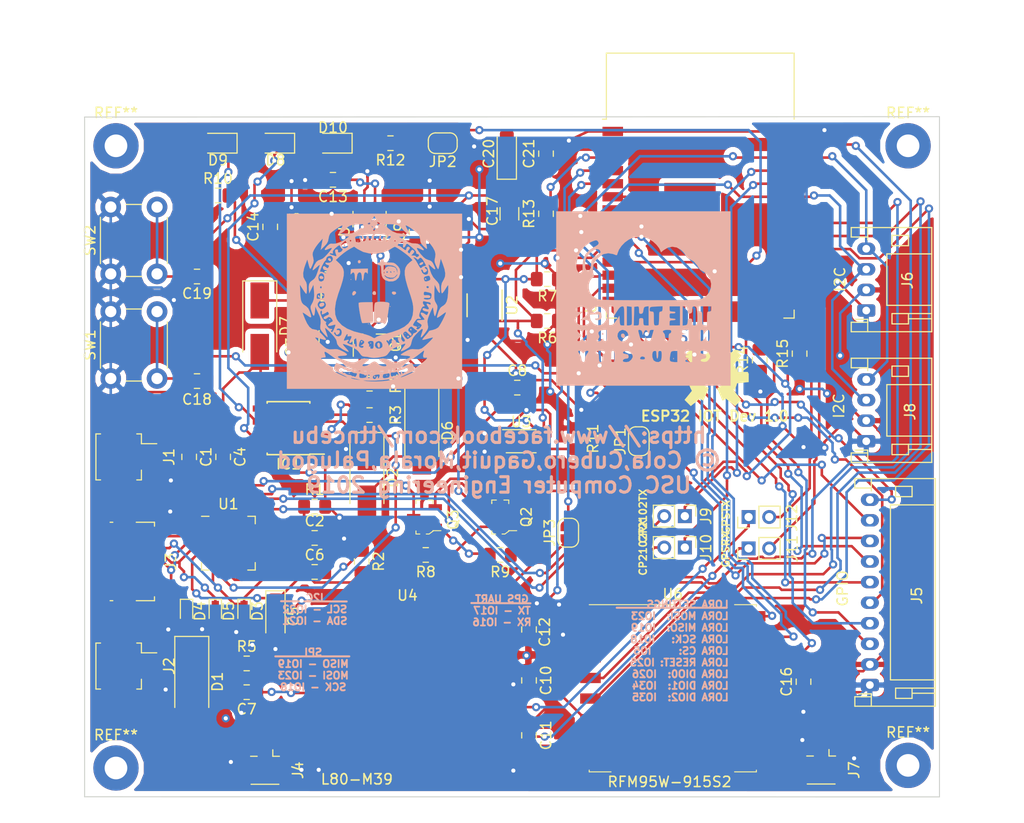
<source format=kicad_pcb>
(kicad_pcb (version 20171130) (host pcbnew "(5.0.1)-4")
  (layers (0 F.Cu signal) (31 B.Cu signal) (34 B.Paste user) (35 F.Paste user) (36 B.SilkS user) (37 F.SilkS user) (38 B.Mask user) (39 F.Mask user) (44 Edge.Cuts user))
  (net 0 "")
  (net 1 GND)
  (net 2 /BATT)
  (net 3 /VBUS)
  (net 4 /VIN)
  (net 5 /CP_VDD)
  (net 6 /V_INPUT)
  (net 7 VCC)
  (net 8 "Net-(C13-Pad1)")
  (net 9 /EN)
  (net 10 "Net-(D1-Pad2)")
  (net 11 /USB_D+)
  (net 12 /USB_D-)
  (net 13 "Net-(D7-Pad1)")
  (net 14 "Net-(D8-Pad2)")
  (net 15 "Net-(D8-Pad1)")
  (net 16 "Net-(D9-Pad1)")
  (net 17 "Net-(IC1-Pad2)")
  (net 18 "Net-(IC1-Pad9)")
  (net 19 "Net-(J3-Pad4)")
  (net 20 "Net-(J4-Pad1)")
  (net 21 /IO4)
  (net 22 /IO15)
  (net 23 /IO27)
  (net 24 /IO33)
  (net 25 /IO32)
  (net 26 /ESP_SDA)
  (net 27 /ESP_SCL)
  (net 28 "Net-(J7-Pad1)")
  (net 29 "Net-(JP1-Pad1)")
  (net 30 "Net-(JP2-Pad2)")
  (net 31 "Net-(L1-Pad1)")
  (net 32 "Net-(L1-Pad2)")
  (net 33 /RTS)
  (net 34 "Net-(Q2-Pad1)")
  (net 35 "Net-(Q3-Pad1)")
  (net 36 /IO0)
  (net 37 /DTR)
  (net 38 "Net-(R1-Pad1)")
  (net 39 "Net-(R2-Pad1)")
  (net 40 "Net-(U1-Pad1)")
  (net 41 "Net-(U1-Pad2)")
  (net 42 "Net-(U1-Pad10)")
  (net 43 "Net-(U1-Pad12)")
  (net 44 "Net-(U1-Pad13)")
  (net 45 "Net-(U1-Pad14)")
  (net 46 "Net-(U1-Pad15)")
  (net 47 "Net-(U1-Pad16)")
  (net 48 "Net-(U1-Pad17)")
  (net 49 "Net-(U1-Pad18)")
  (net 50 "Net-(U1-Pad19)")
  (net 51 "Net-(U1-Pad20)")
  (net 52 "Net-(U1-Pad21)")
  (net 53 "Net-(U1-Pad22)")
  (net 54 "Net-(U1-Pad23)")
  (net 55 /ESP_TX)
  (net 56 /ESP_RX)
  (net 57 "Net-(U1-Pad27)")
  (net 58 "Net-(U2-Pad3)")
  (net 59 "Net-(U2-Pad4)")
  (net 60 /GPS_RX)
  (net 61 /GPS_TX)
  (net 62 /GPS_PPS)
  (net 63 "Net-(U4-Pad7)")
  (net 64 "Net-(U4-Pad8)")
  (net 65 "Net-(U4-Pad9)")
  (net 66 /VSPI_MISO)
  (net 67 /VSPI_MOSI)
  (net 68 /VSPI_SCK)
  (net 69 /LORA_CS)
  (net 70 /LORA_RESET)
  (net 71 "Net-(U6-Pad7)")
  (net 72 "Net-(U6-Pad11)")
  (net 73 "Net-(U6-Pad12)")
  (net 74 /LORA_DIO0)
  (net 75 /LORA_DIO1)
  (net 76 /LORA_DIO2)
  (net 77 "Net-(U7-Pad17)")
  (net 78 "Net-(U7-Pad18)")
  (net 79 "Net-(U7-Pad19)")
  (net 80 "Net-(U7-Pad20)")
  (net 81 "Net-(U7-Pad21)")
  (net 82 "Net-(U7-Pad22)")
  (net 83 "Net-(U7-Pad32)")
  (net 84 /CP_TX)
  (net 85 /CP_RX)
  (net 86 "Net-(C7-Pad1)")
  (net 87 /IO12)
  (net 88 /IO13)
  (net 89 /IO14)
  (net 90 /EGPS_TX)
  (net 91 /EGPS_RX)
  (net 92 /IO39)
  (net 93 /IO36)
  (net 94 "Net-(R14-Pad2)")
  (net 95 "Net-(D10-Pad1)")
  (module RF_Module:ESP32-WROOM-32 (layer F.Cu) (at 162.687 73.152)
    (fp_text reference U7 (at -10.61 8.43 90) (layer F.SilkS))
    (fp_text value ESP-32_WROOM32)
    (pad 39 smd rect (at -1 -0.755) (size 5 5) (layers F.Cu F.Paste F.Mask))
    (pad 1 smd rect (at -8.5 -8.255) (size 2 0.9) (layers F.Cu F.Paste F.Mask) (net 1 GND))
    (pad 2 smd rect (at -8.5 -6.985) (size 2 0.9) (layers F.Cu F.Paste F.Mask) (net 7 VCC))
    (pad 3 smd rect (at -8.5 -5.715) (size 2 0.9) (layers F.Cu F.Paste F.Mask) (net 9 /EN))
    (pad 4 smd rect (at -8.5 -4.445) (size 2 0.9) (layers F.Cu F.Paste F.Mask) (net 93 /IO36))
    (pad 5 smd rect (at -8.5 -3.175) (size 2 0.9) (layers F.Cu F.Paste F.Mask) (net 92 /IO39))
    (pad 6 smd rect (at -8.5 -1.905) (size 2 0.9) (layers F.Cu F.Paste F.Mask) (net 75 /LORA_DIO1))
    (pad 7 smd rect (at -8.5 -0.635) (size 2 0.9) (layers F.Cu F.Paste F.Mask) (net 76 /LORA_DIO2))
    (pad 8 smd rect (at -8.5 0.635) (size 2 0.9) (layers F.Cu F.Paste F.Mask) (net 25 /IO32))
    (pad 9 smd rect (at -8.5 1.905) (size 2 0.9) (layers F.Cu F.Paste F.Mask) (net 24 /IO33))
    (pad 10 smd rect (at -8.5 3.175) (size 2 0.9) (layers F.Cu F.Paste F.Mask) (net 70 /LORA_RESET))
    (pad 11 smd rect (at -8.5 4.445) (size 2 0.9) (layers F.Cu F.Paste F.Mask) (net 74 /LORA_DIO0))
    (pad 12 smd rect (at -8.5 5.715) (size 2 0.9) (layers F.Cu F.Paste F.Mask) (net 23 /IO27))
    (pad 13 smd rect (at -8.5 6.985) (size 2 0.9) (layers F.Cu F.Paste F.Mask) (net 89 /IO14))
    (pad 14 smd rect (at -8.5 8.255) (size 2 0.9) (layers F.Cu F.Paste F.Mask) (net 87 /IO12))
    (pad 15 smd rect (at -5.715 9.255 90) (size 2 0.9) (layers F.Cu F.Paste F.Mask) (net 1 GND))
    (pad 16 smd rect (at -4.445 9.255 90) (size 2 0.9) (layers F.Cu F.Paste F.Mask) (net 88 /IO13))
    (pad 17 smd rect (at -3.175 9.255 90) (size 2 0.9) (layers F.Cu F.Paste F.Mask) (net 77 "Net-(U7-Pad17)"))
    (pad 18 smd rect (at -1.905 9.255 90) (size 2 0.9) (layers F.Cu F.Paste F.Mask) (net 78 "Net-(U7-Pad18)"))
    (pad 19 smd rect (at -0.635 9.255 90) (size 2 0.9) (layers F.Cu F.Paste F.Mask) (net 79 "Net-(U7-Pad19)"))
    (pad 20 smd rect (at 0.635 9.255 90) (size 2 0.9) (layers F.Cu F.Paste F.Mask) (net 80 "Net-(U7-Pad20)"))
    (pad 21 smd rect (at 1.905 9.255 90) (size 2 0.9) (layers F.Cu F.Paste F.Mask) (net 81 "Net-(U7-Pad21)"))
    (pad 22 smd rect (at 3.175 9.255 90) (size 2 0.9) (layers F.Cu F.Paste F.Mask) (net 82 "Net-(U7-Pad22)"))
    (pad 23 smd rect (at 4.445 9.255 90) (size 2 0.9) (layers F.Cu F.Paste F.Mask) (net 22 /IO15))
    (pad 24 smd rect (at 5.715 9.255 90) (size 2 0.9) (layers F.Cu F.Paste F.Mask) (net 94 "Net-(R14-Pad2)"))
    (pad 25 smd rect (at 8.5 8.255) (size 2 0.9) (layers F.Cu F.Paste F.Mask) (net 36 /IO0))
    (pad 26 smd rect (at 8.5 6.985) (size 2 0.9) (layers F.Cu F.Paste F.Mask) (net 21 /IO4))
    (pad 27 smd rect (at 8.5 5.715) (size 2 0.9) (layers F.Cu F.Paste F.Mask) (net 91 /EGPS_RX))
    (pad 28 smd rect (at 8.5 4.445) (size 2 0.9) (layers F.Cu F.Paste F.Mask) (net 90 /EGPS_TX))
    (pad 29 smd rect (at 8.5 3.175) (size 2 0.9) (layers F.Cu F.Paste F.Mask) (net 69 /LORA_CS))
    (pad 30 smd rect (at 8.5 1.905) (size 2 0.9) (layers F.Cu F.Paste F.Mask) (net 68 /VSPI_SCK))
    (pad 31 smd rect (at 8.5 0.635) (size 2 0.9) (layers F.Cu F.Paste F.Mask) (net 66 /VSPI_MISO))
    (pad 32 smd rect (at 8.5 -0.635) (size 2 0.9) (layers F.Cu F.Paste F.Mask) (net 83 "Net-(U7-Pad32)"))
    (pad 33 smd rect (at 8.5 -1.905) (size 2 0.9) (layers F.Cu F.Paste F.Mask) (net 26 /ESP_SDA))
    (pad 34 smd rect (at 8.5 -3.175) (size 2 0.9) (layers F.Cu F.Paste F.Mask) (net 56 /ESP_RX))
    (pad 35 smd rect (at 8.5 -4.445) (size 2 0.9) (layers F.Cu F.Paste F.Mask) (net 55 /ESP_TX))
    (pad 36 smd rect (at 8.5 -5.715) (size 2 0.9) (layers F.Cu F.Paste F.Mask) (net 27 /ESP_SCL))
    (pad 37 smd rect (at 8.5 -6.985) (size 2 0.9) (layers F.Cu F.Paste F.Mask) (net 67 /VSPI_MOSI))
    (pad 38 smd rect (at 8.5 -8.255) (size 2 0.9) (layers F.Cu F.Paste F.Mask) (net 1 GND))
  )
  (module Capacitor_SMD:C_0805_2012Metric_Pad1.15x1.40mm_HandSolder (layer F.Cu) (at 113.03 96.52 270)
    (fp_text reference C1 (at 0 -1.65 270) (layer F.SilkS))
    (fp_text value "16V 4.7uF")
    (pad 2 smd roundrect (at 1.025 0 270) (size 1.15 1.4) (layers F.Cu F.Paste F.Mask) (roundrect_rratio 0.217391) (net 1 GND))
    (pad 1 smd roundrect (at -1.025 0 270) (size 1.15 1.4) (layers F.Cu F.Paste F.Mask) (roundrect_rratio 0.217391) (net 2 /BATT))
  )
  (module Capacitor_SMD:C_0805_2012Metric_Pad1.15x1.40mm_HandSolder (layer F.Cu) (at 125.222 104.394)
    (fp_text reference C2 (at 0 -1.65) (layer F.SilkS))
    (fp_text value 1uF)
    (pad 2 smd roundrect (at 1.025 0) (size 1.15 1.4) (layers F.Cu F.Paste F.Mask) (roundrect_rratio 0.217391) (net 1 GND))
    (pad 1 smd roundrect (at -1.025 0) (size 1.15 1.4) (layers F.Cu F.Paste F.Mask) (roundrect_rratio 0.217391) (net 3 /VBUS))
  )
  (module Capacitor_Tantalum_SMD:CP_EIA-3216-18_Kemet-A_Pad1.58x1.35mm_HandSolder (layer F.Cu) (at 124.714 85.852 90)
    (fp_text reference C3 (at 0 -1.75 90) (layer F.SilkS))
    (fp_text value "16V 22uF")
    (pad 1 smd roundrect (at -1.4375 0 90) (size 1.575 1.35) (layers F.Cu F.Paste F.Mask) (roundrect_rratio 0.185185) (net 4 /VIN))
    (pad 2 smd roundrect (at 1.4375 0 90) (size 1.575 1.35) (layers F.Cu F.Paste F.Mask) (roundrect_rratio 0.185185) (net 1 GND))
  )
  (module Capacitor_SMD:C_0805_2012Metric_Pad1.15x1.40mm_HandSolder (layer F.Cu) (at 116.332 96.52 270)
    (fp_text reference C4 (at 0 -1.65 270) (layer F.SilkS))
    (fp_text value "16V 4.7uF")
    (pad 1 smd roundrect (at -1.025 0 270) (size 1.15 1.4) (layers F.Cu F.Paste F.Mask) (roundrect_rratio 0.217391) (net 2 /BATT))
    (pad 2 smd roundrect (at 1.025 0 270) (size 1.15 1.4) (layers F.Cu F.Paste F.Mask) (roundrect_rratio 0.217391) (net 1 GND))
  )
  (module Capacitor_Tantalum_SMD:CP_EIA-3216-18_Kemet-A_Pad1.58x1.35mm_HandSolder (layer F.Cu) (at 121.412 112.014 270)
    (fp_text reference C5 (at 0 -1.75 270) (layer F.SilkS))
    (fp_text value "4.7uF Tantalum")
    (pad 1 smd roundrect (at -1.4375 0 270) (size 1.575 1.35) (layers F.Cu F.Paste F.Mask) (roundrect_rratio 0.185185) (net 5 /CP_VDD))
    (pad 2 smd roundrect (at 1.4375 0 270) (size 1.575 1.35) (layers F.Cu F.Paste F.Mask) (roundrect_rratio 0.185185) (net 1 GND))
  )
  (module Capacitor_SMD:C_0805_2012Metric_Pad1.15x1.40mm_HandSolder (layer F.Cu) (at 125.222 107.696)
    (fp_text reference C6 (at 0 -1.65) (layer F.SilkS))
    (fp_text value 0.1uF)
    (pad 1 smd roundrect (at -1.025 0) (size 1.15 1.4) (layers F.Cu F.Paste F.Mask) (roundrect_rratio 0.217391) (net 5 /CP_VDD))
    (pad 2 smd roundrect (at 1.025 0) (size 1.15 1.4) (layers F.Cu F.Paste F.Mask) (roundrect_rratio 0.217391) (net 1 GND))
  )
  (module Capacitor_SMD:C_0805_2012Metric_Pad1.15x1.40mm_HandSolder (layer F.Cu) (at 118.618 119.38 180)
    (fp_text reference C7 (at 0 -1.65 180) (layer F.SilkS))
    (fp_text value 0.1uF)
    (pad 1 smd roundrect (at -1.025 0 180) (size 1.15 1.4) (layers F.Cu F.Paste F.Mask) (roundrect_rratio 0.217391) (net 86 "Net-(C7-Pad1)"))
    (pad 2 smd roundrect (at 1.025 0 180) (size 1.15 1.4) (layers F.Cu F.Paste F.Mask) (roundrect_rratio 0.217391) (net 1 GND))
  )
  (module Capacitor_SMD:C_0805_2012Metric_Pad1.15x1.40mm_HandSolder (layer F.Cu) (at 144.907 89.789)
    (fp_text reference C8 (at 0 -1.65) (layer F.SilkS))
    (fp_text value 0.1uF)
    (pad 2 smd roundrect (at 1.025 0) (size 1.15 1.4) (layers F.Cu F.Paste F.Mask) (roundrect_rratio 0.217391) (net 1 GND))
    (pad 1 smd roundrect (at -1.025 0) (size 1.15 1.4) (layers F.Cu F.Paste F.Mask) (roundrect_rratio 0.217391) (net 2 /BATT))
  )
  (module Capacitor_SMD:C_0805_2012Metric_Pad1.15x1.40mm_HandSolder (layer F.Cu) (at 135.128 74.676 90)
    (fp_text reference C9 (at 0 -1.65 90) (layer F.SilkS))
    (fp_text value 10uF)
    (pad 2 smd roundrect (at 1.025 0 90) (size 1.15 1.4) (layers F.Cu F.Paste F.Mask) (roundrect_rratio 0.217391) (net 1 GND))
    (pad 1 smd roundrect (at -1.025 0 90) (size 1.15 1.4) (layers F.Cu F.Paste F.Mask) (roundrect_rratio 0.217391) (net 6 /V_INPUT))
  )
  (module Capacitor_SMD:C_0805_2012Metric_Pad1.15x1.40mm_HandSolder (layer F.Cu) (at 146.05 118.237 270)
    (fp_text reference C10 (at 0 -1.65 270) (layer F.SilkS))
    (fp_text value 0.1uF)
    (pad 2 smd roundrect (at 1.025 0 270) (size 1.15 1.4) (layers F.Cu F.Paste F.Mask) (roundrect_rratio 0.217391) (net 1 GND))
    (pad 1 smd roundrect (at -1.025 0 270) (size 1.15 1.4) (layers F.Cu F.Paste F.Mask) (roundrect_rratio 0.217391) (net 7 VCC))
  )
  (module Capacitor_SMD:C_0805_2012Metric_Pad1.15x1.40mm_HandSolder (layer F.Cu) (at 146.05 123.571 270)
    (fp_text reference C11 (at 0 -1.65 270) (layer F.SilkS))
    (fp_text value 10uF)
    (pad 1 smd roundrect (at -1.025 0 270) (size 1.15 1.4) (layers F.Cu F.Paste F.Mask) (roundrect_rratio 0.217391) (net 7 VCC))
    (pad 2 smd roundrect (at 1.025 0 270) (size 1.15 1.4) (layers F.Cu F.Paste F.Mask) (roundrect_rratio 0.217391) (net 1 GND))
  )
  (module Capacitor_SMD:C_0805_2012Metric_Pad1.15x1.40mm_HandSolder (layer F.Cu) (at 146.05 113.284 90)
    (fp_text reference C12 (at -0.254 1.524 90) (layer F.SilkS))
    (fp_text value 0.1uF)
    (pad 1 smd roundrect (at -1.025 0 90) (size 1.15 1.4) (layers F.Cu F.Paste F.Mask) (roundrect_rratio 0.217391) (net 7 VCC))
    (pad 2 smd roundrect (at 1.025 0 90) (size 1.15 1.4) (layers F.Cu F.Paste F.Mask) (roundrect_rratio 0.217391) (net 1 GND))
  )
  (module Capacitor_SMD:C_0805_2012Metric_Pad1.15x1.40mm_HandSolder (layer F.Cu) (at 127 69.596 180)
    (fp_text reference C13 (at 0 -1.65 180) (layer F.SilkS))
    (fp_text value 0.1uF)
    (pad 1 smd roundrect (at -1.025 0 180) (size 1.15 1.4) (layers F.Cu F.Paste F.Mask) (roundrect_rratio 0.217391) (net 8 "Net-(C13-Pad1)"))
    (pad 2 smd roundrect (at 1.025 0 180) (size 1.15 1.4) (layers F.Cu F.Paste F.Mask) (roundrect_rratio 0.217391) (net 1 GND))
  )
  (module Capacitor_SMD:C_0805_2012Metric_Pad1.15x1.40mm_HandSolder (layer F.Cu) (at 120.904 74.168 90)
    (fp_text reference C14 (at 0 -1.65 90) (layer F.SilkS))
    (fp_text value 10uF)
    (pad 1 smd roundrect (at -1.025 0 90) (size 1.15 1.4) (layers F.Cu F.Paste F.Mask) (roundrect_rratio 0.217391) (net 7 VCC))
    (pad 2 smd roundrect (at 1.025 0 90) (size 1.15 1.4) (layers F.Cu F.Paste F.Mask) (roundrect_rratio 0.217391) (net 1 GND))
  )
  (module Capacitor_SMD:C_0805_2012Metric_Pad1.15x1.40mm_HandSolder (layer F.Cu) (at 124.968 74.168 90)
    (fp_text reference C15 (at 0 -1.65 90) (layer F.SilkS))
    (fp_text value 10uF)
    (pad 2 smd roundrect (at 1.025 0 90) (size 1.15 1.4) (layers F.Cu F.Paste F.Mask) (roundrect_rratio 0.217391) (net 1 GND))
    (pad 1 smd roundrect (at -1.025 0 90) (size 1.15 1.4) (layers F.Cu F.Paste F.Mask) (roundrect_rratio 0.217391) (net 7 VCC))
  )
  (module Capacitor_SMD:C_0805_2012Metric_Pad1.15x1.40mm_HandSolder (layer F.Cu) (at 172.72 118.364 90)
    (fp_text reference C16 (at 0 -1.65 90) (layer F.SilkS))
    (fp_text value 0.1uF)
    (pad 2 smd roundrect (at 1.025 0 90) (size 1.15 1.4) (layers F.Cu F.Paste F.Mask) (roundrect_rratio 0.217391) (net 7 VCC))
    (pad 1 smd roundrect (at -1.025 0 90) (size 1.15 1.4) (layers F.Cu F.Paste F.Mask) (roundrect_rratio 0.217391) (net 1 GND))
  )
  (module Capacitor_SMD:C_1206_3216Metric_Pad1.42x1.75mm_HandSolder (layer F.Cu) (at 144.145 72.898 270)
    (fp_text reference C17 (at -0.254 1.651 270) (layer F.SilkS))
    (fp_text value 0.1uF)
    (pad 1 smd roundrect (at -1.4875 0 270) (size 1.425 1.75) (layers F.Cu F.Paste F.Mask) (roundrect_rratio 0.175439) (net 9 /EN))
    (pad 2 smd roundrect (at 1.4875 0 270) (size 1.425 1.75) (layers F.Cu F.Paste F.Mask) (roundrect_rratio 0.175439) (net 1 GND))
  )
  (module Capacitor_SMD:C_0805_2012Metric_Pad1.15x1.40mm_HandSolder (layer F.Cu) (at 113.792 89.154 180)
    (fp_text reference C18 (at 0 -1.778) (layer F.SilkS))
    (fp_text value 0.1uF)
    (pad 1 smd roundrect (at -1.025 0 180) (size 1.15 1.4) (layers F.Cu F.Paste F.Mask) (roundrect_rratio 0.217391) (net 1 GND))
    (pad 2 smd roundrect (at 1.025 0 180) (size 1.15 1.4) (layers F.Cu F.Paste F.Mask) (roundrect_rratio 0.217391) (net 36 /IO0))
  )
  (module Capacitor_SMD:C_0805_2012Metric_Pad1.15x1.40mm_HandSolder (layer F.Cu) (at 113.792 78.994 180)
    (fp_text reference C19 (at 0 -1.65 180) (layer F.SilkS))
    (fp_text value 0.1uF)
    (pad 1 smd roundrect (at -1.025 0 180) (size 1.15 1.4) (layers F.Cu F.Paste F.Mask) (roundrect_rratio 0.217391) (net 1 GND))
    (pad 2 smd roundrect (at 1.025 0 180) (size 1.15 1.4) (layers F.Cu F.Paste F.Mask) (roundrect_rratio 0.217391) (net 9 /EN))
  )
  (module Capacitor_Tantalum_SMD:CP_EIA-3216-18_Kemet-A_Pad1.58x1.35mm_HandSolder (layer F.Cu) (at 143.891 67.056 90)
    (fp_text reference C20 (at 0 -1.75 90) (layer F.SilkS))
    (fp_text value "22uF Tantalum")
    (pad 2 smd roundrect (at 1.4375 0 90) (size 1.575 1.35) (layers F.Cu F.Paste F.Mask) (roundrect_rratio 0.185185) (net 1 GND))
    (pad 1 smd roundrect (at -1.4375 0 90) (size 1.575 1.35) (layers F.Cu F.Paste F.Mask) (roundrect_rratio 0.185185) (net 7 VCC))
  )
  (module Capacitor_SMD:C_0805_2012Metric_Pad1.15x1.40mm_HandSolder (layer F.Cu) (at 147.701 67.056 90)
    (fp_text reference C21 (at 0 -1.65 90) (layer F.SilkS))
    (fp_text value 0.1uF)
    (pad 2 smd roundrect (at 1.025 0 90) (size 1.15 1.4) (layers F.Cu F.Paste F.Mask) (roundrect_rratio 0.217391) (net 1 GND))
    (pad 1 smd roundrect (at -1.025 0 90) (size 1.15 1.4) (layers F.Cu F.Paste F.Mask) (roundrect_rratio 0.217391) (net 7 VCC))
  )
  (module Diode_SMD:D_SMA_Handsoldering (layer F.Cu) (at 113.284 118.364 270)
    (fp_text reference D1 (at 0 -2.5 270) (layer F.SilkS))
    (fp_text value SS14)
    (pad 1 smd rect (at -2.5 0 270) (size 3.5 1.8) (layers F.Cu F.Paste F.Mask) (net 4 /VIN))
    (pad 2 smd rect (at 2.5 0 270) (size 3.5 1.8) (layers F.Cu F.Paste F.Mask) (net 10 "Net-(D1-Pad2)"))
  )
  (module Diode_SMD:D_SMA_Handsoldering (layer F.Cu) (at 130.302 98.552 270)
    (fp_text reference D2 (at 0 -2.5 270) (layer F.SilkS))
    (fp_text value SS14)
    (pad 2 smd rect (at 2.5 0 270) (size 3.5 1.8) (layers F.Cu F.Paste F.Mask) (net 3 /VBUS))
    (pad 1 smd rect (at -2.5 0 270) (size 3.5 1.8) (layers F.Cu F.Paste F.Mask) (net 4 /VIN))
  )
  (module Diode_SMD:D_SOD-523 (layer F.Cu) (at 118.364 111.506 270)
    (fp_text reference D3 (at 0 -1.3 270) (layer F.SilkS))
    (fp_text value LESD5Z5.0CT1G)
    (pad 1 smd rect (at -0.7 0 90) (size 0.6 0.7) (layers F.Cu F.Paste F.Mask) (net 3 /VBUS))
    (pad 2 smd rect (at 0.7 0 90) (size 0.6 0.7) (layers F.Cu F.Paste F.Mask) (net 1 GND))
  )
  (module Diode_SMD:D_SOD-523 (layer F.Cu) (at 112.776 111.506 270)
    (fp_text reference D4 (at 0 -1.3 270) (layer F.SilkS))
    (fp_text value LESD5Z5.0CT1G)
    (pad 2 smd rect (at 0.7 0 90) (size 0.6 0.7) (layers F.Cu F.Paste F.Mask) (net 1 GND))
    (pad 1 smd rect (at -0.7 0 90) (size 0.6 0.7) (layers F.Cu F.Paste F.Mask) (net 11 /USB_D+))
  )
  (module Diode_SMD:D_SOD-523 (layer F.Cu) (at 115.57 111.506 270)
    (fp_text reference D5 (at 0 -1.3 270) (layer F.SilkS))
    (fp_text value LESD5Z5.0CT1G)
    (pad 2 smd rect (at 0.7 0 90) (size 0.6 0.7) (layers F.Cu F.Paste F.Mask) (net 1 GND))
    (pad 1 smd rect (at -0.7 0 90) (size 0.6 0.7) (layers F.Cu F.Paste F.Mask) (net 12 /USB_D-))
  )
  (module Diode_SMD:D_SMA_Handsoldering (layer F.Cu) (at 135.636 93.98 270)
    (fp_text reference D6 (at 0 -2.5 270) (layer F.SilkS))
    (fp_text value SS14)
    (pad 2 smd rect (at 2.5 0 270) (size 3.5 1.8) (layers F.Cu F.Paste F.Mask) (net 3 /VBUS))
    (pad 1 smd rect (at -2.5 0 270) (size 3.5 1.8) (layers F.Cu F.Paste F.Mask) (net 6 /V_INPUT))
  )
  (module Diode_SMD:D_SMA_Handsoldering (layer F.Cu) (at 119.888 83.82 270)
    (fp_text reference D7 (at 0 -2.5 270) (layer F.SilkS))
    (fp_text value SS14)
    (pad 1 smd rect (at -2.5 0 270) (size 3.5 1.8) (layers F.Cu F.Paste F.Mask) (net 13 "Net-(D7-Pad1)"))
    (pad 2 smd rect (at 2.5 0 270) (size 3.5 1.8) (layers F.Cu F.Paste F.Mask) (net 2 /BATT))
  )
  (module LED_SMD:LED_0805_2012Metric_Pad1.15x1.40mm_HandSolder (layer F.Cu) (at 121.412 66.04 180)
    (fp_text reference D8 (at 0 -1.65 180) (layer F.SilkS))
    (fp_text value CHG)
    (pad 2 smd roundrect (at 1.025 0 180) (size 1.15 1.4) (layers F.Cu F.Paste F.Mask) (roundrect_rratio 0.217391) (net 14 "Net-(D8-Pad2)"))
    (pad 1 smd roundrect (at -1.025 0 180) (size 1.15 1.4) (layers F.Cu F.Paste F.Mask) (roundrect_rratio 0.217391) (net 15 "Net-(D8-Pad1)"))
  )
  (module LED_SMD:LED_0805_2012Metric_Pad1.15x1.40mm_HandSolder (layer F.Cu) (at 115.824 66.04 180)
    (fp_text reference D9 (at 0 -1.65 180) (layer F.SilkS))
    (fp_text value OK)
    (pad 1 smd roundrect (at -1.025 0 180) (size 1.15 1.4) (layers F.Cu F.Paste F.Mask) (roundrect_rratio 0.217391) (net 16 "Net-(D9-Pad1)"))
    (pad 2 smd roundrect (at 1.025 0 180) (size 1.15 1.4) (layers F.Cu F.Paste F.Mask) (roundrect_rratio 0.217391) (net 14 "Net-(D8-Pad2)"))
  )
  (module LED_SMD:LED_0805_2012Metric_Pad1.15x1.40mm_HandSolder (layer F.Cu) (at 127 66.04 180)
    (fp_text reference D10 (at 0 1.524 180) (layer F.SilkS))
    (fp_text value ACT_LED)
    (pad 1 smd roundrect (at -1.025 0 180) (size 1.15 1.4) (layers F.Cu F.Paste F.Mask) (roundrect_rratio 0.217391) (net 95 "Net-(D10-Pad1)"))
    (pad 2 smd roundrect (at 1.025 0 180) (size 1.15 1.4) (layers F.Cu F.Paste F.Mask) (roundrect_rratio 0.217391) (net 7 VCC))
  )
  (module Connector_Molex:Molex_PicoBlade_53261-0271_1x02-1MP_P1.25mm_Horizontal (layer F.Cu) (at 106.68 96.52 270)
    (fp_text reference J1 (at 0 -4.4 270) (layer F.SilkS))
    (fp_text value Battery)
    (pad MP smd roundrect (at 3.175 0.5 270) (size 2.1 3) (layers F.Cu F.Paste F.Mask) (roundrect_rratio 0.119048))
    (pad MP smd roundrect (at -3.175 0.5 270) (size 2.1 3) (layers F.Cu F.Paste F.Mask) (roundrect_rratio 0.119048))
    (pad 2 smd roundrect (at 0.625 -2.4 270) (size 0.8 1.6) (layers F.Cu F.Paste F.Mask) (net 1 GND))
    (pad 1 smd roundrect (at -0.625 -2.4 270) (size 0.8 1.6) (layers F.Cu F.Paste F.Mask) (net 2 /BATT))
  )
  (module Connector_Molex:Molex_PicoBlade_53261-0271_1x02-1MP_P1.25mm_Horizontal (layer F.Cu) (at 106.68 116.84 270)
    (fp_text reference J2 (at 0 -4.4 270) (layer F.SilkS))
    (fp_text value Solar)
    (pad 1 smd roundrect (at -0.625 -2.4 270) (size 0.8 1.6) (layers F.Cu F.Paste F.Mask) (net 10 "Net-(D1-Pad2)"))
    (pad 2 smd roundrect (at 0.625 -2.4 270) (size 0.8 1.6) (layers F.Cu F.Paste F.Mask) (net 1 GND))
    (pad MP smd roundrect (at -3.175 0.5 270) (size 2.1 3) (layers F.Cu F.Paste F.Mask) (roundrect_rratio 0.119048))
    (pad MP smd roundrect (at 3.175 0.5 270) (size 2.1 3) (layers F.Cu F.Paste F.Mask) (roundrect_rratio 0.119048))
  )
  (module Connector_USB:USB_Micro-B_Molex_47346-0001 (layer F.Cu) (at 107.95 106.68 270)
    (fp_text reference J3 (at 0 -3.3 90) (layer F.SilkS))
    (fp_text value USB_B_Micro)
    (pad 1 smd rect (at -1.3 -1.46 270) (size 0.45 1.38) (layers F.Cu F.Paste F.Mask) (net 3 /VBUS))
    (pad 2 smd rect (at -0.65 -1.46 270) (size 0.45 1.38) (layers F.Cu F.Paste F.Mask) (net 12 /USB_D-))
    (pad 3 smd rect (at 0 -1.46 270) (size 0.45 1.38) (layers F.Cu F.Paste F.Mask) (net 11 /USB_D+))
    (pad 4 smd rect (at 0.65 -1.46 270) (size 0.45 1.38) (layers F.Cu F.Paste F.Mask) (net 19 "Net-(J3-Pad4)"))
    (pad 5 smd rect (at 1.3 -1.46 270) (size 0.45 1.38) (layers F.Cu F.Paste F.Mask) (net 1 GND))
    (pad 6 smd rect (at -2.4625 -1.1 270) (size 1.475 2.1) (layers F.Cu F.Paste F.Mask) (net 1 GND))
    (pad 6 smd rect (at 2.4625 -1.1 270) (size 1.475 2.1) (layers F.Cu F.Paste F.Mask) (net 1 GND))
    (pad 6 smd rect (at -2.91 1.2 270) (size 2.375 1.9) (layers F.Cu F.Paste F.Mask) (net 1 GND))
    (pad 6 smd rect (at 2.91 1.2 270) (size 2.375 1.9) (layers F.Cu F.Paste F.Mask) (net 1 GND))
    (pad 6 smd rect (at -0.84 1.2 270) (size 1.175 1.9) (layers F.Cu F.Paste F.Mask) (net 1 GND))
    (pad 6 smd rect (at 0.84 1.2 270) (size 1.175 1.9) (layers F.Cu F.Paste F.Mask) (net 1 GND))
  )
  (module Connector_Coaxial:U.FL_Hirose_U.FL-R-SMT-1_Vertical (layer F.Cu) (at 120.396 126.492 270)
    (fp_text reference J4 (at 0.475 -3.2 270) (layer F.SilkS))
    (fp_text value Conn_Coaxial)
    (pad 2 smd rect (at 0.475 -1.475 270) (size 2.2 1.05) (layers F.Cu F.Paste F.Mask) (net 1 GND))
    (pad 1 smd rect (at -1.05 0 270) (size 1.05 1) (layers F.Cu F.Paste F.Mask) (net 20 "Net-(J4-Pad1)"))
    (pad 2 smd rect (at 0.475 1.475 270) (size 2.2 1.05) (layers F.Cu F.Paste F.Mask) (net 1 GND))
  )
  (module Connector_Coaxial:U.FL_Hirose_U.FL-R-SMT-1_Vertical (layer F.Cu) (at 174.4345 126.4666 270)
    (fp_text reference J7 (at 0.475 -3.2 270) (layer F.SilkS))
    (fp_text value Conn_Coaxial)
    (pad 2 smd rect (at 0.475 1.475 270) (size 2.2 1.05) (layers F.Cu F.Paste F.Mask) (net 1 GND))
    (pad 1 smd rect (at -1.05 0 270) (size 1.05 1) (layers F.Cu F.Paste F.Mask) (net 28 "Net-(J7-Pad1)"))
    (pad 2 smd rect (at 0.475 -1.475 270) (size 2.2 1.05) (layers F.Cu F.Paste F.Mask) (net 1 GND))
  )
  (module Jumper:SolderJumper-2_P1.3mm_Bridged_RoundedPad1.0x1.5mm (layer F.Cu) (at 137.668 66.04 180)
    (fp_text reference JP2 (at 0 -1.8 180) (layer F.SilkS))
    (fp_text value LED_EN)
    (pad 2 smd custom (at 0.65 0 180) (size 1 0.5) (layers F.Cu F.Mask) (net 30 "Net-(JP2-Pad2)") (options (clearance outline) (anchor rect)) (primitives (gr_circle (center 0 0.25) (end 0.5 0.25) (width 0)) (gr_circle (center 0 -0.25) (end 0.5 -0.25) (width 0)) (gr_poly (pts (xy 0 -0.75) (xy -0.5 -0.75) (xy -0.5 0.75) (xy 0 0.75)) (width 0))))
    (pad 1 smd custom (at -0.65 0 180) (size 1 0.5) (layers F.Cu F.Mask) (net 22 /IO15) (options (clearance outline) (anchor rect)) (primitives (gr_circle (center 0 0.25) (end 0.5 0.25) (width 0)) (gr_circle (center 0 -0.25) (end 0.5 -0.25) (width 0)) (gr_poly (pts (xy 0 -0.75) (xy 0.5 -0.75) (xy 0.5 0.75) (xy 0 0.75)) (width 0)) (gr_poly (pts (xy 0.9 -0.3) (xy 0.4 -0.3) (xy 0.4 0.3) (xy 0.9 0.3)) (width 0))))
  )
  (module Inductor_SMD:L_0805_2012Metric_Pad1.15x1.40mm_HandSolder (layer F.Cu) (at 126.492 79.248 180)
    (fp_text reference L1 (at 0 -1.65 180) (layer F.SilkS))
    (fp_text value 1.5uH)
    (pad 1 smd roundrect (at -1.025 0 180) (size 1.15 1.4) (layers F.Cu F.Paste F.Mask) (roundrect_rratio 0.217391) (net 31 "Net-(L1-Pad1)"))
    (pad 2 smd roundrect (at 1.025 0 180) (size 1.15 1.4) (layers F.Cu F.Paste F.Mask) (roundrect_rratio 0.217391) (net 32 "Net-(L1-Pad2)"))
  )
  (module Package_TO_SOT_SMD:SOT-23 (layer F.Cu) (at 130.556 85.344 90)
    (fp_text reference Q1 (at 0 2.54 90) (layer F.SilkS))
    (fp_text value SI2305CDS-T1-GE3)
    (pad 1 smd rect (at -1 -0.95 90) (size 0.9 0.8) (layers F.Cu F.Paste F.Mask) (net 3 /VBUS))
    (pad 2 smd rect (at -1 0.95 90) (size 0.9 0.8) (layers F.Cu F.Paste F.Mask) (net 13 "Net-(D7-Pad1)"))
    (pad 3 smd rect (at 1 0 90) (size 0.9 0.8) (layers F.Cu F.Paste F.Mask) (net 6 /V_INPUT))
  )
  (module digikey-footprints:SOT-23-3 (layer F.Cu) (at 143.256 102.362 180)
    (fp_text reference Q2 (at -2.54 0 270) (layer F.SilkS))
    (fp_text value MMSS8050-H-TP)
    (pad 3 smd rect (at 1.05 0 180) (size 1.3 0.6) (layers F.Cu F.Paste F.Mask) (net 9 /EN))
    (pad 2 smd rect (at -1.05 0.95 180) (size 1.3 0.6) (layers F.Cu F.Paste F.Mask) (net 33 /RTS))
    (pad 1 smd rect (at -1.05 -0.95 180) (size 1.3 0.6) (layers F.Cu F.Paste F.Mask) (net 34 "Net-(Q2-Pad1)"))
  )
  (module digikey-footprints:SOT-23-3 (layer F.Cu) (at 135.89 102.362 180)
    (fp_text reference Q3 (at -2.794 -0.254 270) (layer F.SilkS))
    (fp_text value MMSS8050-H-TP)
    (pad 1 smd rect (at -1.05 -0.95 180) (size 1.3 0.6) (layers F.Cu F.Paste F.Mask) (net 35 "Net-(Q3-Pad1)"))
    (pad 2 smd rect (at -1.05 0.95 180) (size 1.3 0.6) (layers F.Cu F.Paste F.Mask) (net 36 /IO0))
    (pad 3 smd rect (at 1.05 0 180) (size 1.3 0.6) (layers F.Cu F.Paste F.Mask) (net 37 /DTR))
  )
  (module Resistor_SMD:R_0805_2012Metric_Pad1.15x1.40mm_HandSolder (layer F.Cu) (at 125.222 101.346)
    (fp_text reference R1 (at 0 -1.65) (layer F.SilkS))
    (fp_text value 10K)
    (pad 2 smd roundrect (at 1.025 0) (size 1.15 1.4) (layers F.Cu F.Paste F.Mask) (roundrect_rratio 0.217391) (net 1 GND))
    (pad 1 smd roundrect (at -1.025 0) (size 1.15 1.4) (layers F.Cu F.Paste F.Mask) (roundrect_rratio 0.217391) (net 38 "Net-(R1-Pad1)"))
  )
  (module Resistor_SMD:R_0805_2012Metric_Pad1.15x1.40mm_HandSolder (layer F.Cu) (at 129.794 106.68 270)
    (fp_text reference R2 (at 0 -1.65 270) (layer F.SilkS))
    (fp_text value 4.7K)
    (pad 1 smd roundrect (at -1.025 0 270) (size 1.15 1.4) (layers F.Cu F.Paste F.Mask) (roundrect_rratio 0.217391) (net 39 "Net-(R2-Pad1)"))
    (pad 2 smd roundrect (at 1.025 0 270) (size 1.15 1.4) (layers F.Cu F.Paste F.Mask) (roundrect_rratio 0.217391) (net 5 /CP_VDD))
  )
  (module Resistor_SMD:R_0805_2012Metric_Pad1.15x1.40mm_HandSolder (layer F.Cu) (at 130.556 92.456)
    (fp_text reference R3 (at 2.54 0 90) (layer F.SilkS))
    (fp_text value 3.9K)
    (pad 2 smd roundrect (at 1.025 0) (size 1.15 1.4) (layers F.Cu F.Paste F.Mask) (roundrect_rratio 0.217391) (net 1 GND))
    (pad 1 smd roundrect (at -1.025 0) (size 1.15 1.4) (layers F.Cu F.Paste F.Mask) (roundrect_rratio 0.217391) (net 17 "Net-(IC1-Pad2)"))
  )
  (module Resistor_SMD:R_0805_2012Metric_Pad1.15x1.40mm_HandSolder (layer F.Cu) (at 130.556 89.408)
    (fp_text reference R4 (at 2.54 0 90) (layer F.SilkS))
    (fp_text value 10K)
    (pad 2 smd roundrect (at 1.025 0) (size 1.15 1.4) (layers F.Cu F.Paste F.Mask) (roundrect_rratio 0.217391) (net 1 GND))
    (pad 1 smd roundrect (at -1.025 0) (size 1.15 1.4) (layers F.Cu F.Paste F.Mask) (roundrect_rratio 0.217391) (net 3 /VBUS))
  )
  (module Resistor_SMD:R_0805_2012Metric_Pad1.15x1.40mm_HandSolder (layer F.Cu) (at 118.618 116.586)
    (fp_text reference R5 (at 0 -1.65) (layer F.SilkS))
    (fp_text value 10K)
    (pad 1 smd roundrect (at -1.025 0) (size 1.15 1.4) (layers F.Cu F.Paste F.Mask) (roundrect_rratio 0.217391) (net 7 VCC))
    (pad 2 smd roundrect (at 1.025 0) (size 1.15 1.4) (layers F.Cu F.Paste F.Mask) (roundrect_rratio 0.217391) (net 86 "Net-(C7-Pad1)"))
  )
  (module Resistor_SMD:R_0805_2012Metric_Pad1.15x1.40mm_HandSolder (layer F.Cu) (at 147.828 83.312 180)
    (fp_text reference R6 (at 0 -1.65 180) (layer F.SilkS))
    (fp_text value 2.2K)
    (pad 2 smd roundrect (at 1.025 0 180) (size 1.15 1.4) (layers F.Cu F.Paste F.Mask) (roundrect_rratio 0.217391) (net 27 /ESP_SCL))
    (pad 1 smd roundrect (at -1.025 0 180) (size 1.15 1.4) (layers F.Cu F.Paste F.Mask) (roundrect_rratio 0.217391) (net 7 VCC))
  )
  (module Resistor_SMD:R_0805_2012Metric_Pad1.15x1.40mm_HandSolder (layer F.Cu) (at 147.828 79.248 180)
    (fp_text reference R7 (at 0 -1.65 180) (layer F.SilkS))
    (fp_text value 2.2K)
    (pad 1 smd roundrect (at -1.025 0 180) (size 1.15 1.4) (layers F.Cu F.Paste F.Mask) (roundrect_rratio 0.217391) (net 7 VCC))
    (pad 2 smd roundrect (at 1.025 0 180) (size 1.15 1.4) (layers F.Cu F.Paste F.Mask) (roundrect_rratio 0.217391) (net 26 /ESP_SDA))
  )
  (module Resistor_SMD:R_0805_2012Metric_Pad1.15x1.40mm_HandSolder (layer F.Cu) (at 136.017 106.045 180)
    (fp_text reference R8 (at 0 -1.65 180) (layer F.SilkS))
    (fp_text value 10K)
    (pad 1 smd roundrect (at -1.025 0 180) (size 1.15 1.4) (layers F.Cu F.Paste F.Mask) (roundrect_rratio 0.217391) (net 34 "Net-(Q2-Pad1)"))
    (pad 2 smd roundrect (at 1.025 0 180) (size 1.15 1.4) (layers F.Cu F.Paste F.Mask) (roundrect_rratio 0.217391) (net 37 /DTR))
  )
  (module Resistor_SMD:R_0805_2012Metric_Pad1.15x1.40mm_HandSolder (layer F.Cu) (at 143.256 106.045)
    (fp_text reference R9 (at 0 1.651) (layer F.SilkS))
    (fp_text value 10K)
    (pad 1 smd roundrect (at -1.025 0) (size 1.15 1.4) (layers F.Cu F.Paste F.Mask) (roundrect_rratio 0.217391) (net 35 "Net-(Q3-Pad1)"))
    (pad 2 smd roundrect (at 1.025 0) (size 1.15 1.4) (layers F.Cu F.Paste F.Mask) (roundrect_rratio 0.217391) (net 33 /RTS))
  )
  (module Resistor_SMD:R_0805_2012Metric_Pad1.15x1.40mm_HandSolder (layer F.Cu) (at 115.824 71.12)
    (fp_text reference R10 (at 0 -1.65) (layer F.SilkS))
    (fp_text value 1K)
    (pad 1 smd roundrect (at -1.025 0) (size 1.15 1.4) (layers F.Cu F.Paste F.Mask) (roundrect_rratio 0.217391) (net 14 "Net-(D8-Pad2)"))
    (pad 2 smd roundrect (at 1.025 0) (size 1.15 1.4) (layers F.Cu F.Paste F.Mask) (roundrect_rratio 0.217391) (net 4 /VIN))
  )
  (module Resistor_SMD:R_0805_2012Metric_Pad1.15x1.40mm_HandSolder (layer F.Cu) (at 150.622 94.742 270)
    (fp_text reference R11 (at 0 -1.65 270) (layer F.SilkS))
    (fp_text value 1K)
    (pad 1 smd roundrect (at -1.025 0 270) (size 1.15 1.4) (layers F.Cu F.Paste F.Mask) (roundrect_rratio 0.217391) (net 7 VCC))
    (pad 2 smd roundrect (at 1.025 0 270) (size 1.15 1.4) (layers F.Cu F.Paste F.Mask) (roundrect_rratio 0.217391) (net 29 "Net-(JP1-Pad1)"))
  )
  (module Resistor_SMD:R_0805_2012Metric_Pad1.15x1.40mm_HandSolder (layer F.Cu) (at 132.588 66.04 180)
    (fp_text reference R12 (at 0 -1.65 180) (layer F.SilkS))
    (fp_text value 10K)
    (pad 1 smd roundrect (at -1.025 0 180) (size 1.15 1.4) (layers F.Cu F.Paste F.Mask) (roundrect_rratio 0.217391) (net 30 "Net-(JP2-Pad2)"))
    (pad 2 smd roundrect (at 1.025 0 180) (size 1.15 1.4) (layers F.Cu F.Paste F.Mask) (roundrect_rratio 0.217391) (net 95 "Net-(D10-Pad1)"))
  )
  (module Resistor_SMD:R_0805_2012Metric_Pad1.15x1.40mm_HandSolder (layer F.Cu) (at 147.701 72.898 90)
    (fp_text reference R13 (at 0 -1.65 90) (layer F.SilkS))
    (fp_text value 10K)
    (pad 2 smd roundrect (at 1.025 0 90) (size 1.15 1.4) (layers F.Cu F.Paste F.Mask) (roundrect_rratio 0.217391) (net 9 /EN))
    (pad 1 smd roundrect (at -1.025 0 90) (size 1.15 1.4) (layers F.Cu F.Paste F.Mask) (roundrect_rratio 0.217391) (net 7 VCC))
  )
  (module Button_Switch_THT:SW_PUSH_6mm_H4.3mm (layer F.Cu) (at 105.41 88.9 90)
    (fp_text reference SW1 (at 3.25 -2 90) (layer F.SilkS))
    (fp_text value BOOT)
    (pad 1 thru_hole circle (at 6.5 0 180) (size 2 2) (drill 1.1) (layers *.Cu *.Mask) (net 1 GND))
    (pad 2 thru_hole circle (at 6.5 4.5 180) (size 2 2) (drill 1.1) (layers *.Cu *.Mask) (net 36 /IO0))
    (pad 1 thru_hole circle (at 0 0 180) (size 2 2) (drill 1.1) (layers *.Cu *.Mask) (net 1 GND))
    (pad 2 thru_hole circle (at 0 4.5 180) (size 2 2) (drill 1.1) (layers *.Cu *.Mask) (net 36 /IO0))
  )
  (module Button_Switch_THT:SW_PUSH_6mm_H4.3mm (layer F.Cu) (at 105.41 78.74 90)
    (fp_text reference SW2 (at 3.25 -2 90) (layer F.SilkS))
    (fp_text value RESET)
    (pad 2 thru_hole circle (at 0 4.5 180) (size 2 2) (drill 1.1) (layers *.Cu *.Mask) (net 9 /EN))
    (pad 1 thru_hole circle (at 0 0 180) (size 2 2) (drill 1.1) (layers *.Cu *.Mask) (net 1 GND))
    (pad 2 thru_hole circle (at 6.5 4.5 180) (size 2 2) (drill 1.1) (layers *.Cu *.Mask) (net 9 /EN))
    (pad 1 thru_hole circle (at 6.5 0 180) (size 2 2) (drill 1.1) (layers *.Cu *.Mask) (net 1 GND))
  )
  (module Package_DFN_QFN:QFN-28-1EP_5x5mm_P0.5mm_EP3.35x3.35mm (layer F.Cu) (at 116.84 104.902)
    (fp_text reference U1 (at 0 -3.8) (layer F.SilkS))
    (fp_text value CP2102)
    (pad 29 smd roundrect (at 0 0) (size 3.35 3.35) (layers F.Cu F.Mask) (roundrect_rratio 0.074627) (net 1 GND))
    (pad 1 smd roundrect (at -2.45 -1.5) (size 0.8 0.25) (layers F.Cu F.Paste F.Mask) (net 40 "Net-(U1-Pad1)"))
    (pad 2 smd roundrect (at -2.45 -1) (size 0.8 0.25) (layers F.Cu F.Paste F.Mask) (net 41 "Net-(U1-Pad2)"))
    (pad 3 smd roundrect (at -2.45 -0.5) (size 0.8 0.25) (layers F.Cu F.Paste F.Mask) (net 1 GND))
    (pad 4 smd roundrect (at -2.45 0) (size 0.8 0.25) (layers F.Cu F.Paste F.Mask) (net 11 /USB_D+))
    (pad 5 smd roundrect (at -2.45 0.5) (size 0.8 0.25) (layers F.Cu F.Paste F.Mask) (net 12 /USB_D-))
    (pad 6 smd roundrect (at -2.45 1) (size 0.8 0.25) (layers F.Cu F.Paste F.Mask) (net 5 /CP_VDD))
    (pad 7 smd roundrect (at -2.45 1.5) (size 0.8 0.25) (layers F.Cu F.Paste F.Mask) (net 3 /VBUS))
    (pad 8 smd roundrect (at -1.5 2.45) (size 0.25 0.8) (layers F.Cu F.Paste F.Mask) (net 3 /VBUS))
    (pad 9 smd roundrect (at -1 2.45) (size 0.25 0.8) (layers F.Cu F.Paste F.Mask) (net 39 "Net-(R2-Pad1)"))
    (pad 10 smd roundrect (at -0.5 2.45) (size 0.25 0.8) (layers F.Cu F.Paste F.Mask) (net 42 "Net-(U1-Pad10)"))
    (pad 11 smd roundrect (at 0 2.45) (size 0.25 0.8) (layers F.Cu F.Paste F.Mask) (net 38 "Net-(R1-Pad1)"))
    (pad 12 smd roundrect (at 0.5 2.45) (size 0.25 0.8) (layers F.Cu F.Paste F.Mask) (net 43 "Net-(U1-Pad12)"))
    (pad 13 smd roundrect (at 1 2.45) (size 0.25 0.8) (layers F.Cu F.Paste F.Mask) (net 44 "Net-(U1-Pad13)"))
    (pad 14 smd roundrect (at 1.5 2.45) (size 0.25 0.8) (layers F.Cu F.Paste F.Mask) (net 45 "Net-(U1-Pad14)"))
    (pad 15 smd roundrect (at 2.45 1.5) (size 0.8 0.25) (layers F.Cu F.Paste F.Mask) (net 46 "Net-(U1-Pad15)"))
    (pad 16 smd roundrect (at 2.45 1) (size 0.8 0.25) (layers F.Cu F.Paste F.Mask) (net 47 "Net-(U1-Pad16)"))
    (pad 17 smd roundrect (at 2.45 0.5) (size 0.8 0.25) (layers F.Cu F.Paste F.Mask) (net 48 "Net-(U1-Pad17)"))
    (pad 18 smd roundrect (at 2.45 0) (size 0.8 0.25) (layers F.Cu F.Paste F.Mask) (net 49 "Net-(U1-Pad18)"))
    (pad 19 smd roundrect (at 2.45 -0.5) (size 0.8 0.25) (layers F.Cu F.Paste F.Mask) (net 50 "Net-(U1-Pad19)"))
    (pad 20 smd roundrect (at 2.45 -1) (size 0.8 0.25) (layers F.Cu F.Paste F.Mask) (net 51 "Net-(U1-Pad20)"))
    (pad 21 smd roundrect (at 2.45 -1.5) (size 0.8 0.25) (layers F.Cu F.Paste F.Mask) (net 52 "Net-(U1-Pad21)"))
    (pad 22 smd roundrect (at 1.5 -2.45) (size 0.25 0.8) (layers F.Cu F.Paste F.Mask) (net 53 "Net-(U1-Pad22)"))
    (pad 23 smd roundrect (at 1 -2.45) (size 0.25 0.8) (layers F.Cu F.Paste F.Mask) (net 54 "Net-(U1-Pad23)"))
    (pad 24 smd roundrect (at 0.5 -2.45) (size 0.25 0.8) (layers F.Cu F.Paste F.Mask) (net 33 /RTS))
    (pad 25 smd roundrect (at 0 -2.45) (size 0.25 0.8) (layers F.Cu F.Paste F.Mask) (net 85 /CP_RX))
    (pad 26 smd roundrect (at -0.5 -2.45) (size 0.25 0.8) (layers F.Cu F.Paste F.Mask) (net 84 /CP_TX))
    (pad 27 smd roundrect (at -1 -2.45) (size 0.25 0.8) (layers F.Cu F.Paste F.Mask) (net 57 "Net-(U1-Pad27)"))
    (pad 28 smd roundrect (at -1.5 -2.45) (size 0.25 0.8) (layers F.Cu F.Paste F.Mask) (net 37 /DTR))
  )
  (module Package_SON:Texas_PWSON-N6 (layer F.Cu) (at 141.732 81.788 270)
    (fp_text reference U2 (at 0 -2.67 270) (layer F.SilkS))
    (fp_text value HDC1080)
    (pad 7 smd rect (at 0 0 270) (size 1.5 2.4) (layers F.Cu F.Paste F.Mask) (net 1 GND))
    (pad 1 smd rect (at -1.4 -0.95 270) (size 0.6 0.4) (layers F.Cu F.Paste F.Mask) (net 26 /ESP_SDA))
    (pad 2 smd rect (at -1.4 0 270) (size 0.6 0.4) (layers F.Cu F.Paste F.Mask) (net 1 GND))
    (pad 3 smd rect (at -1.4 0.95 270) (size 0.6 0.4) (layers F.Cu F.Paste F.Mask) (net 58 "Net-(U2-Pad3)"))
    (pad 4 smd rect (at 1.4 0.95 270) (size 0.6 0.4) (layers F.Cu F.Paste F.Mask) (net 59 "Net-(U2-Pad4)"))
    (pad 5 smd rect (at 1.4 0 270) (size 0.6 0.4) (layers F.Cu F.Paste F.Mask) (net 7 VCC))
    (pad 6 smd rect (at 1.4 -0.95 270) (size 0.6 0.4) (layers F.Cu F.Paste F.Mask) (net 27 /ESP_SCL))
  )
  (module Package_DFN_QFN:TDFN-8-1EP_3x2mm_P0.5mm_EP1.80x1.65mm (layer F.Cu) (at 145.288 94.996)
    (fp_text reference U3 (at 0 -1.88) (layer F.SilkS))
    (fp_text value MAX1704X)
    (pad 1 smd oval (at -1.45 -0.75) (size 0.85 0.25) (layers F.Cu F.Paste F.Mask) (net 1 GND))
    (pad 2 smd oval (at -1.45 -0.25) (size 0.85 0.25) (layers F.Cu F.Paste F.Mask) (net 2 /BATT))
    (pad 3 smd oval (at -1.45 0.25) (size 0.85 0.25) (layers F.Cu F.Paste F.Mask) (net 2 /BATT))
    (pad 4 smd oval (at -1.45 0.75) (size 0.85 0.25) (layers F.Cu F.Paste F.Mask) (net 1 GND))
    (pad 8 smd oval (at 1.45 -0.75) (size 0.85 0.25) (layers F.Cu F.Paste F.Mask) (net 26 /ESP_SDA))
    (pad 7 smd oval (at 1.45 -0.25) (size 0.85 0.25) (layers F.Cu F.Paste F.Mask) (net 27 /ESP_SCL))
    (pad 6 smd oval (at 1.45 0.25) (size 0.85 0.25) (layers F.Cu F.Paste F.Mask) (net 1 GND))
    (pad 5 smd oval (at 1.45 0.75) (size 0.85 0.25) (layers F.Cu F.Paste F.Mask) (net 29 "Net-(JP1-Pad1)"))
    (pad 9 smd rect (at 0 0) (size 1.8 1.65) (layers F.Cu F.Mask))
  )
  (module QUICKTEL_L80:QUECTEL_L80-M39 (layer F.Cu) (at 134.239 119.126)
    (fp_text reference U4 (at 0 -9.144) (layer F.SilkS))
    (fp_text value L80-M39 (at -4.9149 8.7122) (layer F.SilkS))
    (pad 1 smd rect (at 7.9 5.5) (size 2.5 1) (layers F.Cu F.Paste F.Mask) (net 60 /GPS_RX))
    (pad 2 smd rect (at 7.9 2.96) (size 2.5 1) (layers F.Cu F.Paste F.Mask) (net 61 /GPS_TX))
    (pad 3 smd rect (at 7.9 0.42) (size 2.5 1) (layers F.Cu F.Paste F.Mask) (net 1 GND))
    (pad 4 smd rect (at 7.9 -2.12) (size 2.5 1) (layers F.Cu F.Paste F.Mask) (net 7 VCC))
    (pad 5 smd rect (at 7.9 -4.66) (size 2.5 1) (layers F.Cu F.Paste F.Mask) (net 7 VCC))
    (pad 6 smd rect (at 7.9 -7.2) (size 2.5 1) (layers F.Cu F.Paste F.Mask) (net 62 /GPS_PPS))
    (pad 7 smd rect (at -7.9 -7.2 180) (size 2.5 1) (layers F.Cu F.Paste F.Mask) (net 63 "Net-(U4-Pad7)"))
    (pad 8 smd rect (at -7.9 -4.66 180) (size 2.5 1) (layers F.Cu F.Paste F.Mask) (net 64 "Net-(U4-Pad8)"))
    (pad 9 smd rect (at -7.9 -2.12 180) (size 2.5 1) (layers F.Cu F.Paste F.Mask) (net 65 "Net-(U4-Pad9)"))
    (pad 10 smd rect (at -7.9 0.42 180) (size 2.5 1) (layers F.Cu F.Paste F.Mask) (net 86 "Net-(C7-Pad1)"))
    (pad 11 smd rect (at -7.9 2.96 180) (size 2.5 1) (layers F.Cu F.Paste F.Mask) (net 20 "Net-(J4-Pad1)"))
    (pad 12 smd rect (at -7.9 5.5 180) (size 2.5 1) (layers F.Cu F.Paste F.Mask) (net 1 GND))
  )
  (module Package_SON:VSON-10-1EP_3x3mm_P0.5mm_EP1.2x2mm_ThermalVias (layer F.Cu) (at 130.556 74.168 90)
    (fp_text reference U5 (at 0 -2.45 90) (layer F.SilkS))
    (fp_text value TPS63031DSKR)
    (pad 11 smd roundrect (at 0 0 90) (size 1.2 2) (layers F.Cu F.Mask) (roundrect_rratio 0.208333) (net 1 GND))
    (pad 11 thru_hole circle (at 0 -0.7 90) (size 0.6 0.6) (drill 0.3) (layers *.Cu) (net 1 GND))
    (pad 11 thru_hole circle (at 0 0.7 90) (size 0.6 0.6) (drill 0.3) (layers *.Cu) (net 1 GND))
    (pad 11 smd roundrect (at 0 0 90) (size 0.6 2) (layers B.Cu) (net 1 GND))
    (pad 1 smd roundrect (at -1.4375 -1 90) (size 0.875 0.25) (layers F.Cu F.Paste F.Mask) (net 7 VCC))
    (pad 2 smd roundrect (at -1.4375 -0.5 90) (size 0.875 0.25) (layers F.Cu F.Paste F.Mask) (net 32 "Net-(L1-Pad2)"))
    (pad 3 smd roundrect (at -1.4375 0 90) (size 0.875 0.25) (layers F.Cu F.Paste F.Mask) (net 1 GND))
    (pad 4 smd roundrect (at -1.4375 0.5 90) (size 0.875 0.25) (layers F.Cu F.Paste F.Mask) (net 31 "Net-(L1-Pad1)"))
    (pad 5 smd roundrect (at -1.4375 1 90) (size 0.875 0.25) (layers F.Cu F.Paste F.Mask) (net 6 /V_INPUT))
    (pad 6 smd roundrect (at 1.4375 1 90) (size 0.875 0.25) (layers F.Cu F.Paste F.Mask) (net 8 "Net-(C13-Pad1)"))
    (pad 7 smd roundrect (at 1.4375 0.5 90) (size 0.875 0.25) (layers F.Cu F.Paste F.Mask) (net 8 "Net-(C13-Pad1)"))
    (pad 8 smd roundrect (at 1.4375 0 90) (size 0.875 0.25) (layers F.Cu F.Paste F.Mask) (net 8 "Net-(C13-Pad1)"))
    (pad 9 smd roundrect (at 1.4375 -0.5 90) (size 0.875 0.25) (layers F.Cu F.Paste F.Mask) (net 1 GND))
    (pad 10 smd roundrect (at 1.4375 -1 90) (size 0.875 0.25) (layers F.Cu F.Paste F.Mask) (net 7 VCC))
  )
  (module RF_Module:HOPERF_RFM9XW_SMD (layer F.Cu) (at 160.02 118.999)
    (fp_text reference U6 (at 0 -9.144) (layer F.SilkS))
    (fp_text value RFM95W-915S2 (at -0.3175 9.0932) (layer F.SilkS))
    (pad 1 smd rect (at -8 -7) (size 2 1) (layers F.Cu F.Paste F.Mask) (net 1 GND))
    (pad 2 smd rect (at -8 -5) (size 2 1) (layers F.Cu F.Paste F.Mask) (net 66 /VSPI_MISO))
    (pad 3 smd rect (at -8 -3) (size 2 1) (layers F.Cu F.Paste F.Mask) (net 67 /VSPI_MOSI))
    (pad 4 smd rect (at -8 -1) (size 2 1) (layers F.Cu F.Paste F.Mask) (net 68 /VSPI_SCK))
    (pad 5 smd rect (at -8 1) (size 2 1) (layers F.Cu F.Paste F.Mask) (net 69 /LORA_CS))
    (pad 6 smd rect (at -8 3) (size 2 1) (layers F.Cu F.Paste F.Mask) (net 70 /LORA_RESET))
    (pad 7 smd rect (at -8 5) (size 2 1) (layers F.Cu F.Paste F.Mask) (net 71 "Net-(U6-Pad7)"))
    (pad 8 smd rect (at -8 7) (size 2 1) (layers F.Cu F.Paste F.Mask) (net 1 GND))
    (pad 9 smd rect (at 8 7) (size 2 1) (layers F.Cu F.Paste F.Mask) (net 28 "Net-(J7-Pad1)"))
    (pad 10 smd rect (at 8 5) (size 2 1) (layers F.Cu F.Paste F.Mask) (net 1 GND))
    (pad 11 smd rect (at 8 3) (size 2 1) (layers F.Cu F.Paste F.Mask) (net 72 "Net-(U6-Pad11)"))
    (pad 12 smd rect (at 8 1) (size 2 1) (layers F.Cu F.Paste F.Mask) (net 73 "Net-(U6-Pad12)"))
    (pad 13 smd rect (at 8 -1) (size 2 1) (layers F.Cu F.Paste F.Mask) (net 7 VCC))
    (pad 14 smd rect (at 8 -3) (size 2 1) (layers F.Cu F.Paste F.Mask) (net 74 /LORA_DIO0))
    (pad 15 smd rect (at 8 -5) (size 2 1) (layers F.Cu F.Paste F.Mask) (net 75 /LORA_DIO1))
    (pad 16 smd rect (at 8 -7) (size 2 1) (layers F.Cu F.Paste F.Mask) (net 76 /LORA_DIO2))
  )
  (module Connector_JST:JST_PH_S4B-PH-K_1x04_P2.00mm_Horizontal (layer F.Cu) (at 178.816 82.296 90)
    (fp_text reference J6 (at 2.921 4.0005 90) (layer F.SilkS))
    (fp_text value I2C (at 3.0226 -2.5527 90) (layer F.SilkS))
    (pad 1 thru_hole roundrect (at 0 0 90) (size 1.2 1.75) (drill 0.75) (layers *.Cu *.Mask) (roundrect_rratio 0.208333) (net 1 GND))
    (pad 2 thru_hole oval (at 2 0 90) (size 1.2 1.75) (drill 0.75) (layers *.Cu *.Mask) (net 7 VCC))
    (pad 3 thru_hole oval (at 4 0 90) (size 1.2 1.75) (drill 0.75) (layers *.Cu *.Mask) (net 26 /ESP_SDA))
    (pad 4 thru_hole oval (at 6 0 90) (size 1.2 1.75) (drill 0.75) (layers *.Cu *.Mask) (net 27 /ESP_SCL))
  )
  (module Connector_JST:JST_PH_S4B-PH-K_1x04_P2.00mm_Horizontal (layer F.Cu) (at 178.816 94.996 90)
    (fp_text reference J8 (at 2.8702 4.2545 90) (layer F.SilkS))
    (fp_text value I2C (at 3.429 -2.6543 90) (layer F.SilkS))
    (pad 4 thru_hole oval (at 6 0 90) (size 1.2 1.75) (drill 0.75) (layers *.Cu *.Mask) (net 27 /ESP_SCL))
    (pad 3 thru_hole oval (at 4 0 90) (size 1.2 1.75) (drill 0.75) (layers *.Cu *.Mask) (net 26 /ESP_SDA))
    (pad 2 thru_hole oval (at 2 0 90) (size 1.2 1.75) (drill 0.75) (layers *.Cu *.Mask) (net 7 VCC))
    (pad 1 thru_hole roundrect (at 0 0 90) (size 1.2 1.75) (drill 0.75) (layers *.Cu *.Mask) (roundrect_rratio 0.208333) (net 1 GND))
  )
  (module Connector_PinHeader_2.00mm:PinHeader_1x02_P2.00mm_Vertical (layer F.Cu) (at 161.189561 102.275548 270)
    (fp_text reference J9 (at 0 -2.06 270) (layer F.SilkS))
    (fp_text value CP2102TX (at 0 4.06 270) (layer F.SilkS) (effects (font (size 0.7 0.7))))
    (pad 1 thru_hole rect (at 0 0 270) (size 1.35 1.35) (drill 0.8) (layers *.Cu *.Mask) (net 56 /ESP_RX))
    (pad 2 thru_hole oval (at 0 2 270) (size 1.35 1.35) (drill 0.8) (layers *.Cu *.Mask) (net 84 /CP_TX))
  )
  (module Connector_PinHeader_2.00mm:PinHeader_1x02_P2.00mm_Vertical (layer F.Cu) (at 161.189561 105.325548 270)
    (fp_text reference J10 (at 0 -2.06 270) (layer F.SilkS))
    (fp_text value CP2102RX (at 0 4.06 270) (layer F.SilkS) (effects (font (size 0.7 0.7))))
    (pad 2 thru_hole oval (at 0 2 270) (size 1.35 1.35) (drill 0.8) (layers *.Cu *.Mask) (net 85 /CP_RX))
    (pad 1 thru_hole rect (at 0 0 270) (size 1.35 1.35) (drill 0.8) (layers *.Cu *.Mask) (net 55 /ESP_TX))
  )
  (module Connector_JST:JST_PH_S10B-PH-K_1x10_P2.00mm_Horizontal (layer F.Cu) (at 179.167001 118.682999 90)
    (fp_text reference J5 (at 8.675599 4.563899 90) (layer F.SilkS))
    (fp_text value GPIO (at 9.386799 -2.649701 90) (layer F.SilkS))
    (pad 1 thru_hole roundrect (at 0 0 90) (size 1.2 1.75) (drill 0.75) (layers *.Cu *.Mask) (roundrect_rratio 0.208333) (net 1 GND))
    (pad 2 thru_hole oval (at 2 0 90) (size 1.2 1.75) (drill 0.75) (layers *.Cu *.Mask) (net 7 VCC))
    (pad 3 thru_hole oval (at 4 0 90) (size 1.2 1.75) (drill 0.75) (layers *.Cu *.Mask) (net 21 /IO4))
    (pad 4 thru_hole oval (at 6 0 90) (size 1.2 1.75) (drill 0.75) (layers *.Cu *.Mask) (net 87 /IO12))
    (pad 5 thru_hole oval (at 8 0 90) (size 1.2 1.75) (drill 0.75) (layers *.Cu *.Mask) (net 88 /IO13))
    (pad 6 thru_hole oval (at 10 0 90) (size 1.2 1.75) (drill 0.75) (layers *.Cu *.Mask) (net 89 /IO14))
    (pad 7 thru_hole oval (at 12 0 90) (size 1.2 1.75) (drill 0.75) (layers *.Cu *.Mask) (net 22 /IO15))
    (pad 8 thru_hole oval (at 14 0 90) (size 1.2 1.75) (drill 0.75) (layers *.Cu *.Mask) (net 23 /IO27))
    (pad 9 thru_hole oval (at 16 0 90) (size 1.2 1.75) (drill 0.75) (layers *.Cu *.Mask) (net 25 /IO32))
    (pad 10 thru_hole oval (at 18 0 90) (size 1.2 1.75) (drill 0.75) (layers *.Cu *.Mask) (net 24 /IO33))
  )
  (module Connector_PinHeader_2.00mm:PinHeader_1x02_P2.00mm_Vertical (layer F.Cu) (at 167.386 105.41 90)
    (fp_text reference J11 (at -0.0254 4.2545 90) (layer F.SilkS))
    (fp_text value GPSRX (at -0.127 -2.2225 90) (layer F.SilkS) (effects (font (size 0.7 0.7))))
    (pad 2 thru_hole oval (at 0 2 90) (size 1.35 1.35) (drill 0.8) (layers *.Cu *.Mask) (net 90 /EGPS_TX))
    (pad 1 thru_hole rect (at 0 0 90) (size 1.35 1.35) (drill 0.8) (layers *.Cu *.Mask) (net 60 /GPS_RX))
  )
  (module Connector_PinHeader_2.00mm:PinHeader_1x02_P2.00mm_Vertical (layer F.Cu) (at 167.386 102.362 90)
    (fp_text reference J12 (at -0.0762 4.2037 90) (layer F.SilkS))
    (fp_text value GPSTX (at 0 -2.1971 90) (layer F.SilkS) (effects (font (size 0.7 0.7))))
    (pad 1 thru_hole rect (at 0 0 90) (size 1.35 1.35) (drill 0.8) (layers *.Cu *.Mask) (net 61 /GPS_TX))
    (pad 2 thru_hole oval (at 0 2 90) (size 1.35 1.35) (drill 0.8) (layers *.Cu *.Mask) (net 91 /EGPS_RX))
  )
  (module Jumper:SolderJumper-2_P1.3mm_Bridged_RoundedPad1.0x1.5mm (layer F.Cu) (at 149.86 103.886 90)
    (fp_text reference JP3 (at 0 -1.8 90) (layer F.SilkS))
    (fp_text value PPS)
    (pad 1 smd custom (at -0.65 0 90) (size 1 0.5) (layers F.Cu F.Mask) (net 62 /GPS_PPS) (options (clearance outline) (anchor rect)) (primitives (gr_circle (center 0 0.25) (end 0.5 0.25) (width 0)) (gr_circle (center 0 -0.25) (end 0.5 -0.25) (width 0)) (gr_poly (pts (xy 0 -0.75) (xy 0.5 -0.75) (xy 0.5 0.75) (xy 0 0.75)) (width 0)) (gr_poly (pts (xy 0.9 -0.3) (xy 0.4 -0.3) (xy 0.4 0.3) (xy 0.9 0.3)) (width 0))))
    (pad 2 smd custom (at 0.65 0 90) (size 1 0.5) (layers F.Cu F.Mask) (net 93 /IO36) (options (clearance outline) (anchor rect)) (primitives (gr_circle (center 0 0.25) (end 0.5 0.25) (width 0)) (gr_circle (center 0 -0.25) (end 0.5 -0.25) (width 0)) (gr_poly (pts (xy 0 -0.75) (xy -0.5 -0.75) (xy -0.5 0.75) (xy 0 0.75)) (width 0))))
  )
  (module Jumper:SolderJumper-2_P1.3mm_Bridged_RoundedPad1.0x1.5mm (layer F.Cu) (at 156.718 94.996 90)
    (fp_text reference JP1 (at 0 -1.8 90) (layer F.SilkS))
    (fp_text value PWR_ALERT)
    (pad 1 smd custom (at -0.65 0 90) (size 1 0.5) (layers F.Cu F.Mask) (net 29 "Net-(JP1-Pad1)") (options (clearance outline) (anchor rect)) (primitives (gr_circle (center 0 0.25) (end 0.5 0.25) (width 0)) (gr_circle (center 0 -0.25) (end 0.5 -0.25) (width 0)) (gr_poly (pts (xy 0 -0.75) (xy 0.5 -0.75) (xy 0.5 0.75) (xy 0 0.75)) (width 0)) (gr_poly (pts (xy 0.9 -0.3) (xy 0.4 -0.3) (xy 0.4 0.3) (xy 0.9 0.3)) (width 0))))
    (pad 2 smd custom (at 0.65 0 90) (size 1 0.5) (layers F.Cu F.Mask) (net 92 /IO39) (options (clearance outline) (anchor rect)) (primitives (gr_circle (center 0 0.25) (end 0.5 0.25) (width 0)) (gr_circle (center 0 -0.25) (end 0.5 -0.25) (width 0)) (gr_poly (pts (xy 0 -0.75) (xy -0.5 -0.75) (xy -0.5 0.75) (xy 0 0.75)) (width 0))))
  )
  (module MountingHole:MountingHole_2.2mm_M2_Pad (layer F.Cu) (at 182.88 66.294)
    (fp_text reference REF** (at 0 -3.2) (layer F.SilkS))
    (fp_text value MountingHole_2.2mm_M2_Pad)
    (pad 1 thru_hole circle (at 0 0) (size 4.4 4.4) (drill 2.2) (layers *.Cu *.Mask))
  )
  (module MountingHole:MountingHole_2.2mm_M2_Pad (layer F.Cu) (at 182.88 126.492)
    (fp_text reference REF** (at 0 -3.2) (layer F.SilkS))
    (fp_text value MountingHole_2.2mm_M2_Pad)
    (pad 1 thru_hole circle (at 0 0) (size 4.4 4.4) (drill 2.2) (layers *.Cu *.Mask))
  )
  (module MountingHole:MountingHole_2.2mm_M2_Pad (layer F.Cu) (at 105.918 126.746)
    (fp_text reference REF** (at 0 -3.2) (layer F.SilkS))
    (fp_text value MountingHole_2.2mm_M2_Pad)
    (pad 1 thru_hole circle (at 0 0) (size 4.4 4.4) (drill 2.2) (layers *.Cu *.Mask))
  )
  (module MountingHole:MountingHole_2.2mm_M2_Pad (layer F.Cu) (at 105.918 66.294)
    (fp_text reference REF** (at 0 -3.2) (layer F.SilkS))
    (fp_text value MountingHole_2.2mm_M2_Pad)
    (pad 1 thru_hole circle (at 0 0) (size 4.4 4.4) (drill 2.2) (layers *.Cu *.Mask))
  )
  (module Aesthetics:OSHW-LOGO-L (layer F.Cu) (at 163.9189 88.8238)
    (fp_text reference "" (at 0 0) (layer F.SilkS) (effects (font (size 1.524 1.524))))
    (fp_text value "" (at 0 0) (layer F.SilkS) (effects (font (size 1.524 1.524))))
  )
  (module iotcebu:ttn_cebu (layer B.Cu) (at 157.1625 81.1276 180)
    (fp_text reference G*** hide)
    (fp_text value LOGO hide)
  )
  (module Resistor_SMD:R_0805_2012Metric_Pad1.15x1.40mm_HandSolder (layer F.Cu) (at 168.4655 87.122 90)
    (fp_text reference R14 (at 0 -1.65 90) (layer F.SilkS))
    (fp_text value 4.7K)
    (pad 1 smd roundrect (at -1.025 0 90) (size 1.15 1.4) (layers F.Cu F.Paste F.Mask) (roundrect_rratio 0.217391) (net 1 GND))
    (pad 2 smd roundrect (at 1.025 0 90) (size 1.15 1.4) (layers F.Cu F.Paste F.Mask) (roundrect_rratio 0.217391) (net 94 "Net-(R14-Pad2)"))
  )
  (module Resistor_SMD:R_0805_2012Metric_Pad1.15x1.40mm_HandSolder (layer F.Cu) (at 172.339 86.487 90)
    (fp_text reference R15 (at 0 -1.65 90) (layer F.SilkS))
    (fp_text value 4.7K)
    (pad 2 smd roundrect (at 1.025 0 90) (size 1.15 1.4) (layers F.Cu F.Paste F.Mask) (roundrect_rratio 0.217391) (net 36 /IO0))
    (pad 1 smd roundrect (at -1.025 0 90) (size 1.15 1.4) (layers F.Cu F.Paste F.Mask) (roundrect_rratio 0.217391) (net 7 VCC))
  )
  (module iotcebu:usc_cebu (layer B.Cu) (at 131.0767 81.3562 180)
    (fp_text reference G*** hide)
    (fp_text value LOGO hide)
  )
  (module Package_SO:SOIC-8-1EP_3.9x4.9mm_P1.27mm_EP2.35x2.35mm (layer F.Cu) (at 122.682 93.726 180)
    (fp_text reference IC1 (at 0 -3.5 180) (layer F.SilkS))
    (fp_text value CN3083)
    (pad 1 smd rect (at -2.7 -1.905 180) (size 1.55 0.6) (layers F.Cu F.Paste F.Mask) (net 1 GND))
    (pad 2 smd rect (at -2.7 -0.635 180) (size 1.55 0.6) (layers F.Cu F.Paste F.Mask) (net 17 "Net-(IC1-Pad2)"))
    (pad 3 smd rect (at -2.7 0.635 180) (size 1.55 0.6) (layers F.Cu F.Paste F.Mask) (net 1 GND))
    (pad 4 smd rect (at -2.7 1.905 180) (size 1.55 0.6) (layers F.Cu F.Paste F.Mask) (net 4 /VIN))
    (pad 5 smd rect (at 2.7 1.905 180) (size 1.55 0.6) (layers F.Cu F.Paste F.Mask) (net 2 /BATT))
    (pad 6 smd rect (at 2.7 0.635 180) (size 1.55 0.6) (layers F.Cu F.Paste F.Mask) (net 16 "Net-(D9-Pad1)"))
    (pad 7 smd rect (at 2.7 -0.635 180) (size 1.55 0.6) (layers F.Cu F.Paste F.Mask) (net 15 "Net-(D8-Pad1)"))
    (pad 8 smd rect (at 2.7 -1.905 180) (size 1.55 0.6) (layers F.Cu F.Paste F.Mask) (net 2 /BATT))
    (pad 9 smd rect (at 0 0 180) (size 2.35 2.35) (layers F.Cu F.Mask) (net 18 "Net-(IC1-Pad9)"))
  )
  (gr_line (start 128.5875 115.9002) (end 121.3993 115.9002) (layer B.SilkS) (width 0.2))
  (gr_line (start 128.3335 110.5662) (end 121.9581 110.5408) (layer B.SilkS) (width 0.2))
  (gr_line (start 146.1897 110.744) (end 140.4493 110.7186) (layer B.SilkS) (width 0.2))
  (gr_text "GPS UART\nTX - IO17\nRX - IO16" (at 143.4211 111.4552) (layer B.SilkS) (effects (font (size 0.7 0.7) (thickness 0.175)) (justify mirror)))
  (gr_text "SPI\nMISO - IO19\nMOSI - IO23\nSCK - IO18" (at 125.0823 117.1956) (layer B.SilkS) (effects (font (size 0.7 0.7) (thickness 0.175)) (justify mirror)))
  (gr_text "I2C\nSCL - IO22\nSDA - IO21" (at 125.2347 111.3282) (layer B.SilkS) (effects (font (size 0.7 0.7) (thickness 0.175)) (justify mirror)))
  (gr_text "ESP32 IOT Dev 1.0\n" (at 164.0967 92.5576) (layer F.SilkS) (effects (font (size 1 1) (thickness 0.2))))
  (gr_line (start 165.2397 111.1758) (end 154.5717 111.1758) (layer B.SilkS) (width 0.2))
  (gr_text "https://www.facebook.com/ttncebu\n© Cola,Cubero,Gaquit,Morala,Palugod\nUSC Computer Engineering 2019\n" (at 143.1163 96.8502) (layer B.SilkS) (effects (font (size 1.5 1.5) (thickness 0.3)) (justify mirror)))
  (gr_text "LORA SETTINGS\nLORA MOSI:  IO23\nLORA MISO:  IO19\nLORA SCK:   IO18\nLORA CS:     IO5\nLORA RESET: IO25\nLORA DIO0:  IO26\nLORA DIO1:  IO34\nLORA DIO2:  IO35\n" (at 165.5445 115.3668) (layer B.SilkS) (effects (font (size 0.7 0.7) (thickness 0.175)) (justify left mirror)))
  (gr_line (start 102.87 129.54) (end 185.928 129.5527) (layer Edge.Cuts) (width 0.1))
  (gr_line (start 185.928 63.5) (end 185.928 129.54) (layer Edge.Cuts) (width 0.1))
  (gr_line (start 102.87 129.54) (end 102.87 63.5) (layer Edge.Cuts) (width 0.1))
  (gr_line (start 102.87 63.5) (end 185.928 63.4619) (layer Edge.Cuts) (width 0.1))
  (segment (start 147.2885 65.6185) (end 147.701 66.031) (width 0.25) (layer F.Cu) (net 1))
  (segment (start 143.891 65.6185) (end 147.2885 65.6185) (width 0.25) (layer F.Cu) (net 1))
  (segment (start 107.1975 109.1425) (end 106.75 109.59) (width 0.25) (layer F.Cu) (net 1))
  (segment (start 109.05 109.1425) (end 107.1975 109.1425) (width 0.25) (layer F.Cu) (net 1))
  (segment (start 106.75 109.59) (end 106.75 107.52) (width 0.25) (layer F.Cu) (net 1))
  (segment (start 106.75 107.52) (end 106.75 105.84) (width 0.25) (layer F.Cu) (net 1))
  (segment (start 108.6025 103.77) (end 109.05 104.2175) (width 0.25) (layer F.Cu) (net 1))
  (segment (start 106.75 103.77) (end 108.6025 103.77) (width 0.25) (layer F.Cu) (net 1))
  (segment (start 106.75 105.84) (end 106.75 103.77) (width 0.25) (layer F.Cu) (net 1))
  (segment (start 109.05 108.34) (end 109.41 107.98) (width 0.25) (layer F.Cu) (net 1))
  (segment (start 109.05 109.1425) (end 109.05 108.34) (width 0.25) (layer F.Cu) (net 1))
  (segment (start 116.34 104.402) (end 116.84 104.902) (width 0.25) (layer F.Cu) (net 1))
  (segment (start 114.39 104.402) (end 116.34 104.402) (width 0.25) (layer F.Cu) (net 1))
  (segment (start 113.941978 104.402) (end 114.39 104.402) (width 0.25) (layer F.Cu) (net 1))
  (segment (start 113.757478 104.2175) (end 113.941978 104.402) (width 0.25) (layer F.Cu) (net 1))
  (segment (start 109.05 104.2175) (end 113.757478 104.2175) (width 0.25) (layer F.Cu) (net 1))
  (segment (start 105.41 83.814213) (end 105.41 88.9) (width 0.25) (layer B.Cu) (net 1))
  (segment (start 105.41 82.4) (end 105.41 83.814213) (width 0.25) (layer B.Cu) (net 1))
  (segment (start 109.05 97.175) (end 109.08 97.145) (width 0.25) (layer F.Cu) (net 1))
  (segment (start 112.63 97.145) (end 113.03 97.545) (width 0.25) (layer F.Cu) (net 1))
  (segment (start 109.08 97.145) (end 112.63 97.145) (width 0.25) (layer F.Cu) (net 1))
  (segment (start 115.708628 98.168372) (end 116.332 97.545) (width 0.25) (layer F.Cu) (net 1))
  (segment (start 113.653372 98.168372) (end 115.708628 98.168372) (width 0.25) (layer F.Cu) (net 1))
  (segment (start 113.03 97.545) (end 113.653372 98.168372) (width 0.25) (layer F.Cu) (net 1))
  (segment (start 114.193628 89.777372) (end 114.817 89.154) (width 0.25) (layer F.Cu) (net 1))
  (segment (start 113.745999 90.225001) (end 114.193628 89.777372) (width 0.25) (layer F.Cu) (net 1))
  (segment (start 106.735001 90.225001) (end 113.745999 90.225001) (width 0.25) (layer F.Cu) (net 1))
  (segment (start 105.41 88.9) (end 106.735001 90.225001) (width 0.25) (layer F.Cu) (net 1))
  (via (at 111.252 98.806) (size 0.8) (drill 0.4) (layers F.Cu B.Cu) (net 1))
  (segment (start 113.03 97.545) (end 112.513 97.545) (width 0.25) (layer F.Cu) (net 1))
  (segment (start 112.513 97.545) (end 111.252 98.806) (width 0.25) (layer F.Cu) (net 1))
  (segment (start 105.41 92.964) (end 105.41 88.9) (width 0.25) (layer B.Cu) (net 1))
  (segment (start 111.252 98.806) (end 105.41 92.964) (width 0.25) (layer B.Cu) (net 1))
  (segment (start 105.41 82.4) (end 105.41 78.74) (width 0.25) (layer B.Cu) (net 1))
  (segment (start 105.41 77.325787) (end 105.41 72.24) (width 0.25) (layer B.Cu) (net 1))
  (segment (start 105.41 78.74) (end 105.41 77.325787) (width 0.25) (layer B.Cu) (net 1))
  (segment (start 125.975 66.049) (end 125.975 66.04) (width 0.25) (layer F.Cu) (net 7))
  (segment (start 125.975 69.587) (end 125.975 69.596) (width 0.25) (layer F.Cu) (net 1))
  (segment (start 124.206 67.818) (end 125.146947 68.758947) (width 0.25) (layer B.Cu) (net 1))
  (segment (start 125.146947 68.758947) (end 129.775457 68.758947) (width 0.25) (layer B.Cu) (net 1))
  (segment (start 129.775457 68.758947) (end 130.341142 68.758947) (width 0.25) (layer B.Cu) (net 1))
  (via (at 130.341142 68.758947) (size 0.8) (drill 0.4) (layers F.Cu B.Cu) (net 1))
  (via (at 128.52416 77.68701) (size 0.8) (drill 0.4) (layers F.Cu B.Cu) (net 1))
  (segment (start 130.056 70.619283) (end 130.364481 70.310802) (width 0.25) (layer F.Cu) (net 1))
  (segment (start 130.364481 70.310802) (end 130.364481 69.347971) (width 0.25) (layer F.Cu) (net 1))
  (segment (start 130.364481 69.347971) (end 130.341142 69.324632) (width 0.25) (layer F.Cu) (net 1))
  (segment (start 130.056 72.7305) (end 130.056 70.619283) (width 0.25) (layer F.Cu) (net 1))
  (segment (start 130.341142 69.324632) (end 130.341142 68.758947) (width 0.25) (layer F.Cu) (net 1))
  (via (at 140.208 73.406) (size 0.8) (drill 0.4) (layers F.Cu B.Cu) (net 1))
  (segment (start 141.1875 74.3855) (end 144.145 74.3855) (width 0.25) (layer F.Cu) (net 1))
  (segment (start 140.208 73.406) (end 141.1875 74.3855) (width 0.25) (layer F.Cu) (net 1))
  (segment (start 112.176 112.206) (end 112.776 112.206) (width 0.25) (layer F.Cu) (net 1))
  (segment (start 111.126 112.206) (end 112.176 112.206) (width 0.25) (layer F.Cu) (net 1))
  (segment (start 109.05 110.13) (end 111.126 112.206) (width 0.25) (layer F.Cu) (net 1))
  (segment (start 109.05 109.1425) (end 109.05 110.13) (width 0.25) (layer F.Cu) (net 1))
  (via (at 110.744 119.126) (size 0.8) (drill 0.4) (layers F.Cu B.Cu) (net 1))
  (segment (start 109.08 117.465) (end 109.083 117.465) (width 0.25) (layer F.Cu) (net 1))
  (segment (start 109.083 117.465) (end 110.744 119.126) (width 0.25) (layer F.Cu) (net 1))
  (via (at 110.998 113.284) (size 0.8) (drill 0.4) (layers F.Cu B.Cu) (net 1))
  (segment (start 110.744 119.126) (end 110.744 113.538) (width 0.25) (layer B.Cu) (net 1))
  (segment (start 110.744 113.538) (end 110.998 113.284) (width 0.25) (layer B.Cu) (net 1))
  (segment (start 112.776 112.756) (end 112.776 112.206) (width 0.25) (layer F.Cu) (net 1))
  (segment (start 112.248 113.284) (end 112.776 112.756) (width 0.25) (layer F.Cu) (net 1))
  (segment (start 110.998 113.284) (end 112.248 113.284) (width 0.25) (layer F.Cu) (net 1))
  (via (at 117.602 113.538) (size 0.8) (drill 0.4) (layers F.Cu B.Cu) (net 1))
  (segment (start 118.364 112.206) (end 118.364 112.776) (width 0.25) (layer F.Cu) (net 1))
  (segment (start 118.364 112.776) (end 117.602 113.538) (width 0.25) (layer F.Cu) (net 1))
  (segment (start 114.817 78.994) (end 112.531 81.28) (width 0.25) (layer F.Cu) (net 1))
  (via (at 111.54299 81.28) (size 0.8) (drill 0.4) (layers F.Cu B.Cu) (net 1))
  (segment (start 106.735001 80.065001) (end 110.327991 80.065001) (width 0.25) (layer B.Cu) (net 1))
  (segment (start 111.142991 80.880001) (end 111.54299 81.28) (width 0.25) (layer B.Cu) (net 1))
  (segment (start 112.108675 81.28) (end 111.54299 81.28) (width 0.25) (layer F.Cu) (net 1))
  (segment (start 112.531 81.28) (end 112.108675 81.28) (width 0.25) (layer F.Cu) (net 1))
  (segment (start 110.327991 80.065001) (end 111.142991 80.880001) (width 0.25) (layer B.Cu) (net 1))
  (segment (start 105.41 78.74) (end 106.735001 80.065001) (width 0.25) (layer B.Cu) (net 1))
  (segment (start 120.904 73.582) (end 120.904 73.209004) (width 0.25) (layer F.Cu) (net 1))
  (segment (start 120.904 73.209004) (end 120.904 73.143) (width 0.25) (layer F.Cu) (net 1))
  (segment (start 132.588 92.456) (end 133.096 92.964) (width 0.25) (layer F.Cu) (net 1))
  (segment (start 131.581 92.456) (end 132.588 92.456) (width 0.25) (layer F.Cu) (net 1))
  (via (at 133.096 92.964) (size 0.8) (drill 0.4) (layers F.Cu B.Cu) (net 1))
  (via (at 132.842 89.662) (size 0.8) (drill 0.4) (layers F.Cu B.Cu) (net 1))
  (segment (start 133.096 92.964) (end 133.096 89.916) (width 0.25) (layer B.Cu) (net 1))
  (segment (start 133.096 89.916) (end 132.842 89.662) (width 0.25) (layer B.Cu) (net 1))
  (segment (start 131.835 89.662) (end 131.581 89.408) (width 0.25) (layer F.Cu) (net 1))
  (segment (start 132.842 89.662) (end 131.835 89.662) (width 0.25) (layer F.Cu) (net 1))
  (via (at 128.27 95.758) (size 0.8) (drill 0.4) (layers F.Cu B.Cu) (net 1))
  (segment (start 128.27 93.419601) (end 128.27 95.758) (width 0.25) (layer F.Cu) (net 1))
  (segment (start 127.941399 93.091) (end 128.27 93.419601) (width 0.25) (layer F.Cu) (net 1))
  (segment (start 125.394 93.091) (end 127.941399 93.091) (width 0.25) (layer F.Cu) (net 1))
  (segment (start 130.302 95.758) (end 133.096 92.964) (width 0.25) (layer B.Cu) (net 1))
  (segment (start 128.27 95.758) (end 130.302 95.758) (width 0.25) (layer B.Cu) (net 1))
  (segment (start 128.143 95.631) (end 128.27 95.758) (width 0.25) (layer F.Cu) (net 1))
  (segment (start 125.394 95.631) (end 128.143 95.631) (width 0.25) (layer F.Cu) (net 1))
  (segment (start 125.8065 95.631) (end 125.394 95.631) (width 0.25) (layer F.Cu) (net 1))
  (segment (start 126.4065 96.231) (end 125.8065 95.631) (width 0.25) (layer F.Cu) (net 1))
  (segment (start 126.4065 96.3245) (end 126.4065 96.231) (width 0.25) (layer F.Cu) (net 1))
  (segment (start 126.247 96.484) (end 126.4065 96.3245) (width 0.25) (layer F.Cu) (net 1))
  (segment (start 126.247 101.346) (end 126.247 96.484) (width 0.25) (layer F.Cu) (net 1))
  (segment (start 125.5625 84.4145) (end 126.492 85.344) (width 0.25) (layer F.Cu) (net 1))
  (via (at 126.492 85.344) (size 0.8) (drill 0.4) (layers F.Cu B.Cu) (net 1))
  (segment (start 124.714 84.4145) (end 125.5625 84.4145) (width 0.25) (layer F.Cu) (net 1))
  (segment (start 128.52416 83.31184) (end 128.52416 77.68701) (width 0.25) (layer B.Cu) (net 1))
  (segment (start 126.492 85.344) (end 128.52416 83.31184) (width 0.25) (layer B.Cu) (net 1))
  (via (at 133.096 86.868) (size 0.8) (drill 0.4) (layers F.Cu B.Cu) (net 1))
  (segment (start 131.572 85.344) (end 133.096 86.868) (width 0.25) (layer B.Cu) (net 1))
  (segment (start 126.492 85.344) (end 131.572 85.344) (width 0.25) (layer B.Cu) (net 1))
  (segment (start 133.096 89.408) (end 132.842 89.662) (width 0.25) (layer F.Cu) (net 1))
  (segment (start 133.096 86.868) (end 133.096 89.408) (width 0.25) (layer F.Cu) (net 1))
  (segment (start 145.766 119.546) (end 146.05 119.262) (width 0.25) (layer F.Cu) (net 1))
  (segment (start 142.139 119.546) (end 145.766 119.546) (width 0.25) (layer F.Cu) (net 1))
  (segment (start 151.52 125.999) (end 152.02 125.999) (width 0.25) (layer F.Cu) (net 1))
  (segment (start 150.77 125.249) (end 151.52 125.999) (width 0.25) (layer F.Cu) (net 1))
  (segment (start 150.77 124.749) (end 150.77 125.249) (width 0.25) (layer F.Cu) (net 1))
  (segment (start 150.617 124.596) (end 150.77 124.749) (width 0.25) (layer F.Cu) (net 1))
  (segment (start 146.05 124.596) (end 150.617 124.596) (width 0.25) (layer F.Cu) (net 1))
  (segment (start 167.52 123.999) (end 168.02 123.999) (width 0.25) (layer F.Cu) (net 1))
  (segment (start 172.769 126.646) (end 172.769 127.221) (width 0.25) (layer F.Cu) (net 1))
  (segment (start 172.769 127.221) (end 173.544 127.221) (width 0.25) (layer F.Cu) (net 1))
  (segment (start 172.72 119.799) (end 172.72 119.389) (width 0.25) (layer F.Cu) (net 1))
  (segment (start 168.02 123.999) (end 168.52 123.999) (width 0.25) (layer F.Cu) (net 1))
  (segment (start 178.461 119.389) (end 179.167001 118.682999) (width 0.25) (layer F.Cu) (net 1))
  (segment (start 172.72 119.389) (end 178.461 119.389) (width 0.25) (layer F.Cu) (net 1))
  (via (at 146.812 110.744) (size 0.8) (drill 0.4) (layers F.Cu B.Cu) (net 1))
  (segment (start 146.05 112.259) (end 146.05 111.506) (width 0.25) (layer F.Cu) (net 1))
  (segment (start 146.05 111.506) (end 146.812 110.744) (width 0.25) (layer F.Cu) (net 1))
  (segment (start 150.099 111.999) (end 149.366339 111.266339) (width 0.25) (layer F.Cu) (net 1))
  (segment (start 149.366339 111.266339) (end 148.96634 110.86634) (width 0.25) (layer F.Cu) (net 1))
  (segment (start 152.02 111.999) (end 150.099 111.999) (width 0.25) (layer F.Cu) (net 1))
  (segment (start 148.844 110.744) (end 148.96634 110.86634) (width 0.25) (layer B.Cu) (net 1))
  (segment (start 146.812 110.744) (end 148.844 110.744) (width 0.25) (layer B.Cu) (net 1))
  (via (at 148.96634 110.86634) (size 0.8) (drill 0.4) (layers F.Cu B.Cu) (net 1))
  (segment (start 141.732 81.788) (end 141.732 80.388) (width 0.25) (layer F.Cu) (net 1))
  (segment (start 156.972 84.074) (end 157.48 84.582) (width 0.25) (layer F.Cu) (net 1))
  (segment (start 156.972 82.407) (end 156.972 84.074) (width 0.25) (layer F.Cu) (net 1))
  (via (at 157.48 84.582) (size 0.8) (drill 0.4) (layers F.Cu B.Cu) (net 1))
  (segment (start 157.48 84.582) (end 154.686 84.582) (width 0.25) (layer B.Cu) (net 1))
  (segment (start 154.686 84.582) (end 154.686 88.646) (width 0.25) (layer B.Cu) (net 1))
  (via (at 151.13 91.948) (size 0.8) (drill 0.4) (layers F.Cu B.Cu) (net 1))
  (segment (start 154.686 88.646) (end 151.384 91.948) (width 0.25) (layer B.Cu) (net 1))
  (segment (start 151.384 91.948) (end 151.13 91.948) (width 0.25) (layer B.Cu) (net 1))
  (via (at 144.78 88.392) (size 0.8) (drill 0.4) (layers F.Cu B.Cu) (net 1))
  (segment (start 145.447339 89.059339) (end 144.78 88.392) (width 0.25) (layer F.Cu) (net 1))
  (segment (start 151.13 91.948) (end 148.241339 89.059339) (width 0.25) (layer F.Cu) (net 1))
  (segment (start 148.241339 89.059339) (end 145.447339 89.059339) (width 0.25) (layer F.Cu) (net 1))
  (segment (start 143.838 94.246) (end 143.838 93.871) (width 0.25) (layer F.Cu) (net 1))
  (segment (start 143.838 93.871) (end 145.745013 91.963987) (width 0.25) (layer F.Cu) (net 1))
  (via (at 145.796 91.963987) (size 0.8) (drill 0.4) (layers F.Cu B.Cu) (net 1))
  (segment (start 145.745013 91.963987) (end 145.796 91.963987) (width 0.25) (layer F.Cu) (net 1))
  (segment (start 145.796 91.398302) (end 145.796 91.963987) (width 0.25) (layer B.Cu) (net 1))
  (segment (start 145.796 89.408) (end 145.796 91.398302) (width 0.25) (layer B.Cu) (net 1))
  (segment (start 144.78 88.392) (end 145.796 89.408) (width 0.25) (layer B.Cu) (net 1))
  (segment (start 145.932 91.827987) (end 145.796 91.963987) (width 0.25) (layer F.Cu) (net 1))
  (segment (start 145.932 89.789) (end 145.932 91.827987) (width 0.25) (layer F.Cu) (net 1))
  (via (at 141.732 96.012) (size 0.8) (drill 0.4) (layers F.Cu B.Cu) (net 1))
  (segment (start 143.838 95.746) (end 141.998 95.746) (width 0.25) (layer F.Cu) (net 1))
  (segment (start 141.998 95.746) (end 141.732 96.012) (width 0.25) (layer F.Cu) (net 1))
  (via (at 141.732 94.234) (size 0.8) (drill 0.4) (layers F.Cu B.Cu) (net 1))
  (segment (start 141.732 96.012) (end 141.732 94.234) (width 0.25) (layer B.Cu) (net 1))
  (segment (start 143.826 94.234) (end 143.838 94.246) (width 0.25) (layer F.Cu) (net 1))
  (segment (start 141.732 94.234) (end 143.826 94.234) (width 0.25) (layer F.Cu) (net 1))
  (segment (start 155.437 64.897) (end 171.187 64.897) (width 0.25) (layer F.Cu) (net 1))
  (segment (start 154.187 64.897) (end 155.437 64.897) (width 0.25) (layer F.Cu) (net 1))
  (segment (start 119.696 126.967) (end 121.871 126.967) (width 0.25) (layer F.Cu) (net 1))
  (segment (start 118.921 126.967) (end 119.696 126.967) (width 0.25) (layer F.Cu) (net 1))
  (segment (start 121.871 126.392) (end 121.871 126.967) (width 0.25) (layer F.Cu) (net 1))
  (via (at 144.526 127) (size 0.8) (drill 0.4) (layers F.Cu B.Cu) (net 1))
  (segment (start 146.05 124.596) (end 146.05 125.476) (width 0.25) (layer F.Cu) (net 1))
  (segment (start 146.05 125.476) (end 144.526 127) (width 0.25) (layer F.Cu) (net 1))
  (via (at 144.526 118.618) (size 0.8) (drill 0.4) (layers F.Cu B.Cu) (net 1))
  (segment (start 144.526 127) (end 144.526 118.618) (width 0.25) (layer B.Cu) (net 1))
  (segment (start 145.406 118.618) (end 146.05 119.262) (width 0.25) (layer F.Cu) (net 1))
  (segment (start 144.526 118.618) (end 145.406 118.618) (width 0.25) (layer F.Cu) (net 1))
  (via (at 149.352 113.792) (size 0.8) (drill 0.4) (layers F.Cu B.Cu) (net 1))
  (segment (start 144.526 118.618) (end 149.352 113.792) (width 0.25) (layer B.Cu) (net 1))
  (segment (start 151.145 111.999) (end 152.02 111.999) (width 0.25) (layer F.Cu) (net 1))
  (segment (start 149.352 113.792) (end 151.145 111.999) (width 0.25) (layer F.Cu) (net 1))
  (segment (start 141.732 96.012) (end 141.732 100.076) (width 0.25) (layer B.Cu) (net 1))
  (segment (start 141.732 100.076) (end 147.828 106.172) (width 0.25) (layer B.Cu) (net 1))
  (segment (start 147.828 109.728) (end 146.812 110.744) (width 0.25) (layer B.Cu) (net 1))
  (segment (start 147.828 106.172) (end 147.828 109.728) (width 0.25) (layer B.Cu) (net 1))
  (via (at 174.752 64.77) (size 0.8) (drill 0.4) (layers F.Cu B.Cu) (net 1))
  (segment (start 171.187 64.897) (end 174.625 64.897) (width 0.25) (layer F.Cu) (net 1))
  (segment (start 174.625 64.897) (end 174.752 64.77) (width 0.25) (layer F.Cu) (net 1))
  (via (at 176.022 79.502) (size 0.8) (drill 0.4) (layers F.Cu B.Cu) (net 1))
  (segment (start 173.010999 76.490999) (end 176.022 79.502) (width 0.25) (layer B.Cu) (net 1))
  (segment (start 173.010999 66.511001) (end 173.010999 76.490999) (width 0.25) (layer B.Cu) (net 1))
  (segment (start 174.752 64.77) (end 173.010999 66.511001) (width 0.25) (layer B.Cu) (net 1))
  (segment (start 176.022 79.502) (end 178.816 82.296) (width 0.25) (layer F.Cu) (net 1))
  (via (at 127.635 102.4255) (size 0.8) (drill 0.4) (layers F.Cu B.Cu) (net 1))
  (segment (start 126.247 101.346) (end 126.5555 101.346) (width 0.25) (layer F.Cu) (net 1))
  (segment (start 126.5555 101.346) (end 127.635 102.4255) (width 0.25) (layer F.Cu) (net 1))
  (via (at 128.0795 104.4575) (size 0.8) (drill 0.4) (layers F.Cu B.Cu) (net 1))
  (segment (start 127.635 102.4255) (end 127.635 104.013) (width 0.25) (layer B.Cu) (net 1))
  (segment (start 127.635 104.013) (end 128.0795 104.4575) (width 0.25) (layer B.Cu) (net 1))
  (segment (start 126.3105 104.4575) (end 126.247 104.394) (width 0.25) (layer F.Cu) (net 1))
  (segment (start 128.0795 104.4575) (end 126.3105 104.4575) (width 0.25) (layer F.Cu) (net 1))
  (segment (start 126.247 104.394) (end 126.247 107.696) (width 0.25) (layer F.Cu) (net 1))
  (segment (start 147.710491 91.963987) (end 146.361685 91.963987) (width 0.25) (layer F.Cu) (net 1))
  (segment (start 146.361685 91.963987) (end 145.796 91.963987) (width 0.25) (layer F.Cu) (net 1))
  (segment (start 148.108502 92.361998) (end 147.710491 91.963987) (width 0.25) (layer F.Cu) (net 1))
  (segment (start 148.108502 94.550498) (end 148.108502 92.361998) (width 0.25) (layer F.Cu) (net 1))
  (segment (start 146.738 95.246) (end 147.413 95.246) (width 0.25) (layer F.Cu) (net 1))
  (segment (start 147.413 95.246) (end 148.108502 94.550498) (width 0.25) (layer F.Cu) (net 1))
  (via (at 140.081 85.1535) (size 0.8) (drill 0.4) (layers F.Cu B.Cu) (net 1))
  (segment (start 142.433322 85.1535) (end 140.081 85.1535) (width 0.25) (layer F.Cu) (net 1))
  (segment (start 144.78 88.392) (end 144.78 87.500178) (width 0.25) (layer F.Cu) (net 1))
  (segment (start 144.78 87.500178) (end 142.433322 85.1535) (width 0.25) (layer F.Cu) (net 1))
  (via (at 139.446 76.3905) (size 0.8) (drill 0.4) (layers F.Cu B.Cu) (net 1))
  (segment (start 140.208 73.406) (end 140.208 75.6285) (width 0.25) (layer F.Cu) (net 1))
  (segment (start 140.208 75.6285) (end 139.446 76.3905) (width 0.25) (layer F.Cu) (net 1))
  (via (at 139.446 79.0575) (size 0.8) (drill 0.4) (layers F.Cu B.Cu) (net 1))
  (segment (start 140.5015 79.0575) (end 139.446 79.0575) (width 0.25) (layer F.Cu) (net 1))
  (segment (start 141.732 80.388) (end 141.732 80.288) (width 0.25) (layer F.Cu) (net 1))
  (segment (start 141.732 80.288) (end 140.5015 79.0575) (width 0.25) (layer F.Cu) (net 1))
  (segment (start 139.446 78.491815) (end 139.446 76.3905) (width 0.25) (layer B.Cu) (net 1))
  (segment (start 139.446 79.0575) (end 139.446 78.491815) (width 0.25) (layer B.Cu) (net 1))
  (via (at 149.9235 65.786) (size 0.8) (drill 0.4) (layers F.Cu B.Cu) (net 1))
  (segment (start 147.946 65.786) (end 147.701 66.031) (width 0.25) (layer F.Cu) (net 1))
  (segment (start 149.9235 65.786) (end 147.946 65.786) (width 0.25) (layer F.Cu) (net 1))
  (segment (start 151.765 64.897) (end 154.187 64.897) (width 0.25) (layer F.Cu) (net 1))
  (segment (start 149.9235 65.786) (end 151.765 64.897) (width 0.25) (layer F.Cu) (net 1))
  (segment (start 136.398 72.1995) (end 140.208 73.406) (width 0.25) (layer B.Cu) (net 1))
  (via (at 136.398 72.1995) (size 0.8) (drill 0.4) (layers F.Cu B.Cu) (net 1))
  (segment (start 135.128 73.4695) (end 136.398 72.1995) (width 0.25) (layer F.Cu) (net 1))
  (segment (start 135.128 73.651) (end 135.128 73.4695) (width 0.25) (layer F.Cu) (net 1))
  (via (at 140.716 66.3575) (size 0.8) (drill 0.4) (layers F.Cu B.Cu) (net 1))
  (segment (start 143.152 66.3575) (end 143.891 65.6185) (width 0.25) (layer F.Cu) (net 1))
  (segment (start 140.716 66.3575) (end 143.152 66.3575) (width 0.25) (layer F.Cu) (net 1))
  (via (at 126.873 72.898) (size 0.8) (drill 0.4) (layers F.Cu B.Cu) (net 1))
  (segment (start 128.124161 77.287011) (end 128.52416 77.68701) (width 0.25) (layer B.Cu) (net 1))
  (segment (start 127.254 76.41685) (end 128.124161 77.287011) (width 0.25) (layer B.Cu) (net 1))
  (segment (start 126.873 72.898) (end 127.254 76.41685) (width 0.25) (layer B.Cu) (net 1))
  (segment (start 125.213 72.898) (end 124.968 73.143) (width 0.25) (layer F.Cu) (net 1))
  (segment (start 126.873 72.898) (end 125.213 72.898) (width 0.25) (layer F.Cu) (net 1))
  (via (at 168.529 90.17) (size 0.8) (drill 0.4) (layers F.Cu B.Cu) (net 1))
  (segment (start 168.4655 88.147) (end 168.4655 90.1065) (width 0.25) (layer F.Cu) (net 1))
  (segment (start 168.4655 90.1065) (end 168.529 90.17) (width 0.25) (layer F.Cu) (net 1))
  (segment (start 168.529 90.17) (end 170.18 90.17) (width 0.25) (layer B.Cu) (net 1))
  (via (at 170.688 93.5355) (size 0.8) (drill 0.4) (layers F.Cu B.Cu) (net 1))
  (segment (start 170.18 90.17) (end 170.688 90.678) (width 0.25) (layer B.Cu) (net 1))
  (segment (start 170.688 90.678) (end 170.688 93.5355) (width 0.25) (layer B.Cu) (net 1))
  (via (at 172.72 95.5675) (size 0.8) (drill 0.4) (layers F.Cu B.Cu) (net 1))
  (segment (start 170.688 93.5355) (end 172.72 95.5675) (width 0.25) (layer F.Cu) (net 1))
  (via (at 174.752 95.631) (size 0.8) (drill 0.4) (layers F.Cu B.Cu) (net 1))
  (segment (start 174.6885 95.5675) (end 174.752 95.631) (width 0.25) (layer B.Cu) (net 1))
  (segment (start 172.72 95.5675) (end 174.6885 95.5675) (width 0.25) (layer B.Cu) (net 1))
  (segment (start 174.752 95.065315) (end 176.218315 93.599) (width 0.25) (layer F.Cu) (net 1))
  (segment (start 174.752 95.631) (end 174.752 95.065315) (width 0.25) (layer F.Cu) (net 1))
  (segment (start 177.419 93.599) (end 178.816 94.996) (width 0.25) (layer F.Cu) (net 1))
  (segment (start 176.218315 93.599) (end 177.419 93.599) (width 0.25) (layer F.Cu) (net 1))
  (via (at 111.1885 101.8286) (size 0.8) (drill 0.4) (layers F.Cu B.Cu) (net 1))
  (segment (start 111.1885 102.3915) (end 111.1885 101.8286) (width 0.25) (layer F.Cu) (net 1))
  (segment (start 109.05 104.2175) (end 109.3625 104.2175) (width 0.25) (layer F.Cu) (net 1))
  (segment (start 109.3625 104.2175) (end 111.1885 102.3915) (width 0.25) (layer F.Cu) (net 1))
  (segment (start 111.1885 98.8695) (end 111.252 98.806) (width 0.25) (layer B.Cu) (net 1))
  (segment (start 111.1885 101.8286) (end 111.1885 98.8695) (width 0.25) (layer B.Cu) (net 1))
  (via (at 114.2873 113.2586) (size 0.8) (drill 0.4) (layers F.Cu B.Cu) (net 1))
  (segment (start 115.57 112.206) (end 115.3399 112.206) (width 0.25) (layer F.Cu) (net 1))
  (segment (start 115.3399 112.206) (end 114.2873 113.2586) (width 0.25) (layer F.Cu) (net 1))
  (segment (start 117.3226 113.2586) (end 117.602 113.538) (width 0.25) (layer B.Cu) (net 1))
  (segment (start 114.2873 113.2586) (end 117.3226 113.2586) (width 0.25) (layer B.Cu) (net 1))
  (via (at 121.412 115.189) (size 0.8) (drill 0.4) (layers F.Cu B.Cu) (net 1))
  (segment (start 120.65 116.586) (end 117.602 113.538) (width 0.25) (layer B.Cu) (net 1))
  (segment (start 121.412 115.189) (end 121.412 113.4515) (width 0.25) (layer F.Cu) (net 1))
  (via (at 119.1641 114.7826) (size 0.8) (drill 0.4) (layers F.Cu B.Cu) (net 1))
  (segment (start 118.49301 115.45369) (end 119.1641 114.7826) (width 0.25) (layer F.Cu) (net 1))
  (segment (start 117.593 119.38) (end 118.49301 118.47999) (width 0.25) (layer F.Cu) (net 1))
  (segment (start 118.49301 118.47999) (end 118.49301 115.45369) (width 0.25) (layer F.Cu) (net 1))
  (segment (start 121.0056 114.7826) (end 121.412 115.189) (width 0.25) (layer B.Cu) (net 1))
  (segment (start 119.1641 114.7826) (end 121.0056 114.7826) (width 0.25) (layer B.Cu) (net 1))
  (via (at 172.7073 121.285) (size 0.8) (drill 0.4) (layers F.Cu B.Cu) (net 1))
  (segment (start 172.72 119.389) (end 172.72 121.2723) (width 0.25) (layer F.Cu) (net 1))
  (segment (start 172.72 121.2723) (end 172.7073 121.285) (width 0.25) (layer F.Cu) (net 1))
  (segment (start 176.565 121.285) (end 179.167001 118.682999) (width 0.25) (layer B.Cu) (net 1))
  (segment (start 172.7073 121.285) (end 176.565 121.285) (width 0.25) (layer B.Cu) (net 1))
  (via (at 172.6057 124.0282) (size 0.8) (drill 0.4) (layers F.Cu B.Cu) (net 1))
  (segment (start 168.02 123.999) (end 172.5765 123.999) (width 0.25) (layer F.Cu) (net 1))
  (segment (start 172.5765 123.999) (end 172.6057 124.0282) (width 0.25) (layer F.Cu) (net 1))
  (segment (start 172.6057 121.3866) (end 172.7073 121.285) (width 0.25) (layer B.Cu) (net 1))
  (segment (start 172.6057 124.0282) (end 172.6057 121.3866) (width 0.25) (layer B.Cu) (net 1))
  (via (at 177.6349 125.8062) (size 0.8) (drill 0.4) (layers F.Cu B.Cu) (net 1))
  (segment (start 176.5588 125.8062) (end 177.6349 125.8062) (width 0.25) (layer F.Cu) (net 1))
  (segment (start 175.719 127.221) (end 175.719 126.646) (width 0.25) (layer F.Cu) (net 1))
  (segment (start 175.719 126.646) (end 176.5588 125.8062) (width 0.25) (layer F.Cu) (net 1))
  (segment (start 174.3837 125.8062) (end 172.6057 124.0282) (width 0.25) (layer B.Cu) (net 1))
  (segment (start 177.6349 125.8062) (end 174.3837 125.8062) (width 0.25) (layer B.Cu) (net 1))
  (segment (start 129.393149 76.818021) (end 128.52416 77.68701) (width 0.25) (layer F.Cu) (net 1))
  (segment (start 129.965412 76.818021) (end 129.393149 76.818021) (width 0.25) (layer F.Cu) (net 1))
  (segment (start 130.556 76.227433) (end 129.965412 76.818021) (width 0.25) (layer F.Cu) (net 1))
  (segment (start 130.556 75.6055) (end 130.556 76.227433) (width 0.25) (layer F.Cu) (net 1))
  (via (at 133.3881 73.6346) (size 0.8) (drill 0.4) (layers F.Cu B.Cu) (net 1))
  (segment (start 135.128 73.651) (end 133.4045 73.651) (width 0.25) (layer F.Cu) (net 1))
  (segment (start 133.4045 73.651) (end 133.3881 73.6346) (width 0.25) (layer F.Cu) (net 1))
  (segment (start 134.8232 72.1995) (end 136.398 72.1995) (width 0.25) (layer B.Cu) (net 1))
  (segment (start 133.3881 73.6346) (end 134.8232 72.1995) (width 0.25) (layer B.Cu) (net 1))
  (segment (start 138.6205 66.3575) (end 140.716 66.3575) (width 0.25) (layer B.Cu) (net 1))
  (segment (start 136.398 69.6722) (end 138.6205 66.3575) (width 0.25) (layer B.Cu) (net 1))
  (via (at 136.398 69.6722) (size 0.8) (drill 0.4) (layers F.Cu B.Cu) (net 1))
  (segment (start 136.398 69.6722) (end 136.398 72.1995) (width 0.25) (layer F.Cu) (net 1))
  (segment (start 122.9741 73.143) (end 122.9741 72.263) (width 0.25) (layer F.Cu) (net 1))
  (via (at 122.9741 72.263) (size 0.8) (drill 0.4) (layers F.Cu B.Cu) (net 1))
  (segment (start 120.904 73.143) (end 122.9741 73.143) (width 0.25) (layer F.Cu) (net 1))
  (segment (start 122.9741 73.143) (end 124.968 73.143) (width 0.25) (layer F.Cu) (net 1))
  (via (at 122.9741 69.723) (size 0.8) (drill 0.4) (layers F.Cu B.Cu) (net 1))
  (segment (start 122.9741 72.263) (end 122.9741 69.723) (width 0.25) (layer F.Cu) (net 1))
  (segment (start 122.9741 67.437) (end 122.9741 69.723) (width 0.25) (layer B.Cu) (net 1))
  (segment (start 124.3457 66.0654) (end 122.9741 67.437) (width 0.25) (layer B.Cu) (net 1))
  (via (at 124.2949 69.6214) (size 0.8) (drill 0.4) (layers F.Cu B.Cu) (net 1))
  (segment (start 125.975 69.596) (end 124.3203 69.596) (width 0.25) (layer F.Cu) (net 1))
  (segment (start 124.3203 69.596) (end 124.2949 69.6214) (width 0.25) (layer F.Cu) (net 1))
  (segment (start 123.0757 69.6214) (end 122.9741 69.723) (width 0.25) (layer B.Cu) (net 1))
  (segment (start 124.2949 69.6214) (end 123.0757 69.6214) (width 0.25) (layer B.Cu) (net 1))
  (segment (start 124.3457 69.5706) (end 124.2949 69.6214) (width 0.25) (layer B.Cu) (net 1))
  (segment (start 124.3457 66.0654) (end 124.3457 69.5706) (width 0.25) (layer B.Cu) (net 1))
  (segment (start 173.7345 126.9416) (end 175.9095 126.9416) (width 0.25) (layer F.Cu) (net 1))
  (segment (start 172.9595 126.9416) (end 173.7345 126.9416) (width 0.25) (layer F.Cu) (net 1))
  (via (at 125.6157 126.9238) (size 0.8) (drill 0.4) (layers F.Cu B.Cu) (net 1))
  (segment (start 126.339 124.626) (end 126.339 126.2005) (width 0.25) (layer F.Cu) (net 1))
  (segment (start 126.339 126.2005) (end 125.6157 126.9238) (width 0.25) (layer F.Cu) (net 1))
  (via (at 123.9393 126.9238) (size 0.8) (drill 0.4) (layers F.Cu B.Cu) (net 1))
  (segment (start 125.6157 126.9238) (end 123.9393 126.9238) (width 0.25) (layer B.Cu) (net 1))
  (segment (start 121.9142 126.9238) (end 121.871 126.967) (width 0.25) (layer F.Cu) (net 1))
  (segment (start 123.9393 126.9238) (end 121.9142 126.9238) (width 0.25) (layer F.Cu) (net 1))
  (via (at 117.0813 126.1618) (size 0.8) (drill 0.4) (layers F.Cu B.Cu) (net 1))
  (segment (start 118.921 126.967) (end 117.8865 126.967) (width 0.25) (layer F.Cu) (net 1))
  (segment (start 117.8865 126.967) (end 117.0813 126.1618) (width 0.25) (layer F.Cu) (net 1))
  (via (at 118.0973 121.3866) (size 0.8) (drill 0.4) (layers F.Cu B.Cu) (net 1))
  (segment (start 117.593 119.38) (end 117.593 120.8823) (width 0.25) (layer F.Cu) (net 1))
  (segment (start 117.593 120.8823) (end 118.0973 121.3866) (width 0.25) (layer F.Cu) (net 1))
  (segment (start 132.8547 74.168) (end 133.3881 73.6346) (width 0.25) (layer B.Cu) (net 1))
  (segment (start 131.256 74.168) (end 132.8547 74.168) (width 0.25) (layer B.Cu) (net 1))
  (segment (start 129.286 72.898) (end 126.873 72.898) (width 0.25) (layer B.Cu) (net 1))
  (segment (start 130.556 74.168) (end 129.286 72.898) (width 0.25) (layer B.Cu) (net 1))
  (segment (start 112.406628 96.118372) (end 113.03 95.495) (width 0.25) (layer F.Cu) (net 2))
  (segment (start 112.15929 96.36571) (end 112.406628 96.118372) (width 0.25) (layer F.Cu) (net 2))
  (segment (start 109.55071 96.36571) (end 112.15929 96.36571) (width 0.25) (layer F.Cu) (net 2))
  (segment (start 109.08 95.895) (end 109.55071 96.36571) (width 0.25) (layer F.Cu) (net 2))
  (segment (start 113.03 95.495) (end 116.332 95.495) (width 0.25) (layer F.Cu) (net 2))
  (segment (start 119.834 95.495) (end 119.97 95.631) (width 0.25) (layer F.Cu) (net 2))
  (segment (start 116.332 95.495) (end 119.834 95.495) (width 0.25) (layer F.Cu) (net 2))
  (segment (start 119.97 86.402) (end 119.888 86.32) (width 0.25) (layer F.Cu) (net 2))
  (segment (start 119.97 91.821) (end 119.97 86.402) (width 0.25) (layer F.Cu) (net 2))
  (via (at 124.714 98.044) (size 0.8) (drill 0.4) (layers F.Cu B.Cu) (net 2))
  (segment (start 123.3955 98.044) (end 124.714 98.044) (width 0.25) (layer F.Cu) (net 2))
  (segment (start 119.97 95.631) (end 120.9825 95.631) (width 0.25) (layer F.Cu) (net 2))
  (segment (start 120.9825 95.631) (end 123.3955 98.044) (width 0.25) (layer F.Cu) (net 2))
  (segment (start 136.906 98.044) (end 138.43 96.52) (width 0.25) (layer B.Cu) (net 2))
  (segment (start 124.714 98.044) (end 136.906 98.044) (width 0.25) (layer B.Cu) (net 2))
  (via (at 138.43 96.52) (size 0.8) (drill 0.4) (layers F.Cu B.Cu) (net 2))
  (segment (start 138.43 96.52) (end 139.704 95.246) (width 0.25) (layer F.Cu) (net 2))
  (segment (start 142.663 95.246) (end 141.478 95.246) (width 0.25) (layer F.Cu) (net 2))
  (segment (start 143.163 94.746) (end 142.663 95.246) (width 0.25) (layer F.Cu) (net 2))
  (segment (start 143.838 94.746) (end 143.163 94.746) (width 0.25) (layer F.Cu) (net 2))
  (segment (start 139.704 95.246) (end 141.478 95.246) (width 0.25) (layer F.Cu) (net 2))
  (segment (start 141.478 95.246) (end 143.838 95.246) (width 0.25) (layer F.Cu) (net 2))
  (segment (start 117.888 88.32) (end 118.738 88.32) (width 0.25) (layer F.Cu) (net 2))
  (segment (start 119.888 87.17) (end 119.888 86.32) (width 0.25) (layer F.Cu) (net 2))
  (segment (start 116.332 95.495) (end 116.332 89.876) (width 0.25) (layer F.Cu) (net 2))
  (segment (start 118.738 88.32) (end 119.888 87.17) (width 0.25) (layer F.Cu) (net 2))
  (segment (start 116.332 89.876) (end 117.888 88.32) (width 0.25) (layer F.Cu) (net 2))
  (segment (start 143.882 89.789) (end 143.882 91.010998) (width 0.25) (layer F.Cu) (net 2))
  (segment (start 143.882 91.010998) (end 138.829999 96.062999) (width 0.25) (layer F.Cu) (net 2))
  (segment (start 138.829999 96.120001) (end 138.43 96.52) (width 0.25) (layer F.Cu) (net 2))
  (segment (start 138.829999 96.062999) (end 138.829999 96.120001) (width 0.25) (layer F.Cu) (net 2))
  (via (at 115.824 109.22) (size 0.8) (drill 0.4) (layers F.Cu B.Cu) (net 3))
  (segment (start 115.34 108.736) (end 115.824 109.22) (width 0.25) (layer F.Cu) (net 3))
  (segment (start 115.34 107.352) (end 115.34 108.736) (width 0.25) (layer F.Cu) (net 3))
  (segment (start 114.39 106.402) (end 115.34 107.352) (width 0.25) (layer F.Cu) (net 3))
  (segment (start 118.364 110.227) (end 124.197 104.394) (width 0.25) (layer F.Cu) (net 3))
  (segment (start 118.364 110.806) (end 118.364 110.227) (width 0.25) (layer F.Cu) (net 3))
  (segment (start 117.41 110.806) (end 117.764 110.806) (width 0.25) (layer F.Cu) (net 3))
  (segment (start 117.764 110.806) (end 118.364 110.806) (width 0.25) (layer F.Cu) (net 3))
  (segment (start 115.824 109.22) (end 117.41 110.806) (width 0.25) (layer F.Cu) (net 3))
  (segment (start 109.41 105.38) (end 111.113318 105.38) (width 0.25) (layer F.Cu) (net 3))
  (segment (start 111.150809 105.342509) (end 111.550808 104.94251) (width 0.25) (layer F.Cu) (net 3))
  (segment (start 115.824 109.22) (end 111.550808 104.946808) (width 0.25) (layer B.Cu) (net 3))
  (segment (start 111.113318 105.38) (end 111.150809 105.342509) (width 0.25) (layer F.Cu) (net 3))
  (segment (start 111.550808 104.946808) (end 111.550808 104.94251) (width 0.25) (layer B.Cu) (net 3))
  (via (at 111.550808 104.94251) (size 0.8) (drill 0.4) (layers F.Cu B.Cu) (net 3))
  (segment (start 129.606 89.333) (end 129.531 89.408) (width 0.25) (layer F.Cu) (net 3))
  (segment (start 129.606 86.344) (end 129.606 89.333) (width 0.25) (layer F.Cu) (net 3))
  (segment (start 133.821002 93.815002) (end 135.636 95.63) (width 0.25) (layer F.Cu) (net 3))
  (segment (start 135.636 95.63) (end 135.636 96.48) (width 0.25) (layer F.Cu) (net 3))
  (segment (start 133.821002 92.615998) (end 133.821002 93.815002) (width 0.25) (layer F.Cu) (net 3))
  (segment (start 132.137004 90.932) (end 133.821002 92.615998) (width 0.25) (layer F.Cu) (net 3))
  (segment (start 131.055 90.932) (end 132.137004 90.932) (width 0.25) (layer F.Cu) (net 3))
  (segment (start 129.531 89.408) (end 131.055 90.932) (width 0.25) (layer F.Cu) (net 3))
  (segment (start 130.302 101.052) (end 130.302 100.202) (width 0.25) (layer F.Cu) (net 3))
  (segment (start 132.370999 96.970989) (end 132.861988 96.48) (width 0.25) (layer F.Cu) (net 3))
  (segment (start 132.861988 96.48) (end 134.486 96.48) (width 0.25) (layer F.Cu) (net 3))
  (segment (start 132.370999 98.133001) (end 132.370999 96.970989) (width 0.25) (layer F.Cu) (net 3))
  (segment (start 130.302 100.202) (end 132.370999 98.133001) (width 0.25) (layer F.Cu) (net 3))
  (segment (start 134.486 96.48) (end 135.636 96.48) (width 0.25) (layer F.Cu) (net 3))
  (segment (start 124.197 104.394) (end 125.22201 103.36899) (width 0.25) (layer F.Cu) (net 3))
  (segment (start 130.302 101.902) (end 130.302 101.052) (width 0.25) (layer F.Cu) (net 3))
  (segment (start 125.22201 103.36899) (end 128.83501 103.36899) (width 0.25) (layer F.Cu) (net 3))
  (segment (start 128.83501 103.36899) (end 130.302 101.902) (width 0.25) (layer F.Cu) (net 3))
  (via (at 133.096 103.378) (size 0.8) (drill 0.4) (layers F.Cu B.Cu) (net 4))
  (via (at 133.096 94.488) (size 0.8) (drill 0.4) (layers F.Cu B.Cu) (net 4))
  (segment (start 131.866 94.488) (end 130.302 96.052) (width 0.25) (layer F.Cu) (net 4))
  (segment (start 133.096 94.488) (end 131.866 94.488) (width 0.25) (layer F.Cu) (net 4))
  (segment (start 125.394 87.9695) (end 124.714 87.2895) (width 0.25) (layer F.Cu) (net 4))
  (segment (start 125.394 91.821) (end 125.394 87.9695) (width 0.25) (layer F.Cu) (net 4))
  (segment (start 117.472372 75.308372) (end 117.602 75.438) (width 0.25) (layer F.Cu) (net 4))
  (segment (start 117.472372 71.743372) (end 117.472372 75.308372) (width 0.25) (layer F.Cu) (net 4))
  (via (at 117.602 75.438) (size 0.8) (drill 0.4) (layers F.Cu B.Cu) (net 4))
  (segment (start 116.849 71.12) (end 117.472372 71.743372) (width 0.25) (layer F.Cu) (net 4))
  (via (at 122.682 86.36) (size 0.8) (drill 0.4) (layers F.Cu B.Cu) (net 4))
  (segment (start 117.602 75.438) (end 122.682 80.518) (width 0.25) (layer B.Cu) (net 4))
  (segment (start 122.682 80.518) (end 122.682 86.36) (width 0.25) (layer B.Cu) (net 4))
  (segment (start 123.7845 86.36) (end 124.714 87.2895) (width 0.25) (layer F.Cu) (net 4))
  (segment (start 122.682 86.36) (end 123.7845 86.36) (width 0.25) (layer F.Cu) (net 4))
  (segment (start 125.8065 91.821) (end 126.4065 92.421) (width 0.25) (layer F.Cu) (net 4))
  (segment (start 128.63099 93.14418) (end 129.152 93.66519) (width 0.25) (layer F.Cu) (net 4))
  (segment (start 129.152 93.66519) (end 129.152 94.052) (width 0.25) (layer F.Cu) (net 4))
  (segment (start 130.302 95.202) (end 130.302 96.052) (width 0.25) (layer F.Cu) (net 4))
  (segment (start 129.152 94.052) (end 130.302 95.202) (width 0.25) (layer F.Cu) (net 4))
  (segment (start 125.394 91.821) (end 125.8065 91.821) (width 0.25) (layer F.Cu) (net 4))
  (segment (start 126.4065 92.421) (end 128.411001 92.421) (width 0.25) (layer F.Cu) (net 4))
  (segment (start 128.63099 92.640989) (end 128.63099 93.14418) (width 0.25) (layer F.Cu) (net 4))
  (segment (start 128.411001 92.421) (end 128.63099 92.640989) (width 0.25) (layer F.Cu) (net 4))
  (via (at 133.096 97.31899) (size 0.8) (drill 0.4) (layers F.Cu B.Cu) (net 4))
  (segment (start 133.096 94.488) (end 133.096 97.31899) (width 0.25) (layer B.Cu) (net 4))
  (segment (start 133.096 103.378) (end 133.096 97.31899) (width 0.25) (layer F.Cu) (net 4))
  (via (at 123.952 110.49) (size 0.8) (drill 0.4) (layers F.Cu B.Cu) (net 4))
  (segment (start 123.952 110.49) (end 125.984 110.49) (width 0.25) (layer B.Cu) (net 4))
  (segment (start 122.10301 112.33899) (end 123.952 110.49) (width 0.25) (layer F.Cu) (net 4))
  (segment (start 113.284 115.864) (end 116.72681 115.864) (width 0.25) (layer F.Cu) (net 4))
  (segment (start 116.72681 115.864) (end 120.25182 112.33899) (width 0.25) (layer F.Cu) (net 4))
  (segment (start 120.25182 112.33899) (end 122.10301 112.33899) (width 0.25) (layer F.Cu) (net 4))
  (segment (start 125.984 110.49) (end 133.096 103.378) (width 0.25) (layer B.Cu) (net 4))
  (via (at 119.634 110.236) (size 0.8) (drill 0.4) (layers F.Cu B.Cu) (net 5))
  (segment (start 121.0715 110.236) (end 121.412 110.5765) (width 0.25) (layer F.Cu) (net 5))
  (segment (start 119.634 110.236) (end 121.0715 110.236) (width 0.25) (layer F.Cu) (net 5))
  (segment (start 124.197 107.7915) (end 124.197 107.696) (width 0.25) (layer F.Cu) (net 5))
  (segment (start 121.412 110.5765) (end 124.197 107.7915) (width 0.25) (layer F.Cu) (net 5))
  (segment (start 129.170628 108.328372) (end 129.794 107.705) (width 0.25) (layer F.Cu) (net 5))
  (segment (start 128.77799 108.72101) (end 129.170628 108.328372) (width 0.25) (layer F.Cu) (net 5))
  (segment (start 125.22201 108.72101) (end 128.77799 108.72101) (width 0.25) (layer F.Cu) (net 5))
  (segment (start 124.197 107.696) (end 125.22201 108.72101) (width 0.25) (layer F.Cu) (net 5))
  (via (at 113.72194 109.774706) (size 0.8) (drill 0.4) (layers F.Cu B.Cu) (net 5))
  (segment (start 113.321941 106.470059) (end 113.321941 109.374707) (width 0.25) (layer F.Cu) (net 5))
  (segment (start 114.183234 110.236) (end 114.121939 110.174705) (width 0.25) (layer B.Cu) (net 5))
  (segment (start 114.121939 110.174705) (end 113.72194 109.774706) (width 0.25) (layer B.Cu) (net 5))
  (segment (start 119.634 110.236) (end 114.183234 110.236) (width 0.25) (layer B.Cu) (net 5))
  (segment (start 113.321941 109.374707) (end 113.72194 109.774706) (width 0.25) (layer F.Cu) (net 5))
  (segment (start 113.89 105.902) (end 113.321941 106.470059) (width 0.25) (layer F.Cu) (net 5))
  (segment (start 114.39 105.902) (end 113.89 105.902) (width 0.25) (layer F.Cu) (net 5))
  (segment (start 135.0325 75.6055) (end 135.128 75.701) (width 0.25) (layer F.Cu) (net 6))
  (segment (start 131.556 75.6055) (end 135.0325 75.6055) (width 0.25) (layer F.Cu) (net 6))
  (segment (start 131.206 84.344) (end 130.556 84.344) (width 0.25) (layer F.Cu) (net 6))
  (segment (start 135.636 91.48) (end 135.636 88.334998) (width 0.25) (layer F.Cu) (net 6))
  (segment (start 131.645002 84.344) (end 131.206 84.344) (width 0.25) (layer F.Cu) (net 6))
  (segment (start 135.636 88.334998) (end 131.645002 84.344) (width 0.25) (layer F.Cu) (net 6))
  (via (at 131.445 83.185) (size 0.8) (drill 0.4) (layers F.Cu B.Cu) (net 6))
  (segment (start 130.556 84.344) (end 130.556 84.074) (width 0.25) (layer F.Cu) (net 6))
  (segment (start 130.556 84.074) (end 131.445 83.185) (width 0.25) (layer F.Cu) (net 6))
  (segment (start 131.445 83.185) (end 131.445 77.142447) (width 0.25) (layer B.Cu) (net 6))
  (segment (start 131.445 77.142447) (end 131.616719 76.970728) (width 0.25) (layer B.Cu) (net 6))
  (via (at 131.616719 76.970728) (size 0.8) (drill 0.4) (layers F.Cu B.Cu) (net 6))
  (segment (start 131.556 75.6055) (end 131.556 76.910009) (width 0.25) (layer F.Cu) (net 6))
  (segment (start 131.556 76.910009) (end 131.616719 76.970728) (width 0.25) (layer F.Cu) (net 6))
  (segment (start 152.937 66.167) (end 154.187 66.167) (width 0.25) (layer F.Cu) (net 7))
  (segment (start 152.442001 66.661999) (end 152.937 66.167) (width 0.25) (layer F.Cu) (net 7))
  (segment (start 149.120001 66.661999) (end 152.442001 66.661999) (width 0.25) (layer F.Cu) (net 7))
  (segment (start 147.701 68.081) (end 149.120001 66.661999) (width 0.25) (layer F.Cu) (net 7))
  (segment (start 144.3035 68.081) (end 143.891 68.4935) (width 0.25) (layer F.Cu) (net 7))
  (segment (start 147.701 68.081) (end 144.3035 68.081) (width 0.25) (layer F.Cu) (net 7))
  (segment (start 147.701 73.923) (end 144.916 76.708) (width 0.25) (layer F.Cu) (net 7))
  (via (at 141.224 75.184) (size 0.8) (drill 0.4) (layers F.Cu B.Cu) (net 7))
  (segment (start 144.916 76.708) (end 142.748 76.708) (width 0.25) (layer F.Cu) (net 7))
  (via (at 141.224 68.58) (size 0.8) (drill 0.4) (layers F.Cu B.Cu) (net 7))
  (segment (start 141.224 75.184) (end 141.224 68.58) (width 0.25) (layer B.Cu) (net 7))
  (segment (start 143.8045 68.58) (end 143.891 68.4935) (width 0.25) (layer F.Cu) (net 7))
  (segment (start 141.224 68.58) (end 143.8045 68.58) (width 0.25) (layer F.Cu) (net 7))
  (segment (start 124.344628 75.816372) (end 124.968 75.193) (width 0.25) (layer F.Cu) (net 7))
  (segment (start 121.527372 75.816372) (end 124.344628 75.816372) (width 0.25) (layer F.Cu) (net 7))
  (segment (start 120.904 75.193) (end 121.527372 75.816372) (width 0.25) (layer F.Cu) (net 7))
  (segment (start 129.36029 72.92621) (end 129.556 72.7305) (width 0.25) (layer F.Cu) (net 7))
  (segment (start 124.968 75.193) (end 127.0935 75.193) (width 0.25) (layer F.Cu) (net 7))
  (segment (start 127.0935 75.193) (end 129.36029 72.92621) (width 0.25) (layer F.Cu) (net 7))
  (segment (start 149.476372 79.871372) (end 148.853 79.248) (width 0.25) (layer F.Cu) (net 7))
  (segment (start 149.476372 82.688628) (end 149.476372 79.871372) (width 0.25) (layer F.Cu) (net 7))
  (segment (start 148.853 83.312) (end 149.476372 82.688628) (width 0.25) (layer F.Cu) (net 7))
  (via (at 147.574 77.724) (size 0.8) (drill 0.4) (layers F.Cu B.Cu) (net 7))
  (segment (start 148.853 79.248) (end 148.853 79.003) (width 0.25) (layer F.Cu) (net 7))
  (segment (start 148.853 79.003) (end 147.574 77.724) (width 0.25) (layer F.Cu) (net 7))
  (via (at 143.256 77.724) (size 0.8) (drill 0.4) (layers F.Cu B.Cu) (net 7))
  (segment (start 147.574 77.724) (end 143.256 77.724) (width 0.25) (layer B.Cu) (net 7))
  (segment (start 142.551685 76.454) (end 142.494 76.454) (width 0.25) (layer F.Cu) (net 7))
  (segment (start 143.256 77.158315) (end 142.551685 76.454) (width 0.25) (layer F.Cu) (net 7))
  (segment (start 143.256 77.724) (end 143.256 77.158315) (width 0.25) (layer F.Cu) (net 7))
  (segment (start 142.748 76.708) (end 142.494 76.454) (width 0.25) (layer F.Cu) (net 7))
  (segment (start 142.494 76.454) (end 141.224 75.184) (width 0.25) (layer F.Cu) (net 7))
  (via (at 116.586 121.92) (size 0.8) (drill 0.4) (layers F.Cu B.Cu) (net 7))
  (segment (start 117.593 116.586) (end 116.586 117.593) (width 0.25) (layer F.Cu) (net 7))
  (segment (start 116.586 117.593) (end 116.586 121.92) (width 0.25) (layer F.Cu) (net 7))
  (via (at 145.796 115.824) (size 0.8) (drill 0.4) (layers F.Cu B.Cu) (net 7))
  (segment (start 145.796 114.563) (end 146.05 114.309) (width 0.25) (layer F.Cu) (net 7))
  (segment (start 145.796 115.824) (end 145.796 114.563) (width 0.25) (layer F.Cu) (net 7))
  (segment (start 145.796 116.958) (end 146.05 117.212) (width 0.25) (layer F.Cu) (net 7))
  (segment (start 145.796 115.824) (end 145.796 116.958) (width 0.25) (layer F.Cu) (net 7))
  (segment (start 142.296 114.309) (end 142.139 114.466) (width 0.25) (layer F.Cu) (net 7))
  (segment (start 146.05 114.309) (end 142.296 114.309) (width 0.25) (layer F.Cu) (net 7))
  (segment (start 145.844 117.006) (end 146.05 117.212) (width 0.25) (layer F.Cu) (net 7))
  (segment (start 142.139 117.006) (end 145.844 117.006) (width 0.25) (layer F.Cu) (net 7))
  (segment (start 146.05 117.212) (end 148.59 119.752) (width 0.25) (layer F.Cu) (net 7))
  (segment (start 148.59 120.006) (end 146.05 122.546) (width 0.25) (layer F.Cu) (net 7))
  (segment (start 148.59 119.752) (end 148.59 120.006) (width 0.25) (layer F.Cu) (net 7))
  (segment (start 172.06 117.999) (end 172.72 117.339) (width 0.25) (layer F.Cu) (net 7))
  (segment (start 168.02 117.999) (end 172.06 117.999) (width 0.25) (layer F.Cu) (net 7))
  (segment (start 178.511 117.339) (end 179.167001 116.682999) (width 0.25) (layer F.Cu) (net 7))
  (segment (start 172.72 117.339) (end 178.511 117.339) (width 0.25) (layer F.Cu) (net 7))
  (segment (start 146.85 122.546) (end 146.05 122.546) (width 0.25) (layer F.Cu) (net 7))
  (segment (start 147.128001 122.824001) (end 146.85 122.546) (width 0.25) (layer F.Cu) (net 7))
  (segment (start 161.944999 122.824001) (end 147.128001 122.824001) (width 0.25) (layer F.Cu) (net 7))
  (segment (start 166.77 117.999) (end 161.944999 122.824001) (width 0.25) (layer F.Cu) (net 7))
  (segment (start 168.02 117.999) (end 166.77 117.999) (width 0.25) (layer F.Cu) (net 7))
  (segment (start 150.885 93.98) (end 150.622 93.717) (width 0.25) (layer F.Cu) (net 7))
  (segment (start 153.162 93.98) (end 150.885 93.98) (width 0.25) (layer F.Cu) (net 7))
  (via (at 147.828 85.598) (size 0.8) (drill 0.4) (layers F.Cu B.Cu) (net 7))
  (segment (start 147.828 84.337) (end 148.853 83.312) (width 0.25) (layer F.Cu) (net 7))
  (segment (start 147.828 85.598) (end 147.828 84.337) (width 0.25) (layer F.Cu) (net 7))
  (via (at 128.016 75.184) (size 0.8) (drill 0.4) (layers F.Cu B.Cu) (net 7))
  (segment (start 141.224 75.184) (end 128.016 75.184) (width 0.25) (layer B.Cu) (net 7))
  (segment (start 124.977 75.184) (end 124.968 75.193) (width 0.25) (layer F.Cu) (net 7))
  (segment (start 128.016 75.184) (end 124.977 75.184) (width 0.25) (layer F.Cu) (net 7))
  (segment (start 179.091 92.996) (end 183.515 97.42) (width 0.25) (layer F.Cu) (net 7))
  (segment (start 178.816 92.996) (end 179.091 92.996) (width 0.25) (layer F.Cu) (net 7))
  (segment (start 179.442001 116.682999) (end 179.167001 116.682999) (width 0.25) (layer F.Cu) (net 7))
  (segment (start 183.515 112.61) (end 179.442001 116.682999) (width 0.25) (layer F.Cu) (net 7))
  (segment (start 183.515 97.42) (end 183.515 112.61) (width 0.25) (layer F.Cu) (net 7))
  (via (at 176.276 86.6775) (size 0.8) (drill 0.4) (layers F.Cu B.Cu) (net 7))
  (segment (start 176.276 82.561) (end 176.276 86.6775) (width 0.25) (layer B.Cu) (net 7))
  (segment (start 178.816 80.296) (end 178.541 80.296) (width 0.25) (layer B.Cu) (net 7))
  (segment (start 178.541 80.296) (end 176.276 82.561) (width 0.25) (layer B.Cu) (net 7))
  (segment (start 178.541 92.996) (end 178.816 92.996) (width 0.25) (layer F.Cu) (net 7))
  (segment (start 176.276 86.6775) (end 176.276 90.731) (width 0.25) (layer F.Cu) (net 7))
  (segment (start 148.10851 90.735685) (end 148.10851 90.17) (width 0.25) (layer F.Cu) (net 7))
  (segment (start 147.828 85.598) (end 147.828 86.163685) (width 0.25) (layer B.Cu) (net 7))
  (segment (start 147.828 86.163685) (end 148.10851 86.444195) (width 0.25) (layer B.Cu) (net 7))
  (segment (start 148.10851 91.20351) (end 148.10851 90.735685) (width 0.25) (layer F.Cu) (net 7))
  (segment (start 150.622 93.717) (end 148.10851 91.20351) (width 0.25) (layer F.Cu) (net 7))
  (via (at 148.10851 90.17) (size 0.8) (drill 0.4) (layers F.Cu B.Cu) (net 7))
  (segment (start 148.10851 86.444195) (end 148.10851 90.17) (width 0.25) (layer B.Cu) (net 7))
  (segment (start 146.921499 85.243501) (end 148.229628 83.935372) (width 0.25) (layer F.Cu) (net 7))
  (segment (start 148.229628 83.935372) (end 148.853 83.312) (width 0.25) (layer F.Cu) (net 7))
  (segment (start 141.732 83.188) (end 141.732 83.288) (width 0.25) (layer F.Cu) (net 7))
  (segment (start 143.687501 85.243501) (end 146.921499 85.243501) (width 0.25) (layer F.Cu) (net 7))
  (via (at 172.339 89.916) (size 0.8) (drill 0.4) (layers F.Cu B.Cu) (net 7))
  (segment (start 172.339 87.512) (end 172.339 89.916) (width 0.25) (layer F.Cu) (net 7))
  (via (at 175.006 90.3605) (size 0.8) (drill 0.4) (layers F.Cu B.Cu) (net 7))
  (segment (start 172.339 89.916) (end 174.5615 89.916) (width 0.25) (layer B.Cu) (net 7))
  (segment (start 174.5615 89.916) (end 175.006 90.3605) (width 0.25) (layer B.Cu) (net 7))
  (segment (start 175.9055 90.3605) (end 176.35 90.805) (width 0.25) (layer F.Cu) (net 7))
  (segment (start 175.006 90.3605) (end 175.9055 90.3605) (width 0.25) (layer F.Cu) (net 7))
  (segment (start 176.276 90.731) (end 176.35 90.805) (width 0.25) (layer F.Cu) (net 7))
  (segment (start 176.35 90.805) (end 178.541 92.996) (width 0.25) (layer F.Cu) (net 7))
  (segment (start 124.968 75.193) (end 129.1435 75.193) (width 0.25) (layer F.Cu) (net 7))
  (segment (start 129.1435 75.193) (end 129.556 75.6055) (width 0.25) (layer F.Cu) (net 7))
  (segment (start 128.025 69.596) (end 129.385471 69.596) (width 0.25) (layer F.Cu) (net 8))
  (segment (start 131.089482 69.962801) (end 129.752272 69.962801) (width 0.25) (layer B.Cu) (net 8))
  (segment (start 129.385471 69.596) (end 129.639471 69.85) (width 0.25) (layer F.Cu) (net 8))
  (via (at 129.639471 69.85) (size 0.8) (drill 0.4) (layers F.Cu B.Cu) (net 8))
  (via (at 131.089482 69.962801) (size 0.8) (drill 0.4) (layers F.Cu B.Cu) (net 8))
  (segment (start 129.752272 69.962801) (end 129.639471 69.85) (width 0.25) (layer B.Cu) (net 8))
  (segment (start 131.056 71.773464) (end 131.056 72.7305) (width 0.25) (layer F.Cu) (net 8))
  (segment (start 131.089482 69.962801) (end 131.089482 71.739982) (width 0.25) (layer F.Cu) (net 8))
  (segment (start 131.089482 71.739982) (end 131.056 71.773464) (width 0.25) (layer F.Cu) (net 8))
  (segment (start 131.556 72.7305) (end 130.7695 72.7305) (width 0.25) (layer F.Cu) (net 8))
  (segment (start 130.7695 72.7305) (end 130.556 72.7305) (width 0.25) (layer F.Cu) (net 8))
  (segment (start 110.164 78.994) (end 109.91 78.74) (width 0.25) (layer F.Cu) (net 9))
  (segment (start 112.767 78.994) (end 110.164 78.994) (width 0.25) (layer F.Cu) (net 9))
  (via (at 140.208 71.12) (size 0.8) (drill 0.4) (layers F.Cu B.Cu) (net 9))
  (segment (start 143.8545 71.12) (end 144.145 71.4105) (width 0.25) (layer F.Cu) (net 9))
  (segment (start 140.208 71.12) (end 143.8545 71.12) (width 0.25) (layer F.Cu) (net 9))
  (segment (start 147.2385 71.4105) (end 147.701 71.873) (width 0.25) (layer F.Cu) (net 9))
  (segment (start 144.145 71.4105) (end 147.2385 71.4105) (width 0.25) (layer F.Cu) (net 9))
  (via (at 139.192 99.822) (size 0.8) (drill 0.4) (layers F.Cu B.Cu) (net 9))
  (segment (start 142.206 102.362) (end 141.856 102.362) (width 0.25) (layer F.Cu) (net 9))
  (segment (start 141.856 102.362) (end 139.316 99.822) (width 0.25) (layer F.Cu) (net 9))
  (segment (start 139.316 99.822) (end 139.192 99.822) (width 0.25) (layer F.Cu) (net 9))
  (via (at 139.192 88.9) (size 0.8) (drill 0.4) (layers F.Cu B.Cu) (net 9))
  (segment (start 139.192 99.822) (end 139.192 88.9) (width 0.25) (layer B.Cu) (net 9))
  (segment (start 140.208 71.12) (end 118.957799 71.12) (width 0.25) (layer B.Cu) (net 9))
  (segment (start 118.957799 71.12) (end 117.147361 72.930438) (width 0.25) (layer B.Cu) (net 9))
  (segment (start 116.347363 73.730436) (end 116.747362 73.330437) (width 0.25) (layer F.Cu) (net 9))
  (segment (start 112.767 77.310799) (end 116.347363 73.730436) (width 0.25) (layer F.Cu) (net 9))
  (segment (start 112.767 78.994) (end 112.767 77.310799) (width 0.25) (layer F.Cu) (net 9))
  (via (at 116.747362 73.330437) (size 0.8) (drill 0.4) (layers F.Cu B.Cu) (net 9))
  (segment (start 117.147361 72.930438) (end 116.747362 73.330437) (width 0.25) (layer B.Cu) (net 9))
  (segment (start 139.192 88.9) (end 138.233989 87.941989) (width 0.25) (layer F.Cu) (net 9))
  (segment (start 138.487989 83.1256) (end 138.487989 72.840011) (width 0.25) (layer F.Cu) (net 9))
  (segment (start 138.233989 87.941989) (end 138.233989 83.3796) (width 0.25) (layer F.Cu) (net 9))
  (segment (start 138.487989 72.840011) (end 139.808001 71.519999) (width 0.25) (layer F.Cu) (net 9))
  (segment (start 138.233989 83.3796) (end 138.487989 83.1256) (width 0.25) (layer F.Cu) (net 9))
  (segment (start 139.808001 71.519999) (end 140.208 71.12) (width 0.25) (layer F.Cu) (net 9))
  (segment (start 109.91 73.654213) (end 109.91 78.74) (width 0.25) (layer B.Cu) (net 9))
  (segment (start 109.91 72.24) (end 109.91 73.654213) (width 0.25) (layer B.Cu) (net 9))
  (via (at 151.5745 67.437) (size 0.8) (drill 0.4) (layers F.Cu B.Cu) (net 9))
  (segment (start 154.187 67.437) (end 151.5745 67.437) (width 0.25) (layer F.Cu) (net 9))
  (via (at 148.1455 70.2945) (size 0.8) (drill 0.4) (layers F.Cu B.Cu) (net 9))
  (segment (start 148.151315 70.2945) (end 148.1455 70.2945) (width 0.25) (layer B.Cu) (net 9))
  (segment (start 151.5745 67.437) (end 151.008815 67.437) (width 0.25) (layer B.Cu) (net 9))
  (segment (start 151.008815 67.437) (end 148.151315 70.2945) (width 0.25) (layer B.Cu) (net 9))
  (segment (start 148.1455 71.4285) (end 147.701 71.873) (width 0.25) (layer F.Cu) (net 9))
  (segment (start 148.1455 70.2945) (end 148.1455 71.4285) (width 0.25) (layer F.Cu) (net 9))
  (segment (start 113.284 120.014) (end 113.284 120.864) (width 0.25) (layer F.Cu) (net 10))
  (segment (start 109.95571 116.68571) (end 113.284 120.014) (width 0.25) (layer F.Cu) (net 10))
  (segment (start 109.55071 116.68571) (end 109.95571 116.68571) (width 0.25) (layer F.Cu) (net 10))
  (segment (start 109.08 116.215) (end 109.55071 116.68571) (width 0.25) (layer F.Cu) (net 10))
  (via (at 111.275968 107.50829) (size 0.8) (drill 0.4) (layers F.Cu B.Cu) (net 11))
  (segment (start 111.637078 106.058397) (end 111.637078 107.14718) (width 0.25) (layer B.Cu) (net 11))
  (segment (start 111.637078 107.14718) (end 111.275968 107.50829) (width 0.25) (layer B.Cu) (net 11))
  (segment (start 110.875969 107.108291) (end 111.275968 107.50829) (width 0.25) (layer F.Cu) (net 11))
  (segment (start 109.41 106.68) (end 110.447678 106.68) (width 0.25) (layer F.Cu) (net 11))
  (segment (start 112.037077 105.658398) (end 111.637078 106.058397) (width 0.25) (layer F.Cu) (net 11))
  (segment (start 112.793475 104.902) (end 112.037077 105.658398) (width 0.25) (layer F.Cu) (net 11))
  (segment (start 114.39 104.902) (end 112.793475 104.902) (width 0.25) (layer F.Cu) (net 11))
  (via (at 111.637078 106.058397) (size 0.8) (drill 0.4) (layers F.Cu B.Cu) (net 11))
  (segment (start 110.447678 106.68) (end 110.875969 107.108291) (width 0.25) (layer F.Cu) (net 11))
  (segment (start 111.275968 108.755968) (end 111.275968 108.073975) (width 0.25) (layer F.Cu) (net 11))
  (segment (start 111.275968 108.073975) (end 111.275968 107.50829) (width 0.25) (layer F.Cu) (net 11))
  (segment (start 112.776 110.256) (end 111.275968 108.755968) (width 0.25) (layer F.Cu) (net 11))
  (segment (start 112.776 110.806) (end 112.776 110.256) (width 0.25) (layer F.Cu) (net 11))
  (segment (start 109.41 106.03) (end 110.535679 106.03) (width 0.25) (layer F.Cu) (net 12))
  (segment (start 113.366477 105.402) (end 113.89 105.402) (width 0.25) (layer F.Cu) (net 12))
  (segment (start 113.89 105.402) (end 114.39 105.402) (width 0.25) (layer F.Cu) (net 12))
  (segment (start 111.289077 106.783398) (end 111.985079 106.783398) (width 0.25) (layer F.Cu) (net 12))
  (segment (start 110.535679 106.03) (end 111.289077 106.783398) (width 0.25) (layer F.Cu) (net 12))
  (via (at 114.554 109.22) (size 0.8) (drill 0.4) (layers F.Cu B.Cu) (net 12))
  (segment (start 115.57 110.236) (end 114.554 109.22) (width 0.25) (layer F.Cu) (net 12))
  (segment (start 115.57 110.806) (end 115.57 110.236) (width 0.25) (layer F.Cu) (net 12))
  (via (at 112.522 108.204) (size 0.8) (drill 0.4) (layers F.Cu B.Cu) (net 12))
  (segment (start 114.554 109.22) (end 113.538 108.204) (width 0.25) (layer B.Cu) (net 12))
  (segment (start 113.538 108.204) (end 112.522 108.204) (width 0.25) (layer B.Cu) (net 12))
  (segment (start 112.088477 107.204792) (end 112.088477 106.68) (width 0.25) (layer F.Cu) (net 12))
  (segment (start 112.522 107.638315) (end 112.088477 107.204792) (width 0.25) (layer F.Cu) (net 12))
  (segment (start 112.522 108.204) (end 112.522 107.638315) (width 0.25) (layer F.Cu) (net 12))
  (segment (start 111.985079 106.783398) (end 112.088477 106.68) (width 0.25) (layer F.Cu) (net 12))
  (segment (start 112.088477 106.68) (end 113.366477 105.402) (width 0.25) (layer F.Cu) (net 12))
  (segment (start 127.790003 85.568999) (end 130.780999 85.568999) (width 0.25) (layer F.Cu) (net 13))
  (segment (start 130.780999 85.568999) (end 131.506 86.294) (width 0.25) (layer F.Cu) (net 13))
  (segment (start 123.541004 81.32) (end 127.790003 85.568999) (width 0.25) (layer F.Cu) (net 13))
  (segment (start 119.888 81.32) (end 123.541004 81.32) (width 0.25) (layer F.Cu) (net 13))
  (segment (start 131.506 86.294) (end 131.506 86.344) (width 0.25) (layer F.Cu) (net 13))
  (segment (start 114.799 71.12) (end 114.799 66.04) (width 0.25) (layer F.Cu) (net 14))
  (segment (start 119.763628 65.416628) (end 120.387 66.04) (width 0.25) (layer F.Cu) (net 14))
  (segment (start 119.36199 65.01499) (end 119.763628 65.416628) (width 0.25) (layer F.Cu) (net 14))
  (segment (start 115.82401 65.01499) (end 119.36199 65.01499) (width 0.25) (layer F.Cu) (net 14))
  (segment (start 114.799 66.04) (end 115.82401 65.01499) (width 0.25) (layer F.Cu) (net 14))
  (via (at 118.364 93.726) (size 0.8) (drill 0.4) (layers F.Cu B.Cu) (net 15))
  (segment (start 119.97 94.361) (end 118.999 94.361) (width 0.25) (layer F.Cu) (net 15))
  (segment (start 118.999 94.361) (end 118.364 93.726) (width 0.25) (layer F.Cu) (net 15))
  (segment (start 118.763999 93.326001) (end 118.763999 89.807999) (width 0.25) (layer B.Cu) (net 15))
  (segment (start 118.364 93.726) (end 118.763999 93.326001) (width 0.25) (layer B.Cu) (net 15))
  (segment (start 118.763999 89.807999) (end 116.84 87.884) (width 0.25) (layer B.Cu) (net 15))
  (via (at 119.38 71.882) (size 0.8) (drill 0.4) (layers F.Cu B.Cu) (net 15))
  (segment (start 116.84 87.884) (end 116.84 74.422) (width 0.25) (layer B.Cu) (net 15))
  (segment (start 116.84 74.422) (end 119.38 71.882) (width 0.25) (layer B.Cu) (net 15))
  (via (at 119.6721 69.7738) (size 0.8) (drill 0.4) (layers F.Cu B.Cu) (net 15))
  (segment (start 119.38 71.882) (end 119.38 70.0659) (width 0.25) (layer F.Cu) (net 15))
  (segment (start 119.38 70.0659) (end 119.6721 69.7738) (width 0.25) (layer F.Cu) (net 15))
  (via (at 121.2977 67.7418) (size 0.8) (drill 0.4) (layers F.Cu B.Cu) (net 15))
  (segment (start 119.6721 69.7738) (end 121.2977 68.1482) (width 0.25) (layer B.Cu) (net 15))
  (segment (start 121.2977 68.1482) (end 121.2977 67.7418) (width 0.25) (layer B.Cu) (net 15))
  (segment (start 121.2977 67.1793) (end 122.437 66.04) (width 0.25) (layer F.Cu) (net 15))
  (segment (start 121.2977 67.7418) (end 121.2977 67.1793) (width 0.25) (layer F.Cu) (net 15))
  (via (at 117.856 91.694) (size 0.8) (drill 0.4) (layers F.Cu B.Cu) (net 16))
  (segment (start 118.1605 91.694) (end 117.856 91.694) (width 0.25) (layer F.Cu) (net 16))
  (segment (start 119.97 93.091) (end 119.5575 93.091) (width 0.25) (layer F.Cu) (net 16))
  (segment (start 119.5575 93.091) (end 118.1605 91.694) (width 0.25) (layer F.Cu) (net 16))
  (via (at 116.84 68.834) (size 0.8) (drill 0.4) (layers F.Cu B.Cu) (net 16))
  (segment (start 116.84 66.049) (end 116.849 66.04) (width 0.25) (layer F.Cu) (net 16))
  (segment (start 116.84 68.834) (end 116.84 66.049) (width 0.25) (layer F.Cu) (net 16))
  (segment (start 117.856 91.694) (end 116.02236 89.86036) (width 0.25) (layer B.Cu) (net 16))
  (segment (start 116.02236 89.86036) (end 116.02236 69.65164) (width 0.25) (layer B.Cu) (net 16))
  (segment (start 116.440001 69.233999) (end 116.84 68.834) (width 0.25) (layer B.Cu) (net 16))
  (segment (start 116.02236 69.65164) (end 116.440001 69.233999) (width 0.25) (layer B.Cu) (net 16))
  (via (at 127.762 91.44) (size 0.8) (drill 0.4) (layers F.Cu B.Cu) (net 17))
  (segment (start 128.515 91.44) (end 129.531 92.456) (width 0.25) (layer F.Cu) (net 17))
  (segment (start 127.762 91.44) (end 128.515 91.44) (width 0.25) (layer F.Cu) (net 17))
  (segment (start 126.87023 93.89727) (end 126.87023 93.816007) (width 0.25) (layer F.Cu) (net 17))
  (segment (start 126.4065 94.361) (end 126.87023 93.89727) (width 0.25) (layer F.Cu) (net 17))
  (via (at 126.87023 93.816007) (size 0.8) (drill 0.4) (layers F.Cu B.Cu) (net 17))
  (segment (start 127.762 91.44) (end 127.762 92.924237) (width 0.25) (layer B.Cu) (net 17))
  (segment (start 127.270229 93.416008) (end 126.87023 93.816007) (width 0.25) (layer B.Cu) (net 17))
  (segment (start 125.394 94.361) (end 126.4065 94.361) (width 0.25) (layer F.Cu) (net 17))
  (segment (start 127.762 92.924237) (end 127.270229 93.416008) (width 0.25) (layer B.Cu) (net 17))
  (segment (start 124.839 122.086) (end 126.339 122.086) (width 0.25) (layer F.Cu) (net 20))
  (segment (start 122.977 122.086) (end 124.839 122.086) (width 0.25) (layer F.Cu) (net 20))
  (segment (start 120.396 124.667) (end 122.977 122.086) (width 0.25) (layer F.Cu) (net 20))
  (segment (start 120.396 125.442) (end 120.396 124.667) (width 0.25) (layer F.Cu) (net 20))
  (segment (start 176.112342 111.62834) (end 174.179345 111.62834) (width 0.25) (layer F.Cu) (net 21))
  (segment (start 178.042001 113.832999) (end 178.042001 113.557999) (width 0.25) (layer F.Cu) (net 21))
  (segment (start 179.167001 114.682999) (end 178.892001 114.682999) (width 0.25) (layer F.Cu) (net 21))
  (via (at 173.61366 111.62834) (size 0.8) (drill 0.4) (layers F.Cu B.Cu) (net 21))
  (segment (start 174.179345 111.62834) (end 173.61366 111.62834) (width 0.25) (layer F.Cu) (net 21))
  (segment (start 178.892001 114.682999) (end 178.042001 113.832999) (width 0.25) (layer F.Cu) (net 21))
  (segment (start 178.042001 113.557999) (end 176.112342 111.62834) (width 0.25) (layer F.Cu) (net 21))
  (segment (start 172.618475 98.407009) (end 172.218476 98.00701) (width 0.25) (layer B.Cu) (net 21))
  (via (at 172.218476 98.00701) (size 0.8) (drill 0.4) (layers F.Cu B.Cu) (net 21))
  (segment (start 172.858903 105.580801) (end 173.015039 105.424665) (width 0.25) (layer B.Cu) (net 21))
  (segment (start 173.015039 98.803573) (end 172.618475 98.407009) (width 0.25) (layer B.Cu) (net 21))
  (segment (start 173.015039 105.424665) (end 173.015039 98.803573) (width 0.25) (layer B.Cu) (net 21))
  (segment (start 173.61366 111.62834) (end 172.858903 110.873583) (width 0.25) (layer B.Cu) (net 21))
  (segment (start 172.858903 110.873583) (end 172.858903 105.580801) (width 0.25) (layer B.Cu) (net 21))
  (segment (start 172.218476 97.441325) (end 172.218476 98.00701) (width 0.25) (layer F.Cu) (net 21))
  (segment (start 169.861999 80.212001) (end 169.861999 90.176999) (width 0.25) (layer F.Cu) (net 21))
  (segment (start 169.200999 94.423848) (end 172.218476 97.441325) (width 0.25) (layer F.Cu) (net 21))
  (segment (start 169.937 80.137) (end 169.861999 80.212001) (width 0.25) (layer F.Cu) (net 21))
  (segment (start 171.187 80.137) (end 169.937 80.137) (width 0.25) (layer F.Cu) (net 21))
  (segment (start 169.200999 90.837999) (end 169.200999 94.423848) (width 0.25) (layer F.Cu) (net 21))
  (segment (start 169.861999 90.176999) (end 169.200999 90.837999) (width 0.25) (layer F.Cu) (net 21))
  (via (at 168.148 76.962) (size 0.8) (drill 0.4) (layers F.Cu B.Cu) (net 22))
  (segment (start 167.132 82.407) (end 167.132 77.978) (width 0.25) (layer F.Cu) (net 22))
  (segment (start 167.132 77.978) (end 168.148 76.962) (width 0.25) (layer F.Cu) (net 22))
  (segment (start 168.547999 76.562001) (end 168.547999 65.931999) (width 0.25) (layer B.Cu) (net 22))
  (segment (start 168.148 76.962) (end 168.547999 76.562001) (width 0.25) (layer B.Cu) (net 22))
  (via (at 141.224 64.77) (size 0.8) (drill 0.4) (layers F.Cu B.Cu) (net 22))
  (segment (start 168.547999 65.931999) (end 167.386 64.77) (width 0.25) (layer B.Cu) (net 22))
  (segment (start 167.386 64.77) (end 141.224 64.77) (width 0.25) (layer B.Cu) (net 22))
  (segment (start 139.588 64.77) (end 138.318 66.04) (width 0.25) (layer F.Cu) (net 22))
  (segment (start 141.224 64.77) (end 139.588 64.77) (width 0.25) (layer F.Cu) (net 22))
  (segment (start 179.167001 106.682999) (end 178.892001 106.682999) (width 0.25) (layer F.Cu) (net 22))
  (segment (start 178.892001 106.682999) (end 177.402 105.192998) (width 0.25) (layer F.Cu) (net 22))
  (segment (start 177.402 105.192998) (end 172.596466 105.192998) (width 0.25) (layer F.Cu) (net 22))
  (segment (start 172.533892 105.255572) (end 172.133893 105.655571) (width 0.25) (layer F.Cu) (net 22))
  (segment (start 172.596466 105.192998) (end 172.533892 105.255572) (width 0.25) (layer F.Cu) (net 22))
  (via (at 172.133893 105.655571) (size 0.8) (drill 0.4) (layers F.Cu B.Cu) (net 22))
  (via (at 171.230157 98.159487) (size 0.8) (drill 0.4) (layers F.Cu B.Cu) (net 22))
  (segment (start 171.630156 98.559486) (end 171.230157 98.159487) (width 0.25) (layer B.Cu) (net 22))
  (segment (start 172.133893 105.655571) (end 172.533892 105.255572) (width 0.25) (layer B.Cu) (net 22))
  (segment (start 172.533892 105.255572) (end 172.533892 99.463222) (width 0.25) (layer B.Cu) (net 22))
  (segment (start 172.533892 99.463222) (end 171.630156 98.559486) (width 0.25) (layer B.Cu) (net 22))
  (segment (start 171.230157 97.446149) (end 168.619002 94.834994) (width 0.25) (layer F.Cu) (net 22))
  (segment (start 167.132 89.916) (end 167.132 82.407) (width 0.25) (layer F.Cu) (net 22))
  (segment (start 168.619002 91.403002) (end 167.132 89.916) (width 0.25) (layer F.Cu) (net 22))
  (segment (start 168.619002 94.834994) (end 168.619002 91.403002) (width 0.25) (layer F.Cu) (net 22))
  (segment (start 171.230157 98.159487) (end 171.230157 97.446149) (width 0.25) (layer F.Cu) (net 22))
  (segment (start 152.937 78.867) (end 152.81 78.994) (width 0.25) (layer F.Cu) (net 23))
  (segment (start 154.187 78.867) (end 152.937 78.867) (width 0.25) (layer F.Cu) (net 23))
  (segment (start 152.81 78.994) (end 151.384 78.994) (width 0.25) (layer F.Cu) (net 23))
  (segment (start 151.384 78.994) (end 150.876 79.502) (width 0.25) (layer F.Cu) (net 23))
  (segment (start 161.829338 98.044) (end 162.052 98.044) (width 0.25) (layer F.Cu) (net 23))
  (segment (start 150.876 87.090662) (end 161.829338 98.044) (width 0.25) (layer F.Cu) (net 23))
  (segment (start 150.876 79.502) (end 150.876 87.090662) (width 0.25) (layer F.Cu) (net 23))
  (via (at 162.052 98.044) (size 0.8) (drill 0.4) (layers F.Cu B.Cu) (net 23))
  (segment (start 162.052 98.609685) (end 164.592 101.149685) (width 0.25) (layer B.Cu) (net 23))
  (segment (start 162.052 98.044) (end 162.052 98.609685) (width 0.25) (layer B.Cu) (net 23))
  (via (at 166.115992 108.035034) (size 0.8) (drill 0.4) (layers F.Cu B.Cu) (net 23))
  (segment (start 164.592 106.511042) (end 166.115992 108.035034) (width 0.25) (layer B.Cu) (net 23))
  (segment (start 164.592 101.149685) (end 164.592 106.511042) (width 0.25) (layer B.Cu) (net 23))
  (via (at 174.752 105.918) (size 0.8) (drill 0.4) (layers F.Cu B.Cu) (net 23))
  (segment (start 173.809988 106.860012) (end 174.752 105.918) (width 0.25) (layer F.Cu) (net 23))
  (segment (start 167.291014 106.860012) (end 173.809988 106.860012) (width 0.25) (layer F.Cu) (net 23))
  (segment (start 166.115992 108.035034) (end 167.291014 106.860012) (width 0.25) (layer F.Cu) (net 23))
  (via (at 174.498 104.394) (size 0.8) (drill 0.4) (layers F.Cu B.Cu) (net 23))
  (segment (start 174.752 105.918) (end 174.752 104.648) (width 0.25) (layer B.Cu) (net 23))
  (segment (start 174.752 104.648) (end 174.498 104.394) (width 0.25) (layer B.Cu) (net 23))
  (segment (start 178.878002 104.394) (end 179.167001 104.682999) (width 0.25) (layer F.Cu) (net 23))
  (segment (start 174.498 104.394) (end 178.878002 104.394) (width 0.25) (layer F.Cu) (net 23))
  (via (at 156.718 76.708) (size 0.8) (drill 0.4) (layers F.Cu B.Cu) (net 24))
  (segment (start 156.718 76.338) (end 156.718 76.708) (width 0.25) (layer F.Cu) (net 24))
  (segment (start 154.187 75.057) (end 155.437 75.057) (width 0.25) (layer F.Cu) (net 24))
  (segment (start 155.437 75.057) (end 156.718 76.338) (width 0.25) (layer F.Cu) (net 24))
  (via (at 167.132 91.44) (size 0.8) (drill 0.4) (layers F.Cu B.Cu) (net 24))
  (segment (start 169.672 91.44) (end 169.926 91.186) (width 0.25) (layer B.Cu) (net 24))
  (via (at 169.926 91.186) (size 0.8) (drill 0.4) (layers F.Cu B.Cu) (net 24))
  (segment (start 167.132 91.44) (end 169.672 91.44) (width 0.25) (layer B.Cu) (net 24))
  (via (at 172.466 91.44) (size 0.8) (drill 0.4) (layers F.Cu B.Cu) (net 24))
  (segment (start 169.926 91.186) (end 172.212 91.186) (width 0.25) (layer F.Cu) (net 24))
  (segment (start 172.212 91.186) (end 172.466 91.44) (width 0.25) (layer F.Cu) (net 24))
  (via (at 162.122234 86.57701) (size 0.8) (drill 0.4) (layers F.Cu B.Cu) (net 24))
  (segment (start 162.122234 86.011325) (end 162.122234 86.57701) (width 0.25) (layer B.Cu) (net 24))
  (segment (start 162.122234 82.112234) (end 162.122234 86.011325) (width 0.25) (layer B.Cu) (net 24))
  (segment (start 156.718 76.708) (end 162.122234 82.112234) (width 0.25) (layer B.Cu) (net 24))
  (segment (start 162.26901 86.57701) (end 162.122234 86.57701) (width 0.25) (layer F.Cu) (net 24))
  (segment (start 167.132 91.44) (end 162.26901 86.57701) (width 0.25) (layer F.Cu) (net 24))
  (segment (start 181.257001 100.682999) (end 181.28784 100.65216) (width 0.25) (layer B.Cu) (net 24))
  (segment (start 179.167001 100.682999) (end 181.257001 100.682999) (width 0.25) (layer B.Cu) (net 24))
  (via (at 181.28784 100.65216) (size 0.8) (drill 0.4) (layers F.Cu B.Cu) (net 24))
  (segment (start 172.466 91.44) (end 175.736171 94.710171) (width 0.25) (layer B.Cu) (net 24))
  (segment (start 175.736171 94.710171) (end 176.132464 94.710171) (width 0.25) (layer B.Cu) (net 24))
  (segment (start 176.532463 95.11017) (end 176.132464 94.710171) (width 0.25) (layer F.Cu) (net 24))
  (segment (start 181.28784 99.865547) (end 176.532463 95.11017) (width 0.25) (layer F.Cu) (net 24))
  (segment (start 181.28784 100.65216) (end 181.28784 99.865547) (width 0.25) (layer F.Cu) (net 24))
  (via (at 176.132464 94.710171) (size 0.8) (drill 0.4) (layers F.Cu B.Cu) (net 24))
  (via (at 150.622 76.454) (size 0.8) (drill 0.4) (layers F.Cu B.Cu) (net 25))
  (segment (start 153.289 73.787) (end 150.622 76.454) (width 0.25) (layer F.Cu) (net 25))
  (segment (start 154.187 73.787) (end 153.289 73.787) (width 0.25) (layer F.Cu) (net 25))
  (via (at 152.908 87.63) (size 0.8) (drill 0.4) (layers F.Cu B.Cu) (net 25))
  (segment (start 150.622 76.454) (end 152.908 78.74) (width 0.25) (layer B.Cu) (net 25))
  (segment (start 152.908 78.74) (end 152.908 87.63) (width 0.25) (layer B.Cu) (net 25))
  (via (at 168.656 98.806) (size 0.8) (drill 0.4) (layers F.Cu B.Cu) (net 25))
  (segment (start 157.48 87.63) (end 168.656 98.806) (width 0.25) (layer F.Cu) (net 25))
  (segment (start 152.908 87.63) (end 157.48 87.63) (width 0.25) (layer F.Cu) (net 25))
  (via (at 174.498 97.282) (size 0.8) (drill 0.4) (layers F.Cu B.Cu) (net 25))
  (segment (start 170.18 97.282) (end 174.498 97.282) (width 0.25) (layer B.Cu) (net 25))
  (segment (start 168.656 98.806) (end 170.18 97.282) (width 0.25) (layer B.Cu) (net 25))
  (segment (start 178.892001 102.682999) (end 179.167001 102.682999) (width 0.25) (layer F.Cu) (net 25))
  (segment (start 174.498 98.288998) (end 178.892001 102.682999) (width 0.25) (layer F.Cu) (net 25))
  (segment (start 174.498 97.282) (end 174.498 98.288998) (width 0.25) (layer F.Cu) (net 25))
  (via (at 173.736 71.12) (size 0.8) (drill 0.4) (layers F.Cu B.Cu) (net 26))
  (segment (start 171.187 71.247) (end 173.609 71.247) (width 0.25) (layer F.Cu) (net 26))
  (segment (start 173.609 71.247) (end 173.736 71.12) (width 0.25) (layer F.Cu) (net 26))
  (segment (start 179.091 78.296) (end 178.816 78.296) (width 0.25) (layer B.Cu) (net 26))
  (segment (start 173.736 71.12) (end 175.26 71.12) (width 0.25) (layer B.Cu) (net 26))
  (segment (start 175.26 71.12) (end 176.276 72.136) (width 0.25) (layer B.Cu) (net 26))
  (segment (start 176.276 76.031) (end 178.541 78.296) (width 0.25) (layer B.Cu) (net 26))
  (segment (start 176.276 72.136) (end 176.276 76.031) (width 0.25) (layer B.Cu) (net 26))
  (via (at 151.13 74.676) (size 0.8) (drill 0.4) (layers F.Cu B.Cu) (net 26))
  (segment (start 151.13 74.676) (end 149.352 76.454) (width 0.25) (layer F.Cu) (net 26))
  (segment (start 149.352 76.454) (end 147.32 76.454) (width 0.25) (layer F.Cu) (net 26))
  (segment (start 146.803 76.971) (end 146.803 79.248) (width 0.25) (layer F.Cu) (net 26))
  (segment (start 147.32 76.454) (end 146.803 76.971) (width 0.25) (layer F.Cu) (net 26))
  (via (at 145.542 79.248) (size 0.8) (drill 0.4) (layers F.Cu B.Cu) (net 26))
  (segment (start 145.542 79.248) (end 146.803 79.248) (width 0.25) (layer F.Cu) (net 26))
  (via (at 143.764 79.248) (size 0.8) (drill 0.4) (layers F.Cu B.Cu) (net 26))
  (segment (start 144.78 79.248) (end 145.542 79.248) (width 0.25) (layer B.Cu) (net 26))
  (segment (start 143.764 79.248) (end 144.78 79.248) (width 0.25) (layer B.Cu) (net 26))
  (segment (start 142.682 79.248) (end 142.682 80.388) (width 0.25) (layer F.Cu) (net 26))
  (segment (start 143.764 79.248) (end 142.682 79.248) (width 0.25) (layer F.Cu) (net 26))
  (segment (start 151.13 74.676) (end 155.735156 70.070844) (width 0.25) (layer B.Cu) (net 26))
  (via (at 165.377836 70.070844) (size 0.8) (drill 0.4) (layers F.Cu B.Cu) (net 26))
  (segment (start 155.735156 70.070844) (end 164.812151 70.070844) (width 0.25) (layer B.Cu) (net 26))
  (segment (start 164.812151 70.070844) (end 165.377836 70.070844) (width 0.25) (layer B.Cu) (net 26))
  (segment (start 165.777835 70.470843) (end 165.377836 70.070844) (width 0.25) (layer F.Cu) (net 26))
  (segment (start 166.553992 71.247) (end 165.777835 70.470843) (width 0.25) (layer F.Cu) (net 26))
  (segment (start 171.187 71.247) (end 166.553992 71.247) (width 0.25) (layer F.Cu) (net 26))
  (via (at 141.732 91.948) (size 0.8) (drill 0.4) (layers F.Cu B.Cu) (net 26))
  (segment (start 141.732 91.948) (end 142.494 92.71) (width 0.25) (layer B.Cu) (net 26))
  (segment (start 146.738 93.906) (end 145.796 92.964) (width 0.25) (layer F.Cu) (net 26))
  (via (at 145.796 92.964) (size 0.8) (drill 0.4) (layers F.Cu B.Cu) (net 26))
  (segment (start 146.738 94.246) (end 146.738 93.906) (width 0.25) (layer F.Cu) (net 26))
  (segment (start 142.748 92.964) (end 141.732 91.948) (width 0.25) (layer B.Cu) (net 26))
  (segment (start 145.796 92.964) (end 142.748 92.964) (width 0.25) (layer B.Cu) (net 26))
  (segment (start 142.381339 86.218661) (end 141.98134 86.61866) (width 0.25) (layer B.Cu) (net 26))
  (segment (start 141.732 91.948) (end 141.732 86.868) (width 0.25) (layer F.Cu) (net 26))
  (segment (start 143.764 84.836) (end 142.381339 86.218661) (width 0.25) (layer B.Cu) (net 26))
  (segment (start 143.764 79.248) (end 143.764 84.836) (width 0.25) (layer B.Cu) (net 26))
  (segment (start 141.732 86.868) (end 141.98134 86.61866) (width 0.25) (layer F.Cu) (net 26))
  (via (at 141.98134 86.61866) (size 0.8) (drill 0.4) (layers F.Cu B.Cu) (net 26))
  (segment (start 175.514 87.969) (end 178.541 90.996) (width 0.25) (layer B.Cu) (net 26))
  (segment (start 175.514 81.323) (end 175.514 87.969) (width 0.25) (layer B.Cu) (net 26))
  (segment (start 178.541 78.296) (end 175.514 81.323) (width 0.25) (layer B.Cu) (net 26))
  (segment (start 178.541 90.996) (end 178.816 90.996) (width 0.25) (layer B.Cu) (net 26))
  (segment (start 178.816 78.296) (end 178.541 78.296) (width 0.25) (layer B.Cu) (net 26))
  (via (at 175.514 67.31) (size 0.8) (drill 0.4) (layers F.Cu B.Cu) (net 27))
  (segment (start 171.187 67.437) (end 175.387 67.437) (width 0.25) (layer F.Cu) (net 27))
  (segment (start 175.387 67.437) (end 175.514 67.31) (width 0.25) (layer F.Cu) (net 27))
  (segment (start 178.816 70.612) (end 178.816 76.296) (width 0.25) (layer B.Cu) (net 27))
  (segment (start 175.514 67.31) (end 178.816 70.612) (width 0.25) (layer B.Cu) (net 27))
  (via (at 165.862 67.31) (size 0.8) (drill 0.4) (layers F.Cu B.Cu) (net 27))
  (segment (start 171.187 67.437) (end 165.989 67.437) (width 0.25) (layer F.Cu) (net 27))
  (segment (start 165.989 67.437) (end 165.862 67.31) (width 0.25) (layer F.Cu) (net 27))
  (segment (start 142.806 83.312) (end 142.682 83.188) (width 0.25) (layer F.Cu) (net 27))
  (segment (start 156.834271 67.31) (end 151.432071 72.7122) (width 0.25) (layer B.Cu) (net 27))
  (segment (start 144.78 81.289) (end 144.78 78.357589) (width 0.25) (layer F.Cu) (net 27))
  (segment (start 144.78 78.357589) (end 147.3876 75.749989) (width 0.25) (layer F.Cu) (net 27))
  (segment (start 147.3876 75.749989) (end 148.394282 75.749989) (width 0.25) (layer F.Cu) (net 27))
  (segment (start 148.394282 75.749989) (end 150.632073 73.512198) (width 0.25) (layer F.Cu) (net 27))
  (segment (start 150.632073 73.512198) (end 151.032072 73.112199) (width 0.25) (layer F.Cu) (net 27))
  (segment (start 151.432071 72.7122) (end 151.032072 73.112199) (width 0.25) (layer B.Cu) (net 27))
  (segment (start 146.803 83.312) (end 144.78 81.289) (width 0.25) (layer F.Cu) (net 27))
  (via (at 151.032072 73.112199) (size 0.8) (drill 0.4) (layers F.Cu B.Cu) (net 27))
  (segment (start 165.862 67.31) (end 156.834271 67.31) (width 0.25) (layer B.Cu) (net 27))
  (segment (start 179.091 88.996) (end 178.816 88.996) (width 0.25) (layer B.Cu) (net 27))
  (segment (start 180.848 87.239) (end 179.091 88.996) (width 0.25) (layer B.Cu) (net 27))
  (segment (start 180.848 78.053) (end 180.848 87.239) (width 0.25) (layer B.Cu) (net 27))
  (segment (start 179.091 76.296) (end 180.848 78.053) (width 0.25) (layer B.Cu) (net 27))
  (segment (start 178.816 76.296) (end 179.091 76.296) (width 0.25) (layer B.Cu) (net 27))
  (via (at 147.3835 92.71) (size 0.8) (drill 0.4) (layers F.Cu B.Cu) (net 27))
  (segment (start 147.48801 92.81451) (end 147.3835 92.71) (width 0.25) (layer F.Cu) (net 27))
  (segment (start 147.48801 94.4324) (end 147.48801 92.81451) (width 0.25) (layer F.Cu) (net 27))
  (segment (start 147.17441 94.746) (end 147.48801 94.4324) (width 0.25) (layer F.Cu) (net 27))
  (segment (start 146.738 94.746) (end 147.17441 94.746) (width 0.25) (layer F.Cu) (net 27))
  (segment (start 147.3835 87.1855) (end 145.796 85.598) (width 0.25) (layer B.Cu) (net 27))
  (segment (start 147.3835 92.71) (end 147.3835 87.1855) (width 0.25) (layer B.Cu) (net 27))
  (via (at 144.9705 84.5185) (size 0.8) (drill 0.4) (layers F.Cu B.Cu) (net 27))
  (segment (start 145.796 85.344) (end 144.9705 84.5185) (width 0.25) (layer B.Cu) (net 27))
  (segment (start 145.796 85.598) (end 145.796 85.344) (width 0.25) (layer B.Cu) (net 27))
  (segment (start 144.9705 83.952815) (end 144.9705 83.312) (width 0.25) (layer F.Cu) (net 27))
  (segment (start 144.9705 84.5185) (end 144.9705 83.952815) (width 0.25) (layer F.Cu) (net 27))
  (segment (start 146.803 83.312) (end 144.9705 83.312) (width 0.25) (layer F.Cu) (net 27))
  (segment (start 144.9705 83.312) (end 142.806 83.312) (width 0.25) (layer F.Cu) (net 27))
  (segment (start 168.52 125.999) (end 168.823 125.696) (width 0.25) (layer F.Cu) (net 28))
  (segment (start 168.02 125.999) (end 168.52 125.999) (width 0.25) (layer F.Cu) (net 28))
  (segment (start 173.6845 125.4166) (end 174.4345 125.4166) (width 0.25) (layer F.Cu) (net 28))
  (segment (start 169.8524 125.4166) (end 173.6845 125.4166) (width 0.25) (layer F.Cu) (net 28))
  (segment (start 169.27 125.999) (end 169.8524 125.4166) (width 0.25) (layer F.Cu) (net 28))
  (segment (start 168.02 125.999) (end 169.27 125.999) (width 0.25) (layer F.Cu) (net 28))
  (segment (start 150.601 95.746) (end 150.622 95.767) (width 0.25) (layer F.Cu) (net 29))
  (segment (start 146.738 95.746) (end 150.601 95.746) (width 0.25) (layer F.Cu) (net 29))
  (segment (start 156.597 95.767) (end 156.718 95.646) (width 0.25) (layer F.Cu) (net 29))
  (segment (start 150.622 95.767) (end 156.597 95.767) (width 0.25) (layer F.Cu) (net 29))
  (segment (start 133.613 66.04) (end 137.018 66.04) (width 0.25) (layer F.Cu) (net 30))
  (segment (start 127.517 79.248) (end 128.20791 79.248) (width 0.25) (layer F.Cu) (net 31))
  (segment (start 131.056 76.39991) (end 131.056 75.7) (width 0.25) (layer F.Cu) (net 31))
  (segment (start 128.20791 79.248) (end 131.056 76.39991) (width 0.25) (layer F.Cu) (net 31))
  (segment (start 130.056 76.091022) (end 130.056 75.6055) (width 0.25) (layer F.Cu) (net 32))
  (segment (start 129.779012 76.36801) (end 130.056 76.091022) (width 0.25) (layer F.Cu) (net 32))
  (segment (start 128.34699 76.36801) (end 129.779012 76.36801) (width 0.25) (layer F.Cu) (net 32))
  (segment (start 125.467 79.248) (end 128.34699 76.36801) (width 0.25) (layer F.Cu) (net 32))
  (segment (start 117.34 102.452) (end 117.38999 102.452) (width 0.25) (layer F.Cu) (net 33))
  (via (at 122.174 101.6) (size 0.8) (drill 0.4) (layers F.Cu B.Cu) (net 33))
  (segment (start 117.743978 101.6) (end 122.174 101.6) (width 0.25) (layer F.Cu) (net 33))
  (segment (start 117.34 102.452) (end 117.34 102.003978) (width 0.25) (layer F.Cu) (net 33))
  (segment (start 117.34 102.003978) (end 117.743978 101.6) (width 0.25) (layer F.Cu) (net 33))
  (segment (start 144.904372 105.421628) (end 144.281 106.045) (width 0.25) (layer F.Cu) (net 33))
  (segment (start 145.281001 105.044999) (end 144.904372 105.421628) (width 0.25) (layer F.Cu) (net 33))
  (segment (start 145.281001 101.487001) (end 145.281001 105.044999) (width 0.25) (layer F.Cu) (net 33))
  (segment (start 145.206 101.412) (end 145.281001 101.487001) (width 0.25) (layer F.Cu) (net 33))
  (segment (start 144.306 101.412) (end 145.206 101.412) (width 0.25) (layer F.Cu) (net 33))
  (via (at 138.257974 102.668685) (size 0.8) (drill 0.4) (layers F.Cu B.Cu) (net 33))
  (segment (start 137.857975 102.268686) (end 138.257974 102.668685) (width 0.25) (layer B.Cu) (net 33))
  (segment (start 137.189289 101.6) (end 137.857975 102.268686) (width 0.25) (layer B.Cu) (net 33))
  (segment (start 144.306 101.412) (end 141.855004 101.412) (width 0.25) (layer F.Cu) (net 33))
  (segment (start 141.855004 101.412) (end 139.540002 99.096998) (width 0.25) (layer F.Cu) (net 33))
  (segment (start 139.540002 99.096998) (end 138.589998 99.096998) (width 0.25) (layer F.Cu) (net 33))
  (segment (start 138.589998 99.096998) (end 138.257974 99.429022) (width 0.25) (layer F.Cu) (net 33))
  (segment (start 138.257974 102.103) (end 138.257974 102.668685) (width 0.25) (layer F.Cu) (net 33))
  (segment (start 138.257974 99.429022) (end 138.257974 102.103) (width 0.25) (layer F.Cu) (net 33))
  (segment (start 122.174 101.6) (end 137.189289 101.6) (width 0.25) (layer B.Cu) (net 33))
  (segment (start 141.347004 103.312) (end 143.406 103.312) (width 0.25) (layer F.Cu) (net 34))
  (segment (start 143.406 103.312) (end 144.306 103.312) (width 0.25) (layer F.Cu) (net 34))
  (segment (start 138.614004 106.045) (end 141.347004 103.312) (width 0.25) (layer F.Cu) (net 34))
  (segment (start 137.042 106.045) (end 138.614004 106.045) (width 0.25) (layer F.Cu) (net 34))
  (via (at 138.684 104.648) (size 0.8) (drill 0.4) (layers F.Cu B.Cu) (net 35))
  (segment (start 136.94 103.312) (end 137.348 103.312) (width 0.25) (layer F.Cu) (net 35))
  (segment (start 137.348 103.312) (end 138.684 104.648) (width 0.25) (layer F.Cu) (net 35))
  (via (at 140.208 105.918) (size 0.8) (drill 0.4) (layers F.Cu B.Cu) (net 35))
  (segment (start 138.684 104.648) (end 138.938 104.648) (width 0.25) (layer B.Cu) (net 35))
  (segment (start 138.938 104.648) (end 140.208 105.918) (width 0.25) (layer B.Cu) (net 35))
  (segment (start 142.104 105.918) (end 142.231 106.045) (width 0.25) (layer F.Cu) (net 35))
  (segment (start 140.208 105.918) (end 142.104 105.918) (width 0.25) (layer F.Cu) (net 35))
  (via (at 170.942 89.408) (size 0.8) (drill 0.4) (layers F.Cu B.Cu) (net 36))
  (segment (start 171.187 81.407) (end 171.187 89.163) (width 0.25) (layer F.Cu) (net 36))
  (segment (start 171.187 89.163) (end 170.942 89.408) (width 0.25) (layer F.Cu) (net 36))
  (via (at 167.209216 98.384535) (size 0.8) (drill 0.4) (layers F.Cu B.Cu) (net 36))
  (segment (start 112.513 88.9) (end 112.767 89.154) (width 0.25) (layer F.Cu) (net 36))
  (segment (start 109.91 88.9) (end 112.513 88.9) (width 0.25) (layer F.Cu) (net 36))
  (via (at 150.876 88.392) (size 0.8) (drill 0.4) (layers F.Cu B.Cu) (net 36))
  (via (at 152.146 84.328) (size 0.8) (drill 0.4) (layers F.Cu B.Cu) (net 36))
  (segment (start 150.876 88.392) (end 150.876 85.598) (width 0.25) (layer B.Cu) (net 36))
  (segment (start 150.876 85.598) (end 152.146 84.328) (width 0.25) (layer B.Cu) (net 36))
  (via (at 155.956 85.598) (size 0.8) (drill 0.4) (layers F.Cu B.Cu) (net 36))
  (segment (start 152.146 84.328) (end 153.416 85.598) (width 0.25) (layer F.Cu) (net 36))
  (segment (start 153.416 85.598) (end 155.956 85.598) (width 0.25) (layer F.Cu) (net 36))
  (via (at 161.036 85.09) (size 0.8) (drill 0.4) (layers F.Cu B.Cu) (net 36))
  (segment (start 160.528 85.598) (end 161.036 85.09) (width 0.25) (layer B.Cu) (net 36))
  (segment (start 155.956 85.598) (end 160.528 85.598) (width 0.25) (layer B.Cu) (net 36))
  (segment (start 136.94 101.412) (end 136.94 100.110585) (width 0.25) (layer F.Cu) (net 36))
  (segment (start 138.403598 98.646987) (end 141.250402 98.646987) (width 0.25) (layer F.Cu) (net 36))
  (segment (start 164.940002 96.991002) (end 166.204592 96.991002) (width 0.25) (layer F.Cu) (net 36))
  (segment (start 167.209216 97.995626) (end 167.209216 98.384535) (width 0.25) (layer F.Cu) (net 36))
  (segment (start 142.425415 99.822) (end 162.109004 99.822) (width 0.25) (layer F.Cu) (net 36))
  (segment (start 166.204592 96.991002) (end 167.209216 97.995626) (width 0.25) (layer F.Cu) (net 36))
  (segment (start 162.109004 99.822) (end 164.940002 96.991002) (width 0.25) (layer F.Cu) (net 36))
  (segment (start 141.250402 98.646987) (end 142.425415 99.822) (width 0.25) (layer F.Cu) (net 36))
  (segment (start 136.94 100.110585) (end 138.403598 98.646987) (width 0.25) (layer F.Cu) (net 36))
  (segment (start 115.177881 86.743119) (end 116.999325 86.743119) (width 0.25) (layer F.Cu) (net 36))
  (segment (start 112.767 89.154) (end 115.177881 86.743119) (width 0.25) (layer F.Cu) (net 36))
  (via (at 117.56501 86.743119) (size 0.8) (drill 0.4) (layers F.Cu B.Cu) (net 36))
  (segment (start 116.999325 86.743119) (end 117.56501 86.743119) (width 0.25) (layer F.Cu) (net 36))
  (via (at 146.65849 87.63) (size 0.8) (drill 0.4) (layers F.Cu B.Cu) (net 36))
  (segment (start 146.092805 87.63) (end 146.65849 87.63) (width 0.25) (layer B.Cu) (net 36))
  (segment (start 118.451891 87.63) (end 146.092805 87.63) (width 0.25) (layer B.Cu) (net 36))
  (segment (start 117.56501 86.743119) (end 118.451891 87.63) (width 0.25) (layer B.Cu) (net 36))
  (segment (start 147.058489 88.029999) (end 146.65849 87.63) (width 0.25) (layer F.Cu) (net 36))
  (segment (start 147.42049 88.392) (end 147.058489 88.029999) (width 0.25) (layer F.Cu) (net 36))
  (segment (start 150.876 88.392) (end 147.42049 88.392) (width 0.25) (layer F.Cu) (net 36))
  (segment (start 109.91 82.4) (end 109.91 88.9) (width 0.25) (layer B.Cu) (net 36))
  (segment (start 171.187 84.31) (end 172.339 85.462) (width 0.25) (layer F.Cu) (net 36))
  (segment (start 171.187 81.407) (end 171.187 84.31) (width 0.25) (layer F.Cu) (net 36))
  (segment (start 161.036 85.09) (end 161.798 85.852) (width 0.25) (layer F.Cu) (net 36))
  (segment (start 166.972675 85.852) (end 166.40699 85.852) (width 0.25) (layer B.Cu) (net 36))
  (segment (start 167.386 85.852) (end 166.972675 85.852) (width 0.25) (layer B.Cu) (net 36))
  (segment (start 170.942 89.408) (end 167.386 85.852) (width 0.25) (layer B.Cu) (net 36))
  (via (at 166.40699 85.852) (size 0.8) (drill 0.4) (layers F.Cu B.Cu) (net 36))
  (segment (start 161.798 85.852) (end 165.841305 85.852) (width 0.25) (layer F.Cu) (net 36))
  (segment (start 165.841305 85.852) (end 166.40699 85.852) (width 0.25) (layer F.Cu) (net 36))
  (segment (start 171.413002 94.180749) (end 167.609215 97.984536) (width 0.25) (layer B.Cu) (net 36))
  (segment (start 167.609215 97.984536) (end 167.209216 98.384535) (width 0.25) (layer B.Cu) (net 36))
  (segment (start 171.413002 89.879002) (end 171.413002 94.180749) (width 0.25) (layer B.Cu) (net 36))
  (segment (start 170.942 89.408) (end 171.413002 89.879002) (width 0.25) (layer B.Cu) (net 36))
  (segment (start 134.84 105.893) (end 134.992 106.045) (width 0.25) (layer F.Cu) (net 37))
  (segment (start 134.84 102.362) (end 134.84 105.893) (width 0.25) (layer F.Cu) (net 37))
  (via (at 134.07501 99.313527) (size 0.8) (drill 0.4) (layers F.Cu B.Cu) (net 37))
  (segment (start 134.475009 99.713526) (end 134.07501 99.313527) (width 0.25) (layer F.Cu) (net 37))
  (segment (start 134.84 100.078517) (end 134.475009 99.713526) (width 0.25) (layer F.Cu) (net 37))
  (segment (start 134.84 102.362) (end 134.84 100.078517) (width 0.25) (layer F.Cu) (net 37))
  (segment (start 133.641049 98.879566) (end 133.675011 98.913528) (width 0.25) (layer B.Cu) (net 37))
  (segment (start 121.211152 98.879566) (end 133.641049 98.879566) (width 0.25) (layer B.Cu) (net 37))
  (segment (start 120.245468 99.279565) (end 118.012435 99.279565) (width 0.25) (layer F.Cu) (net 37))
  (segment (start 118.012435 99.279565) (end 115.34 101.952) (width 0.25) (layer F.Cu) (net 37))
  (segment (start 115.34 101.952) (end 115.34 102.452) (width 0.25) (layer F.Cu) (net 37))
  (segment (start 133.675011 98.913528) (end 134.07501 99.313527) (width 0.25) (layer B.Cu) (net 37))
  (segment (start 120.269 98.8695) (end 121.211152 98.879566) (width 0.25) (layer B.Cu) (net 37))
  (segment (start 120.269 98.8695) (end 120.245468 99.279565) (width 0.25) (layer F.Cu) (net 37))
  (via (at 120.269 98.8695) (size 0.8) (drill 0.4) (layers F.Cu B.Cu) (net 37))
  (segment (start 116.84 107.852) (end 117.446 108.458) (width 0.25) (layer F.Cu) (net 38))
  (segment (start 116.84 107.352) (end 116.84 107.852) (width 0.25) (layer F.Cu) (net 38))
  (segment (start 124.197 102.146) (end 124.197 101.346) (width 0.25) (layer F.Cu) (net 38))
  (segment (start 124.197 102.443022) (end 124.197 102.146) (width 0.25) (layer F.Cu) (net 38))
  (segment (start 118.182022 108.458) (end 124.197 102.443022) (width 0.25) (layer F.Cu) (net 38))
  (segment (start 117.446 108.458) (end 118.182022 108.458) (width 0.25) (layer F.Cu) (net 38))
  (via (at 117.348 109.22) (size 0.8) (drill 0.4) (layers F.Cu B.Cu) (net 39))
  (segment (start 115.84 107.352) (end 115.84 107.852) (width 0.25) (layer F.Cu) (net 39))
  (segment (start 115.84 107.852) (end 117.208 109.22) (width 0.25) (layer F.Cu) (net 39))
  (segment (start 117.208 109.22) (end 117.348 109.22) (width 0.25) (layer F.Cu) (net 39))
  (via (at 128.016 107.188) (size 0.8) (drill 0.4) (layers F.Cu B.Cu) (net 39))
  (segment (start 117.348 109.22) (end 125.984 109.22) (width 0.25) (layer B.Cu) (net 39))
  (segment (start 125.984 109.22) (end 128.016 107.188) (width 0.25) (layer B.Cu) (net 39))
  (segment (start 128.261 107.188) (end 129.794 105.655) (width 0.25) (layer F.Cu) (net 39))
  (segment (start 128.016 107.188) (end 128.261 107.188) (width 0.25) (layer F.Cu) (net 39))
  (via (at 167.64 68.834) (size 0.8) (drill 0.4) (layers F.Cu B.Cu) (net 55))
  (segment (start 171.187 68.707) (end 167.767 68.707) (width 0.25) (layer F.Cu) (net 55))
  (segment (start 167.767 68.707) (end 167.64 68.834) (width 0.25) (layer F.Cu) (net 55))
  (via (at 165.284899 98.31595) (size 0.8) (drill 0.4) (layers F.Cu B.Cu) (net 55))
  (segment (start 165.284899 98.881635) (end 165.284899 98.31595) (width 0.25) (layer F.Cu) (net 55))
  (segment (start 165.284899 100.30521) (end 165.284899 98.881635) (width 0.25) (layer F.Cu) (net 55))
  (segment (start 161.189561 104.400548) (end 165.284899 100.30521) (width 0.25) (layer F.Cu) (net 55))
  (segment (start 161.189561 105.325548) (end 161.189561 104.400548) (width 0.25) (layer F.Cu) (net 55))
  (segment (start 165.231977 71.242023) (end 165.231977 86.386402) (width 0.25) (layer B.Cu) (net 55))
  (segment (start 165.231977 86.386402) (end 165.284899 86.439324) (width 0.25) (layer B.Cu) (net 55))
  (segment (start 165.284899 97.750265) (end 165.284899 98.31595) (width 0.25) (layer B.Cu) (net 55))
  (segment (start 165.284899 86.439324) (end 165.284899 97.750265) (width 0.25) (layer B.Cu) (net 55))
  (segment (start 167.64 68.834) (end 165.231977 71.242023) (width 0.25) (layer B.Cu) (net 55))
  (segment (start 167.949989 69.977) (end 167.822989 70.104) (width 0.25) (layer F.Cu) (net 56))
  (segment (start 171.187 69.977) (end 167.949989 69.977) (width 0.25) (layer F.Cu) (net 56))
  (via (at 167.822989 70.104) (size 0.8) (drill 0.4) (layers F.Cu B.Cu) (net 56))
  (via (at 166.252786 98.064516) (size 0.8) (drill 0.4) (layers F.Cu B.Cu) (net 56))
  (segment (start 165.029898 97.537517) (end 165.725787 97.537517) (width 0.25) (layer F.Cu) (net 56))
  (segment (start 165.725787 97.537517) (end 165.852787 97.664517) (width 0.25) (layer F.Cu) (net 56))
  (segment (start 165.852787 97.664517) (end 166.252786 98.064516) (width 0.25) (layer F.Cu) (net 56))
  (segment (start 161.189561 102.275548) (end 161.189561 101.377854) (width 0.25) (layer F.Cu) (net 56))
  (segment (start 161.189561 101.377854) (end 165.029898 97.537517) (width 0.25) (layer F.Cu) (net 56))
  (segment (start 166.252786 86.7708) (end 166.252786 97.498831) (width 0.25) (layer B.Cu) (net 56))
  (segment (start 166.252786 97.498831) (end 166.252786 98.064516) (width 0.25) (layer B.Cu) (net 56))
  (segment (start 165.681988 86.200002) (end 166.252786 86.7708) (width 0.25) (layer B.Cu) (net 56))
  (segment (start 165.681988 72.245001) (end 165.681988 86.200002) (width 0.25) (layer B.Cu) (net 56))
  (segment (start 167.822989 70.104) (end 165.681988 72.245001) (width 0.25) (layer B.Cu) (net 56))
  (via (at 147.574 123.698) (size 0.8) (drill 0.4) (layers F.Cu B.Cu) (net 60))
  (segment (start 147.57199 123.69599) (end 147.574 123.698) (width 0.25) (layer F.Cu) (net 60))
  (segment (start 144.56901 123.69599) (end 147.57199 123.69599) (width 0.25) (layer F.Cu) (net 60))
  (segment (start 142.139 124.626) (end 143.639 124.626) (width 0.25) (layer F.Cu) (net 60))
  (segment (start 143.639 124.626) (end 144.56901 123.69599) (width 0.25) (layer F.Cu) (net 60))
  (segment (start 167.386 105.41) (end 166.461 105.41) (width 0.25) (layer F.Cu) (net 60))
  (segment (start 166.461 105.41) (end 163.86699 108.00401) (width 0.25) (layer F.Cu) (net 60))
  (segment (start 147.574 123.698) (end 148.25117 123.698) (width 0.25) (layer B.Cu) (net 60))
  (segment (start 163.86699 108.00401) (end 163.86699 108.08218) (width 0.25) (layer F.Cu) (net 60))
  (segment (start 163.466991 108.482179) (end 163.86699 108.08218) (width 0.25) (layer B.Cu) (net 60))
  (segment (start 148.25117 123.698) (end 163.466991 108.482179) (width 0.25) (layer B.Cu) (net 60))
  (via (at 163.86699 108.08218) (size 0.8) (drill 0.4) (layers F.Cu B.Cu) (net 60))
  (segment (start 163.592461 106.716999) (end 163.319764 106.989696) (width 0.25) (layer F.Cu) (net 61))
  (segment (start 163.956001 106.716999) (end 163.592461 106.716999) (width 0.25) (layer F.Cu) (net 61))
  (segment (start 167.386 103.287) (end 163.956001 106.716999) (width 0.25) (layer F.Cu) (net 61))
  (segment (start 167.386 102.362) (end 167.386 103.287) (width 0.25) (layer F.Cu) (net 61))
  (segment (start 163.319764 106.989696) (end 162.919765 107.389695) (width 0.25) (layer F.Cu) (net 61))
  (via (at 162.919765 107.389695) (size 0.8) (drill 0.4) (layers F.Cu B.Cu) (net 61))
  (via (at 146.73934 120.83134) (size 0.8) (drill 0.4) (layers F.Cu B.Cu) (net 61))
  (segment (start 142.139 122.086) (end 143.639 122.086) (width 0.25) (layer F.Cu) (net 61))
  (segment (start 149.47812 120.83134) (end 147.305025 120.83134) (width 0.25) (layer B.Cu) (net 61))
  (segment (start 147.305025 120.83134) (end 146.73934 120.83134) (width 0.25) (layer B.Cu) (net 61))
  (segment (start 162.919765 107.389695) (end 149.47812 120.83134) (width 0.25) (layer B.Cu) (net 61))
  (segment (start 146.173655 120.83134) (end 146.73934 120.83134) (width 0.25) (layer F.Cu) (net 61))
  (segment (start 144.89366 120.83134) (end 146.173655 120.83134) (width 0.25) (layer F.Cu) (net 61))
  (segment (start 143.639 122.086) (end 144.89366 120.83134) (width 0.25) (layer F.Cu) (net 61))
  (segment (start 149.335226 105.060774) (end 149.86 104.536) (width 0.25) (layer F.Cu) (net 62))
  (segment (start 142.139 111.926) (end 142.139 111.176) (width 0.25) (layer F.Cu) (net 62))
  (segment (start 142.139 111.176) (end 146.525466 106.789534) (width 0.25) (layer F.Cu) (net 62))
  (segment (start 146.525466 106.789534) (end 147.606466 106.789534) (width 0.25) (layer F.Cu) (net 62))
  (segment (start 147.606466 106.789534) (end 149.335226 105.060774) (width 0.25) (layer F.Cu) (net 62))
  (segment (start 171.187 73.787) (end 179.822289 73.787) (width 0.25) (layer F.Cu) (net 66))
  (segment (start 181.449822 72.159467) (end 181.849821 71.759468) (width 0.25) (layer F.Cu) (net 66))
  (segment (start 179.822289 73.787) (end 181.449822 72.159467) (width 0.25) (layer F.Cu) (net 66))
  (via (at 181.849821 71.759468) (size 0.8) (drill 0.4) (layers F.Cu B.Cu) (net 66))
  (segment (start 164.299749 108.807181) (end 166.696929 106.410001) (width 0.25) (layer F.Cu) (net 66))
  (via (at 173.583905 105.928803) (size 0.8) (drill 0.4) (layers F.Cu B.Cu) (net 66))
  (segment (start 173.01822 105.928803) (end 173.583905 105.928803) (width 0.25) (layer F.Cu) (net 66))
  (segment (start 172.974469 105.928803) (end 173.01822 105.928803) (width 0.25) (layer F.Cu) (net 66))
  (segment (start 172.522691 106.380581) (end 172.974469 105.928803) (width 0.25) (layer F.Cu) (net 66))
  (segment (start 173.583905 100.736095) (end 173.583905 105.363118) (width 0.25) (layer B.Cu) (net 66))
  (segment (start 168.905999 106.410001) (end 169.866001 106.410001) (width 0.25) (layer F.Cu) (net 66))
  (segment (start 173.583905 105.363118) (end 173.583905 105.928803) (width 0.25) (layer B.Cu) (net 66))
  (segment (start 168.386001 106.229989) (end 168.725987 106.229989) (width 0.25) (layer F.Cu) (net 66))
  (segment (start 152.02 113.999) (end 152.52 113.999) (width 0.25) (layer F.Cu) (net 66))
  (segment (start 166.696929 106.410001) (end 168.205989 106.410001) (width 0.25) (layer F.Cu) (net 66))
  (segment (start 168.725987 106.229989) (end 168.905999 106.410001) (width 0.25) (layer F.Cu) (net 66))
  (segment (start 163.53114 108.807181) (end 164.299749 108.807181) (width 0.25) (layer F.Cu) (net 66))
  (segment (start 168.205989 106.410001) (end 168.386001 106.229989) (width 0.25) (layer F.Cu) (net 66))
  (segment (start 181.849821 71.759468) (end 181.849821 96.534179) (width 0.25) (layer B.Cu) (net 66))
  (segment (start 152.52 113.999) (end 158.315 108.204) (width 0.25) (layer F.Cu) (net 66))
  (segment (start 158.315 108.204) (end 162.927959 108.204) (width 0.25) (layer F.Cu) (net 66))
  (segment (start 162.927959 108.204) (end 163.53114 108.807181) (width 0.25) (layer F.Cu) (net 66))
  (segment (start 177.292 97.028) (end 173.583905 100.736095) (width 0.25) (layer B.Cu) (net 66))
  (segment (start 181.356 97.028) (end 177.292 97.028) (width 0.25) (layer B.Cu) (net 66))
  (segment (start 181.849821 96.534179) (end 181.356 97.028) (width 0.25) (layer B.Cu) (net 66))
  (segment (start 171.826689 106.380581) (end 172.522691 106.380581) (width 0.25) (layer F.Cu) (net 66))
  (segment (start 171.676097 106.229989) (end 171.826689 106.380581) (width 0.25) (layer F.Cu) (net 66))
  (segment (start 170.046013 106.229989) (end 171.676097 106.229989) (width 0.25) (layer F.Cu) (net 66))
  (segment (start 169.866001 106.410001) (end 170.046013 106.229989) (width 0.25) (layer F.Cu) (net 66))
  (via (at 177.8 66.294) (size 0.8) (drill 0.4) (layers F.Cu B.Cu) (net 67))
  (segment (start 171.187 66.167) (end 177.673 66.167) (width 0.25) (layer F.Cu) (net 67))
  (segment (start 177.673 66.167) (end 177.8 66.294) (width 0.25) (layer F.Cu) (net 67))
  (segment (start 174.647128 107.913002) (end 175.192868 107.367262) (width 0.25) (layer F.Cu) (net 67))
  (segment (start 159.807 108.712) (end 162.799548 108.712) (width 0.25) (layer F.Cu) (net 67))
  (segment (start 152.52 115.999) (end 159.807 108.712) (width 0.25) (layer F.Cu) (net 67))
  (segment (start 152.02 115.999) (end 152.52 115.999) (width 0.25) (layer F.Cu) (net 67))
  (segment (start 162.799548 108.712) (end 163.34474 109.257192) (width 0.25) (layer F.Cu) (net 67))
  (segment (start 163.34474 109.257192) (end 166.13581 109.257192) (width 0.25) (layer F.Cu) (net 67))
  (segment (start 175.477001 106.851397) (end 175.592867 106.967263) (width 0.25) (layer B.Cu) (net 67))
  (segment (start 166.13581 109.257192) (end 167.48 107.913002) (width 0.25) (layer F.Cu) (net 67))
  (segment (start 175.192868 107.367262) (end 175.592867 106.967263) (width 0.25) (layer F.Cu) (net 67))
  (segment (start 167.48 107.913002) (end 174.647128 107.913002) (width 0.25) (layer F.Cu) (net 67))
  (segment (start 177.8 66.294) (end 183.134 71.628) (width 0.25) (layer B.Cu) (net 67))
  (via (at 175.592867 106.967263) (size 0.8) (drill 0.4) (layers F.Cu B.Cu) (net 67))
  (segment (start 175.477001 105.569999) (end 175.477001 106.851397) (width 0.25) (layer B.Cu) (net 67))
  (segment (start 175.405295 105.498293) (end 175.477001 105.569999) (width 0.25) (layer B.Cu) (net 67))
  (segment (start 175.405295 99.551115) (end 175.405295 105.498293) (width 0.25) (layer B.Cu) (net 67))
  (segment (start 177.42041 97.536) (end 175.405295 99.551115) (width 0.25) (layer B.Cu) (net 67))
  (segment (start 181.484413 97.536) (end 177.42041 97.536) (width 0.25) (layer B.Cu) (net 67))
  (segment (start 183.134 95.886413) (end 181.484413 97.536) (width 0.25) (layer B.Cu) (net 67))
  (segment (start 183.134 71.628) (end 183.134 95.886413) (width 0.25) (layer B.Cu) (net 67))
  (segment (start 171.187 75.057) (end 180.726074 75.057) (width 0.25) (layer F.Cu) (net 68))
  (segment (start 180.726074 75.057) (end 183.68777 72.095304) (width 0.25) (layer F.Cu) (net 68))
  (segment (start 183.68777 72.095304) (end 184.087769 71.695305) (width 0.25) (layer F.Cu) (net 68))
  (via (at 184.087769 71.695305) (size 0.8) (drill 0.4) (layers F.Cu B.Cu) (net 68))
  (segment (start 166.32221 109.707203) (end 166.814073 109.21534) (width 0.25) (layer F.Cu) (net 68))
  (via (at 174.324795 109.43701) (size 0.8) (drill 0.4) (layers F.Cu B.Cu) (net 68))
  (segment (start 166.814073 109.21534) (end 170.372338 109.21534) (width 0.25) (layer F.Cu) (net 68))
  (segment (start 170.372338 109.21534) (end 170.594008 109.43701) (width 0.25) (layer F.Cu) (net 68))
  (segment (start 170.594008 109.43701) (end 173.75911 109.43701) (width 0.25) (layer F.Cu) (net 68))
  (segment (start 173.75911 109.43701) (end 174.324795 109.43701) (width 0.25) (layer F.Cu) (net 68))
  (segment (start 161.561797 109.707203) (end 166.32221 109.707203) (width 0.25) (layer F.Cu) (net 68))
  (segment (start 152.02 117.999) (end 153.27 117.999) (width 0.25) (layer F.Cu) (net 68))
  (segment (start 174.724794 109.037011) (end 174.324795 109.43701) (width 0.25) (layer B.Cu) (net 68))
  (segment (start 176.317868 107.443937) (end 174.724794 109.037011) (width 0.25) (layer B.Cu) (net 68))
  (segment (start 176.317868 106.619262) (end 176.317868 107.443937) (width 0.25) (layer B.Cu) (net 68))
  (segment (start 176.022 106.323394) (end 176.317868 106.619262) (width 0.25) (layer B.Cu) (net 68))
  (segment (start 176.022 100.076) (end 176.022 106.323394) (width 0.25) (layer B.Cu) (net 68))
  (segment (start 178.054 98.044) (end 176.022 100.076) (width 0.25) (layer B.Cu) (net 68))
  (segment (start 181.612823 98.044) (end 178.054 98.044) (width 0.25) (layer B.Cu) (net 68))
  (segment (start 184.087769 95.569054) (end 181.612823 98.044) (width 0.25) (layer B.Cu) (net 68))
  (segment (start 184.087769 71.695305) (end 184.087769 95.569054) (width 0.25) (layer B.Cu) (net 68))
  (segment (start 153.27 117.999) (end 161.561797 109.707203) (width 0.25) (layer F.Cu) (net 68))
  (segment (start 180.08099 77.22101) (end 184.912 72.39) (width 0.25) (layer F.Cu) (net 69))
  (segment (start 178.157849 77.22101) (end 180.08099 77.22101) (width 0.25) (layer F.Cu) (net 69))
  (segment (start 177.263839 76.327) (end 178.157849 77.22101) (width 0.25) (layer F.Cu) (net 69))
  (segment (start 171.187 76.327) (end 177.263839 76.327) (width 0.25) (layer F.Cu) (net 69))
  (via (at 184.912 72.39) (size 0.8) (drill 0.4) (layers F.Cu B.Cu) (net 69))
  (segment (start 152.02 119.999) (end 152.52 119.999) (width 0.25) (layer F.Cu) (net 69))
  (segment (start 152.52 119.999) (end 162.283 110.236) (width 0.25) (layer F.Cu) (net 69))
  (segment (start 173.250878 110.236) (end 173.375321 110.360443) (width 0.25) (layer F.Cu) (net 69))
  (segment (start 176.906022 107.961112) (end 174.506691 110.360443) (width 0.25) (layer B.Cu) (net 69))
  (segment (start 174.506691 110.360443) (end 173.941006 110.360443) (width 0.25) (layer B.Cu) (net 69))
  (segment (start 176.906022 99.953978) (end 176.906022 107.961112) (width 0.25) (layer B.Cu) (net 69))
  (segment (start 178.054 98.806) (end 176.906022 99.953978) (width 0.25) (layer B.Cu) (net 69))
  (segment (start 181.487233 98.806) (end 178.054 98.806) (width 0.25) (layer B.Cu) (net 69))
  (segment (start 173.375321 110.360443) (end 173.941006 110.360443) (width 0.25) (layer F.Cu) (net 69))
  (via (at 173.941006 110.360443) (size 0.8) (drill 0.4) (layers F.Cu B.Cu) (net 69))
  (segment (start 184.912 72.39) (end 184.912 95.381233) (width 0.25) (layer B.Cu) (net 69))
  (segment (start 162.283 110.236) (end 173.250878 110.236) (width 0.25) (layer F.Cu) (net 69))
  (segment (start 184.912 95.381233) (end 181.487233 98.806) (width 0.25) (layer B.Cu) (net 69))
  (segment (start 152.937 76.327) (end 152.08499 77.17901) (width 0.25) (layer F.Cu) (net 70))
  (segment (start 154.187 76.327) (end 152.937 76.327) (width 0.25) (layer F.Cu) (net 70))
  (segment (start 152.08499 77.17901) (end 149.386035 77.17901) (width 0.25) (layer F.Cu) (net 70))
  (segment (start 149.386035 77.17901) (end 148.82035 77.17901) (width 0.25) (layer F.Cu) (net 70))
  (via (at 148.82035 77.17901) (size 0.8) (drill 0.4) (layers F.Cu B.Cu) (net 70))
  (via (at 148.80701 109.470727) (size 0.8) (drill 0.4) (layers F.Cu B.Cu) (net 70))
  (segment (start 148.194661 118.673661) (end 148.194661 110.083076) (width 0.25) (layer F.Cu) (net 70))
  (segment (start 151.52 121.999) (end 148.194661 118.673661) (width 0.25) (layer F.Cu) (net 70))
  (segment (start 152.02 121.999) (end 151.52 121.999) (width 0.25) (layer F.Cu) (net 70))
  (segment (start 148.407011 109.870726) (end 148.80701 109.470727) (width 0.25) (layer F.Cu) (net 70))
  (segment (start 148.194661 110.083076) (end 148.407011 109.870726) (width 0.25) (layer F.Cu) (net 70))
  (segment (start 148.80701 108.905042) (end 148.80701 109.470727) (width 0.25) (layer B.Cu) (net 70))
  (segment (start 148.82035 77.17901) (end 149.220349 77.579009) (width 0.25) (layer B.Cu) (net 70))
  (segment (start 149.220349 77.579009) (end 149.220349 90.131163) (width 0.25) (layer B.Cu) (net 70))
  (segment (start 148.80701 90.544502) (end 148.80701 108.905042) (width 0.25) (layer B.Cu) (net 70))
  (segment (start 149.220349 90.131163) (end 148.80701 90.544502) (width 0.25) (layer B.Cu) (net 70))
  (via (at 164.084 78.486) (size 0.8) (drill 0.4) (layers F.Cu B.Cu) (net 74))
  (segment (start 163.195 77.597) (end 154.187 77.597) (width 0.25) (layer F.Cu) (net 74))
  (segment (start 164.084 78.486) (end 163.195 77.597) (width 0.25) (layer F.Cu) (net 74))
  (segment (start 172.14269 115.999) (end 173.132917 115.008773) (width 0.25) (layer F.Cu) (net 74))
  (via (at 173.532916 114.608774) (size 0.8) (drill 0.4) (layers F.Cu B.Cu) (net 74))
  (segment (start 168.02 115.999) (end 172.14269 115.999) (width 0.25) (layer F.Cu) (net 74))
  (segment (start 173.132917 115.008773) (end 173.532916 114.608774) (width 0.25) (layer F.Cu) (net 74))
  (segment (start 163.866999 94.519588) (end 163.866999 98.515451) (width 0.25) (layer B.Cu) (net 74))
  (segment (start 163.866999 98.515451) (end 165.942033 100.590485) (width 0.25) (layer B.Cu) (net 74))
  (segment (start 167.175828 106.410001) (end 167.741024 106.975197) (width 0.25) (layer B.Cu) (net 74))
  (segment (start 164.084 78.486) (end 164.084 94.302587) (width 0.25) (layer B.Cu) (net 74))
  (segment (start 165.942033 105.901035) (end 166.450999 106.410001) (width 0.25) (layer B.Cu) (net 74))
  (segment (start 167.741024 106.975197) (end 167.741024 108.305023) (width 0.25) (layer B.Cu) (net 74))
  (segment (start 170.999989 112.075847) (end 173.132917 114.208775) (width 0.25) (layer B.Cu) (net 74))
  (segment (start 170.999989 111.563989) (end 170.999989 112.075847) (width 0.25) (layer B.Cu) (net 74))
  (segment (start 167.741024 108.305023) (end 170.999989 111.563989) (width 0.25) (layer B.Cu) (net 74))
  (segment (start 165.942033 100.590485) (end 165.942033 105.901035) (width 0.25) (layer B.Cu) (net 74))
  (segment (start 166.450999 106.410001) (end 167.175828 106.410001) (width 0.25) (layer B.Cu) (net 74))
  (segment (start 164.084 94.302587) (end 163.866999 94.519588) (width 0.25) (layer B.Cu) (net 74))
  (segment (start 173.132917 114.208775) (end 173.532916 114.608774) (width 0.25) (layer B.Cu) (net 74))
  (segment (start 154.187 71.247) (end 155.437 71.247) (width 0.25) (layer F.Cu) (net 75))
  (segment (start 155.437 71.247) (end 156.972 72.782) (width 0.25) (layer F.Cu) (net 75))
  (segment (start 156.972 72.782) (end 156.972 73.565325) (width 0.25) (layer F.Cu) (net 75))
  (segment (start 156.972 73.565325) (end 156.972 74.13101) (width 0.25) (layer F.Cu) (net 75))
  (via (at 156.972 74.13101) (size 0.8) (drill 0.4) (layers F.Cu B.Cu) (net 75))
  (segment (start 171.722697 113.999) (end 171.747984 113.973713) (width 0.25) (layer F.Cu) (net 75))
  (via (at 171.747984 113.973713) (size 0.8) (drill 0.4) (layers F.Cu B.Cu) (net 75))
  (segment (start 168.02 113.999) (end 171.722697 113.999) (width 0.25) (layer F.Cu) (net 75))
  (segment (start 163.416988 94.333189) (end 163.416988 98.701851) (width 0.25) (layer B.Cu) (net 75))
  (segment (start 165.492022 100.776885) (end 165.492022 106.087435) (width 0.25) (layer B.Cu) (net 75))
  (segment (start 165.492022 106.087435) (end 166.264599 106.860012) (width 0.25) (layer B.Cu) (net 75))
  (segment (start 167.291013 107.161597) (end 167.291013 108.559328) (width 0.25) (layer B.Cu) (net 75))
  (segment (start 163.576 80.169325) (end 163.576 94.174177) (width 0.25) (layer B.Cu) (net 75))
  (segment (start 171.347985 113.573714) (end 171.747984 113.973713) (width 0.25) (layer B.Cu) (net 75))
  (segment (start 170.549978 112.775707) (end 171.347985 113.573714) (width 0.25) (layer B.Cu) (net 75))
  (segment (start 167.291013 108.559328) (end 170.549978 111.818293) (width 0.25) (layer B.Cu) (net 75))
  (segment (start 170.549978 111.818293) (end 170.549978 112.775707) (width 0.25) (layer B.Cu) (net 75))
  (segment (start 163.416988 98.701851) (end 165.492022 100.776885) (width 0.25) (layer B.Cu) (net 75))
  (segment (start 163.576 94.174177) (end 163.416988 94.333189) (width 0.25) (layer B.Cu) (net 75))
  (segment (start 156.972 74.13101) (end 157.537685 74.13101) (width 0.25) (layer B.Cu) (net 75))
  (segment (start 166.264599 106.860012) (end 166.989428 106.860012) (width 0.25) (layer B.Cu) (net 75))
  (segment (start 166.989428 106.860012) (end 167.291013 107.161597) (width 0.25) (layer B.Cu) (net 75))
  (segment (start 157.537685 74.13101) (end 163.576 80.169325) (width 0.25) (layer B.Cu) (net 75))
  (segment (start 168.02 111.999) (end 169.628752 111.999) (width 0.25) (layer F.Cu) (net 76))
  (via (at 169.667059 111.960693) (size 0.8) (drill 0.4) (layers F.Cu B.Cu) (net 76))
  (segment (start 169.628752 111.999) (end 169.667059 111.960693) (width 0.25) (layer F.Cu) (net 76))
  (segment (start 156.246998 73.326998) (end 156.246998 74.971706) (width 0.25) (layer F.Cu) (net 76))
  (segment (start 156.406315 75.131023) (end 156.972 75.131023) (width 0.25) (layer F.Cu) (net 76))
  (segment (start 155.437 72.517) (end 156.246998 73.326998) (width 0.25) (layer F.Cu) (net 76))
  (segment (start 156.246998 74.971706) (end 156.406315 75.131023) (width 0.25) (layer F.Cu) (net 76))
  (via (at 156.972 75.131023) (size 0.8) (drill 0.4) (layers F.Cu B.Cu) (net 76))
  (segment (start 154.187 72.517) (end 155.437 72.517) (width 0.25) (layer F.Cu) (net 76))
  (segment (start 166.841002 107.347998) (end 166.803028 107.310023) (width 0.25) (layer B.Cu) (net 76))
  (segment (start 162.850999 81.010022) (end 157.371999 75.531022) (width 0.25) (layer B.Cu) (net 76))
  (segment (start 169.667059 111.960693) (end 166.841002 109.134636) (width 0.25) (layer B.Cu) (net 76))
  (segment (start 165.042011 106.273835) (end 165.042011 100.963285) (width 0.25) (layer B.Cu) (net 76))
  (segment (start 165.042011 100.963285) (end 162.850999 98.772273) (width 0.25) (layer B.Cu) (net 76))
  (segment (start 162.850999 98.772273) (end 162.850999 81.010022) (width 0.25) (layer B.Cu) (net 76))
  (segment (start 166.078199 107.310023) (end 165.042011 106.273835) (width 0.25) (layer B.Cu) (net 76))
  (segment (start 166.803028 107.310023) (end 166.078199 107.310023) (width 0.25) (layer B.Cu) (net 76))
  (segment (start 166.841002 109.134636) (end 166.841002 107.347998) (width 0.25) (layer B.Cu) (net 76))
  (segment (start 157.371999 75.531022) (end 156.972 75.131023) (width 0.25) (layer B.Cu) (net 76))
  (via (at 147.10299 107.798335) (size 0.8) (drill 0.4) (layers F.Cu B.Cu) (net 84))
  (segment (start 159.189561 102.275548) (end 156.104099 105.36101) (width 0.25) (layer F.Cu) (net 84))
  (segment (start 156.104099 105.36101) (end 150.106 105.36101) (width 0.25) (layer F.Cu) (net 84))
  (segment (start 147.668675 107.798335) (end 147.10299 107.798335) (width 0.25) (layer F.Cu) (net 84))
  (segment (start 150.106 105.36101) (end 147.668675 107.798335) (width 0.25) (layer F.Cu) (net 84))
  (via (at 121.0945 99.6315) (size 0.8) (drill 0.4) (layers F.Cu B.Cu) (net 84))
  (segment (start 116.34 101.731156) (end 116.34 102.452) (width 0.25) (layer F.Cu) (net 84))
  (segment (start 117.937167 100.133989) (end 116.34 101.731156) (width 0.25) (layer F.Cu) (net 84))
  (segment (start 121.045553 100.133989) (end 117.937167 100.133989) (width 0.25) (layer F.Cu) (net 84))
  (segment (start 121.0945 99.6315) (end 121.105693 100.073849) (width 0.25) (layer F.Cu) (net 84))
  (segment (start 121.105693 100.073849) (end 121.045553 100.133989) (width 0.25) (layer F.Cu) (net 84))
  (segment (start 146.537305 107.798335) (end 147.10299 107.798335) (width 0.25) (layer B.Cu) (net 84))
  (segment (start 145.587333 107.798335) (end 146.537305 107.798335) (width 0.25) (layer B.Cu) (net 84))
  (segment (start 137.922987 100.133989) (end 145.587333 107.798335) (width 0.25) (layer B.Cu) (net 84))
  (segment (start 122.796991 100.133989) (end 137.922987 100.133989) (width 0.25) (layer B.Cu) (net 84))
  (segment (start 121.0945 99.6315) (end 122.809 99.6315) (width 0.25) (layer B.Cu) (net 84))
  (segment (start 122.809 99.6315) (end 122.796991 100.133989) (width 0.25) (layer B.Cu) (net 84))
  (via (at 122.174 100.584) (size 0.8) (drill 0.4) (layers F.Cu B.Cu) (net 85))
  (via (at 147.066 109.22) (size 0.8) (drill 0.4) (layers F.Cu B.Cu) (net 85))
  (segment (start 158.234967 105.325548) (end 159.189561 105.325548) (width 0.25) (layer F.Cu) (net 85))
  (segment (start 157.749494 105.811021) (end 158.234967 105.325548) (width 0.25) (layer F.Cu) (net 85))
  (segment (start 150.47498 105.811021) (end 157.749494 105.811021) (width 0.25) (layer F.Cu) (net 85))
  (segment (start 147.066 109.22) (end 150.47498 105.811021) (width 0.25) (layer F.Cu) (net 85))
  (segment (start 121.608315 100.584) (end 122.174 100.584) (width 0.25) (layer F.Cu) (net 85))
  (segment (start 116.84 101.867567) (end 118.123567 100.584) (width 0.25) (layer F.Cu) (net 85))
  (segment (start 118.123567 100.584) (end 121.608315 100.584) (width 0.25) (layer F.Cu) (net 85))
  (segment (start 116.84 102.452) (end 116.84 101.867567) (width 0.25) (layer F.Cu) (net 85))
  (segment (start 146.500315 109.22) (end 147.066 109.22) (width 0.25) (layer B.Cu) (net 85))
  (segment (start 146.372587 109.22) (end 146.500315 109.22) (width 0.25) (layer B.Cu) (net 85))
  (segment (start 122.174 100.584) (end 137.736587 100.584) (width 0.25) (layer B.Cu) (net 85))
  (segment (start 137.736587 100.584) (end 146.372587 109.22) (width 0.25) (layer B.Cu) (net 85))
  (segment (start 125.4618 119.4816) (end 125.6278 119.6476) (width 0.25) (layer F.Cu) (net 86))
  (segment (start 119.643 116.586) (end 119.643 116.323) (width 0.25) (layer F.Cu) (net 86))
  (segment (start 119.643 119.38) (end 119.643 116.586) (width 0.25) (layer F.Cu) (net 86))
  (via (at 121.0437 119.3546) (size 0.8) (drill 0.4) (layers F.Cu B.Cu) (net 86))
  (segment (start 119.643 119.38) (end 121.0183 119.38) (width 0.25) (layer F.Cu) (net 86))
  (segment (start 121.0183 119.38) (end 121.0437 119.3546) (width 0.25) (layer F.Cu) (net 86))
  (via (at 122.9233 119.4562) (size 0.8) (drill 0.4) (layers F.Cu B.Cu) (net 86))
  (segment (start 125.4364 119.4562) (end 125.6278 119.6476) (width 0.25) (layer F.Cu) (net 86))
  (segment (start 122.9233 119.4562) (end 125.4364 119.4562) (width 0.25) (layer F.Cu) (net 86))
  (segment (start 121.0437 119.3546) (end 123.6345 119.3546) (width 0.25) (layer B.Cu) (net 86))
  (via (at 171.66701 100.146234) (size 0.8) (drill 0.4) (layers F.Cu B.Cu) (net 87))
  (segment (start 179.167001 112.682999) (end 173.642999 112.682999) (width 0.25) (layer B.Cu) (net 87))
  (segment (start 173.642999 112.682999) (end 171.667002 110.707002) (width 0.25) (layer B.Cu) (net 87))
  (segment (start 171.667002 110.707002) (end 171.667002 108.363998) (width 0.25) (layer B.Cu) (net 87))
  (segment (start 171.667002 108.363998) (end 171.392011 108.089007) (width 0.25) (layer B.Cu) (net 87))
  (segment (start 171.66701 100.711919) (end 171.66701 100.146234) (width 0.25) (layer B.Cu) (net 87))
  (segment (start 171.392011 100.986918) (end 171.66701 100.711919) (width 0.25) (layer B.Cu) (net 87))
  (segment (start 171.392011 108.089007) (end 171.392011 100.986918) (width 0.25) (layer B.Cu) (net 87))
  (segment (start 154.187 82.362004) (end 158.554974 86.729978) (width 0.25) (layer F.Cu) (net 87))
  (segment (start 170.505155 98.507489) (end 171.267011 99.269345) (width 0.25) (layer F.Cu) (net 87))
  (segment (start 171.267011 99.269345) (end 171.267011 99.746235) (width 0.25) (layer F.Cu) (net 87))
  (segment (start 171.267011 99.746235) (end 171.66701 100.146234) (width 0.25) (layer F.Cu) (net 87))
  (segment (start 170.505155 97.67574) (end 170.505155 98.507489) (width 0.25) (layer F.Cu) (net 87))
  (segment (start 159.559393 86.729978) (end 170.505155 97.67574) (width 0.25) (layer F.Cu) (net 87))
  (segment (start 158.554974 86.729978) (end 159.559393 86.729978) (width 0.25) (layer F.Cu) (net 87))
  (segment (start 154.187 81.407) (end 154.187 82.362004) (width 0.25) (layer F.Cu) (net 87))
  (via (at 169.926 92.71) (size 0.8) (drill 0.4) (layers F.Cu B.Cu) (net 88))
  (via (at 172.212 92.71) (size 0.8) (drill 0.4) (layers F.Cu B.Cu) (net 88))
  (segment (start 169.926 92.71) (end 172.212 92.71) (width 0.25) (layer F.Cu) (net 88))
  (via (at 175.768 96.774) (size 0.8) (drill 0.4) (layers F.Cu B.Cu) (net 88))
  (segment (start 179.442001 110.682999) (end 179.167001 110.682999) (width 0.25) (layer F.Cu) (net 88))
  (segment (start 180.367011 109.757989) (end 179.442001 110.682999) (width 0.25) (layer F.Cu) (net 88))
  (segment (start 180.367011 100.299848) (end 180.367011 109.757989) (width 0.25) (layer F.Cu) (net 88))
  (segment (start 176.841163 96.774) (end 180.367011 100.299848) (width 0.25) (layer F.Cu) (net 88))
  (segment (start 175.768 96.774) (end 176.841163 96.774) (width 0.25) (layer F.Cu) (net 88))
  (via (at 167.664558 92.677671) (size 0.8) (drill 0.4) (layers F.Cu B.Cu) (net 88))
  (segment (start 167.696887 92.71) (end 167.664558 92.677671) (width 0.25) (layer B.Cu) (net 88))
  (segment (start 169.926 92.71) (end 167.696887 92.71) (width 0.25) (layer B.Cu) (net 88))
  (segment (start 161.887011 87.302011) (end 166.862672 92.277672) (width 0.25) (layer F.Cu) (net 88))
  (segment (start 158.242 82.407) (end 158.242 83.769778) (width 0.25) (layer F.Cu) (net 88))
  (segment (start 158.242 83.769778) (end 161.774233 87.302011) (width 0.25) (layer F.Cu) (net 88))
  (segment (start 161.774233 87.302011) (end 161.887011 87.302011) (width 0.25) (layer F.Cu) (net 88))
  (segment (start 167.264559 92.277672) (end 167.664558 92.677671) (width 0.25) (layer F.Cu) (net 88))
  (segment (start 166.862672 92.277672) (end 167.264559 92.277672) (width 0.25) (layer F.Cu) (net 88))
  (segment (start 175.768 96.208315) (end 175.768 96.774) (width 0.25) (layer B.Cu) (net 88))
  (segment (start 175.540502 95.980817) (end 175.768 96.208315) (width 0.25) (layer B.Cu) (net 88))
  (segment (start 173.094504 92.71) (end 175.540502 95.155998) (width 0.25) (layer B.Cu) (net 88))
  (segment (start 172.212 92.71) (end 173.094504 92.71) (width 0.25) (layer B.Cu) (net 88))
  (segment (start 175.540502 95.155998) (end 175.540502 95.980817) (width 0.25) (layer B.Cu) (net 88))
  (via (at 170.942 108.712) (size 0.8) (drill 0.4) (layers F.Cu B.Cu) (net 89))
  (segment (start 179.138 108.712) (end 179.167001 108.682999) (width 0.25) (layer F.Cu) (net 89))
  (segment (start 170.942 108.712) (end 179.138 108.712) (width 0.25) (layer F.Cu) (net 89))
  (via (at 170.360173 99.387827) (size 0.8) (drill 0.4) (layers F.Cu B.Cu) (net 89))
  (segment (start 158.610993 87.179989) (end 170.055144 98.62414) (width 0.25) (layer F.Cu) (net 89))
  (segment (start 170.942 108.712) (end 170.942 99.969654) (width 0.25) (layer B.Cu) (net 89))
  (segment (start 170.760172 99.787826) (end 170.360173 99.387827) (width 0.25) (layer B.Cu) (net 89))
  (segment (start 170.055144 99.082798) (end 170.360173 99.387827) (width 0.25) (layer F.Cu) (net 89))
  (segment (start 170.942 99.969654) (end 170.760172 99.787826) (width 0.25) (layer B.Cu) (net 89))
  (segment (start 170.055144 98.62414) (end 170.055144 99.082798) (width 0.25) (layer F.Cu) (net 89))
  (segment (start 152.937 80.137) (end 151.384 81.69) (width 0.25) (layer F.Cu) (net 89))
  (segment (start 154.187 80.137) (end 152.937 80.137) (width 0.25) (layer F.Cu) (net 89))
  (segment (start 151.384 81.69) (end 151.384 84.836) (width 0.25) (layer F.Cu) (net 89))
  (segment (start 153.727989 87.179989) (end 158.496 87.179989) (width 0.25) (layer F.Cu) (net 89))
  (segment (start 151.384 84.836) (end 153.727989 87.179989) (width 0.25) (layer F.Cu) (net 89))
  (segment (start 158.299989 87.179989) (end 158.496 87.179989) (width 0.25) (layer F.Cu) (net 89))
  (segment (start 158.496 87.179989) (end 158.610993 87.179989) (width 0.25) (layer F.Cu) (net 89))
  (segment (start 172.437 77.597) (end 174.026999 79.186999) (width 0.25) (layer F.Cu) (net 90))
  (segment (start 174.026999 81.882001) (end 174.244 82.099002) (width 0.25) (layer F.Cu) (net 90))
  (segment (start 174.244 82.099002) (end 174.244 95.065998) (width 0.25) (layer F.Cu) (net 90))
  (segment (start 173.963499 95.346499) (end 173.963499 96.743499) (width 0.25) (layer F.Cu) (net 90))
  (segment (start 173.963499 96.743499) (end 173.772999 96.933999) (width 0.25) (layer F.Cu) (net 90))
  (segment (start 173.772999 96.933999) (end 173.772999 101.023001) (width 0.25) (layer F.Cu) (net 90))
  (segment (start 170.060999 104.735001) (end 169.386 105.41) (width 0.25) (layer F.Cu) (net 90))
  (segment (start 173.772999 101.023001) (end 170.060999 104.735001) (width 0.25) (layer F.Cu) (net 90))
  (segment (start 174.026999 79.186999) (end 174.026999 81.882001) (width 0.25) (layer F.Cu) (net 90))
  (segment (start 171.187 77.597) (end 172.437 77.597) (width 0.25) (layer F.Cu) (net 90))
  (segment (start 174.244 95.065998) (end 173.963499 95.346499) (width 0.25) (layer F.Cu) (net 90))
  (segment (start 173.322988 99.56326) (end 170.524248 102.362) (width 0.25) (layer F.Cu) (net 91))
  (segment (start 170.340594 102.362) (end 169.386 102.362) (width 0.25) (layer F.Cu) (net 91))
  (segment (start 171.187 78.867) (end 172.437 78.867) (width 0.25) (layer F.Cu) (net 91))
  (segment (start 170.524248 102.362) (end 170.340594 102.362) (width 0.25) (layer F.Cu) (net 91))
  (segment (start 173.322988 96.747599) (end 173.322988 99.56326) (width 0.25) (layer F.Cu) (net 91))
  (segment (start 173.482 96.588587) (end 173.322988 96.747599) (width 0.25) (layer F.Cu) (net 91))
  (segment (start 173.482 79.912) (end 173.482 96.588587) (width 0.25) (layer F.Cu) (net 91))
  (segment (start 172.437 78.867) (end 173.482 79.912) (width 0.25) (layer F.Cu) (net 91))
  (via (at 151.13 70.104) (size 0.8) (drill 0.4) (layers F.Cu B.Cu) (net 92))
  (segment (start 154.187 69.977) (end 151.257 69.977) (width 0.25) (layer F.Cu) (net 92))
  (segment (start 151.257 69.977) (end 151.13 70.104) (width 0.25) (layer F.Cu) (net 92))
  (via (at 152.01434 90.29234) (size 0.8) (drill 0.4) (layers F.Cu B.Cu) (net 92))
  (segment (start 156.718 94.346) (end 152.66434 90.29234) (width 0.25) (layer F.Cu) (net 92))
  (segment (start 152.66434 90.29234) (end 152.580025 90.29234) (width 0.25) (layer F.Cu) (net 92))
  (segment (start 152.580025 90.29234) (end 152.01434 90.29234) (width 0.25) (layer F.Cu) (net 92))
  (segment (start 153.684339 88.622341) (end 152.414339 89.892341) (width 0.25) (layer B.Cu) (net 92))
  (segment (start 152.414339 89.892341) (end 152.01434 90.29234) (width 0.25) (layer B.Cu) (net 92))
  (segment (start 153.684339 78.443337) (end 153.684339 88.622341) (width 0.25) (layer B.Cu) (net 92))
  (segment (start 149.954988 74.713986) (end 153.684339 78.443337) (width 0.25) (layer B.Cu) (net 92))
  (segment (start 149.954988 71.279012) (end 149.954988 74.713986) (width 0.25) (layer B.Cu) (net 92))
  (segment (start 151.13 70.104) (end 149.954988 71.279012) (width 0.25) (layer B.Cu) (net 92))
  (via (at 149.86 100.838) (size 0.8) (drill 0.4) (layers F.Cu B.Cu) (net 93))
  (segment (start 149.86 100.838) (end 149.86 103.236) (width 0.25) (layer F.Cu) (net 93))
  (via (at 151.02116 68.903159) (size 0.8) (drill 0.4) (layers F.Cu B.Cu) (net 93))
  (segment (start 154.187 68.707) (end 151.217319 68.707) (width 0.25) (layer F.Cu) (net 93))
  (segment (start 149.504977 70.419342) (end 150.621161 69.303158) (width 0.25) (layer B.Cu) (net 93))
  (segment (start 150.621161 69.303158) (end 151.02116 68.903159) (width 0.25) (layer B.Cu) (net 93))
  (segment (start 149.504977 75.396801) (end 149.504977 70.419342) (width 0.25) (layer B.Cu) (net 93))
  (segment (start 149.86 75.751823) (end 149.504977 75.396801) (width 0.25) (layer B.Cu) (net 93))
  (segment (start 149.86 100.838) (end 149.86 75.751823) (width 0.25) (layer B.Cu) (net 93))
  (segment (start 151.217319 68.707) (end 151.02116 68.903159) (width 0.25) (layer F.Cu) (net 93))
  (segment (start 168.402 86.0335) (end 168.4655 86.097) (width 0.25) (layer F.Cu) (net 94))
  (segment (start 168.402 82.407) (end 168.402 86.0335) (width 0.25) (layer F.Cu) (net 94))
  (segment (start 128.7 66.04) (end 131.563 66.04) (width 0.25) (layer F.Cu) (net 95))
  (segment (start 128.025 66.04) (end 128.7 66.04) (width 0.25) (layer F.Cu) (net 95))
  (zone (net 7) (net_name VCC) (layer F.Cu) (connect_pads (clearance 0.508)) (min_thickness 0.254) (fill yes (arc_segments 16) (thermal_gap 0.508) (thermal_bridge_width 0.508))
    (polygon (pts (xy 102.87 63.5) (xy 185.928 63.4365) (xy 185.928 129.54) (xy 102.87 129.54)))
  )
  (zone (net 1) (net_name GND) (layer B.Cu) (connect_pads (clearance 0.508)) (min_thickness 0.254) (fill yes (arc_segments 16) (thermal_gap 0.508) (thermal_bridge_width 0.508))
    (polygon (pts (xy 102.87 63.5) (xy 185.928 63.4365) (xy 185.928 129.54) (xy 102.87 129.54)))
  )
)
</source>
